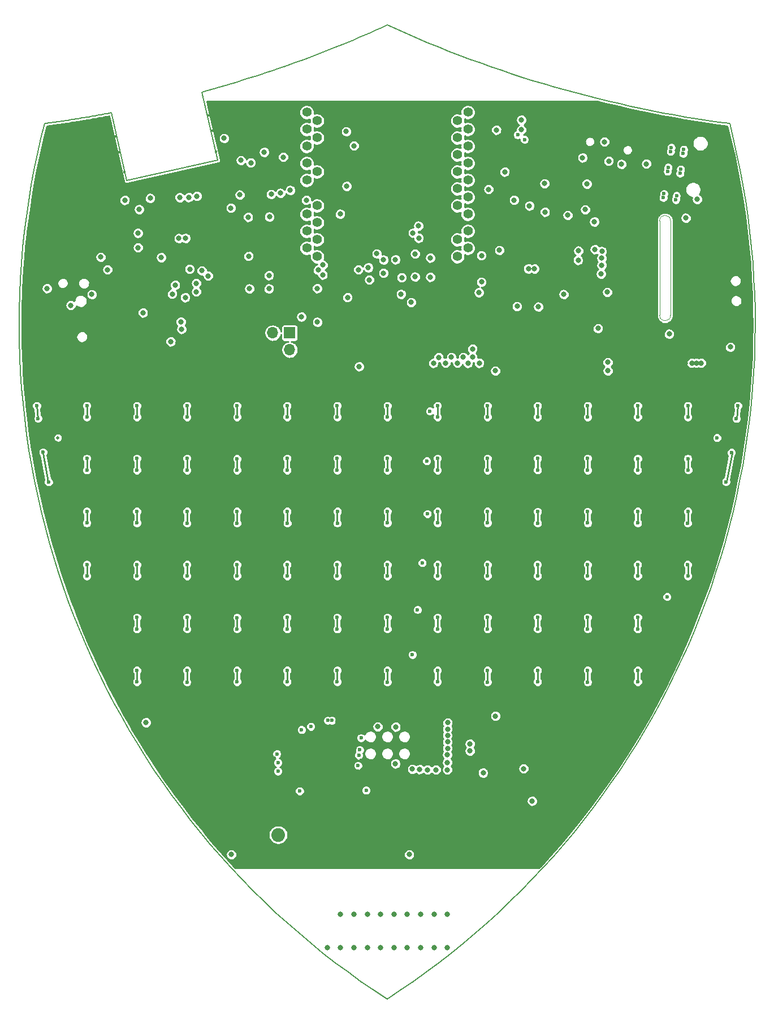
<source format=gbr>
%TF.GenerationSoftware,KiCad,Pcbnew,5.99.0-unknown-r17145-8bd2765f*%
%TF.CreationDate,2019-12-26T00:38:17+08:00*%
%TF.ProjectId,r2,72322e6b-6963-4616-945f-706362585858,rev?*%
%TF.SameCoordinates,Original*%
%TF.FileFunction,Copper,L3,Inr*%
%TF.FilePolarity,Positive*%
%FSLAX46Y46*%
G04 Gerber Fmt 4.6, Leading zero omitted, Abs format (unit mm)*
G04 Created by KiCad (PCBNEW 5.99.0-unknown-r17145-8bd2765f) date 2019-12-26 00:38:17*
%MOMM*%
%LPD*%
G04 APERTURE LIST*
%ADD10C,0.200000*%
%TA.AperFunction,Profile*%
%ADD11C,0.200000*%
%TD*%
%TA.AperFunction,Profile*%
%ADD12C,0.100000*%
%TD*%
%TA.AperFunction,ViaPad*%
%ADD13C,0.600000*%
%TD*%
%TA.AperFunction,ViaPad*%
%ADD14C,0.400000*%
%TD*%
%TA.AperFunction,ViaPad*%
%ADD15O,1.700000X1.700000*%
%TD*%
%TA.AperFunction,ViaPad*%
%ADD16R,1.700000X1.700000*%
%TD*%
%TA.AperFunction,ViaPad*%
%ADD17C,2.250000*%
%TD*%
%TA.AperFunction,ViaPad*%
%ADD18C,2.050000*%
%TD*%
%TA.AperFunction,ViaPad*%
%ADD19C,0.800000*%
%TD*%
%TA.AperFunction,ViaPad*%
%ADD20C,1.400000*%
%TD*%
%TA.AperFunction,ViaPad*%
%ADD21C,1.000000*%
%TD*%
%TA.AperFunction,ViaPad*%
%ADD22C,0.500000*%
%TD*%
%TA.AperFunction,Conductor*%
%ADD23C,0.250000*%
%TD*%
G04 APERTURE END LIST*
D10*
X-46883119Y57219047D02*
X-45998794Y55024030D01*
X-45072774Y52850080D01*
X-44105487Y50697719D01*
X-43097358Y48567469D01*
X-42048818Y46459852D01*
X-40960292Y44375391D01*
X-39832210Y42314607D01*
X-38664999Y40278023D01*
X-37459086Y38266162D01*
X-36214900Y36279544D01*
X-34932868Y34318693D01*
X-33613417Y32384130D01*
X-32256977Y30476379D01*
X-30863974Y28595960D01*
X-29434836Y26743397D01*
X-27969992Y24919211D01*
X-26469868Y23123925D01*
X-24934893Y21358060D01*
X-23365494Y19622140D01*
X-21762100Y17916686D01*
X-20125137Y16242221D01*
X-18455034Y14599266D01*
X-16752218Y12988344D01*
X-15017118Y11409978D01*
X-13250161Y9864688D01*
X-11451775Y8352998D01*
X-9622387Y6875430D01*
X-7762426Y5432506D01*
X-5872319Y4024748D01*
X-3952493Y2652678D01*
X-2003378Y1316819D01*
X-25400Y17693D01*
D11*
X-25387675Y125540899D02*
X-39068699Y122480184D01*
D10*
X-25400Y17693D02*
X1952607Y1316796D01*
X3901753Y2652634D01*
X5821608Y4024683D01*
X7711746Y5432421D01*
X9571738Y6875326D01*
X11401156Y8352876D01*
X13199573Y9864548D01*
X14966562Y11409821D01*
X16701693Y12988171D01*
X18404540Y14599078D01*
X20074674Y16242018D01*
X21711668Y17916470D01*
X23315094Y19621911D01*
X24884525Y21357819D01*
X26419532Y23123672D01*
X27919687Y24918948D01*
X29384563Y26743124D01*
X30813733Y28595678D01*
X32206768Y30476088D01*
X33563240Y32383832D01*
X34882722Y34318388D01*
X36164785Y36279233D01*
X37409003Y38265846D01*
X38614948Y40277703D01*
X39782190Y42314283D01*
X40910304Y44375064D01*
X41998860Y46459523D01*
X43047432Y48567138D01*
X44055591Y50697387D01*
X45022910Y52849748D01*
X45948960Y55023699D01*
X46833315Y57218717D01*
X46833315Y57218717D02*
X47674233Y59430739D01*
X48470235Y61655601D01*
X49221280Y63892629D01*
X49927327Y66141149D01*
X50588335Y68400488D01*
X51204266Y70669972D01*
X51775077Y72948926D01*
X52300728Y75236677D01*
X52781180Y77532551D01*
X53216391Y79835874D01*
X53606321Y82145973D01*
X53950931Y84462173D01*
X54250178Y86783801D01*
X54504023Y89110182D01*
X54712426Y91440644D01*
X54875345Y93774512D01*
X54992741Y96111112D01*
X55064573Y98449770D01*
X55090801Y100789813D01*
X55071384Y103130566D01*
X55006282Y105471357D01*
X54895454Y107811510D01*
X54738859Y110150353D01*
X54536459Y112487211D01*
X54288211Y114821411D01*
X53994075Y117152278D01*
X53654012Y119479139D01*
X53267981Y121801320D01*
X52835940Y124118147D01*
X52357850Y126428946D01*
X51833671Y128733044D01*
X51263362Y131029767D01*
D11*
X-27807059Y135739115D02*
X-25387675Y125540899D01*
D10*
X-41327353Y132632849D02*
X-41637711Y132574316D01*
X-41948184Y132516325D01*
X-42258772Y132458877D01*
X-42569473Y132401972D01*
X-42880287Y132345610D01*
X-43191214Y132289790D01*
X-43502252Y132234514D01*
X-43813401Y132179782D01*
X-44124660Y132125593D01*
X-44436029Y132071948D01*
X-44747506Y132018847D01*
X-45059091Y131966290D01*
X-45370784Y131914278D01*
X-45682583Y131862810D01*
X-45994488Y131811888D01*
X-46306499Y131761510D01*
X-46618614Y131711678D01*
X-46930833Y131662391D01*
X-47243155Y131613650D01*
X-47555579Y131565455D01*
X-47868106Y131517806D01*
X-48180733Y131470703D01*
X-48493461Y131424147D01*
X-48806288Y131378137D01*
X-49119214Y131332675D01*
X-49432238Y131287759D01*
X-49745360Y131243391D01*
X-50058579Y131199570D01*
X-50371894Y131156297D01*
X-50685304Y131113572D01*
X-50998809Y131071395D01*
X-51312409Y131029767D01*
X-25400Y145770600D02*
X-868405Y145387969D01*
X-1713210Y145009749D01*
X-2559797Y144635945D01*
X-3408149Y144266562D01*
X-4258247Y143901604D01*
X-5110075Y143541077D01*
X-5963614Y143184986D01*
X-6818848Y142833336D01*
X-7675758Y142486132D01*
X-8534327Y142143378D01*
X-9394538Y141805081D01*
X-10256373Y141471245D01*
X-11119814Y141141875D01*
X-11984844Y140816976D01*
X-12851445Y140496553D01*
X-13719600Y140180611D01*
X-14589292Y139869156D01*
X-15460501Y139562192D01*
X-16333212Y139259724D01*
X-17207406Y138961758D01*
X-18083067Y138668299D01*
X-18960175Y138379351D01*
X-19838715Y138094919D01*
X-20718667Y137815009D01*
X-21600016Y137539626D01*
X-22482742Y137268775D01*
X-23366829Y137002460D01*
X-24252259Y136740687D01*
X-25139015Y136483461D01*
X-26027078Y136230787D01*
X-26916432Y135982670D01*
X-27807059Y135739115D01*
D11*
X-39068699Y122480184D02*
X-41327353Y132632849D01*
D10*
X-51312409Y131029767D02*
X-51882734Y128733061D01*
X-52406930Y126428980D01*
X-52885037Y124118197D01*
X-53317096Y121801386D01*
X-53703146Y119479221D01*
X-54043228Y117152375D01*
X-54337383Y114821523D01*
X-54585651Y112487337D01*
X-54788072Y110150493D01*
X-54944687Y107811664D01*
X-55055536Y105471524D01*
X-55120661Y103130746D01*
X-55140100Y100790005D01*
X-55113895Y98449974D01*
X-55042086Y96111327D01*
X-54924714Y93774739D01*
X-54761819Y91440881D01*
X-54553441Y89110430D01*
X-54299621Y86784058D01*
X-54000399Y84462439D01*
X-53655816Y82146247D01*
X-53265911Y79836157D01*
X-52830727Y77532841D01*
X-52350302Y75236974D01*
X-51824678Y72949229D01*
X-51253895Y70670280D01*
X-50637993Y68400802D01*
X-49977013Y66141468D01*
X-49270995Y63892951D01*
X-48519980Y61655926D01*
X-47724007Y59431067D01*
X-46883119Y57219047D01*
X51263362Y131029767D02*
X49602155Y131256651D01*
X47943674Y131498917D01*
X46288025Y131756534D01*
X44635311Y132029473D01*
X42985636Y132317704D01*
X41339105Y132621196D01*
X39695823Y132939920D01*
X38055893Y133273846D01*
X36419420Y133622943D01*
X34786508Y133987182D01*
X33157261Y134366533D01*
X31531785Y134760965D01*
X29910183Y135170449D01*
X28292559Y135594955D01*
X26679018Y136034453D01*
X25069664Y136488913D01*
X23464602Y136958304D01*
X21863936Y137442597D01*
X20267770Y137941762D01*
X18676208Y138455769D01*
X17089356Y138984587D01*
X15507316Y139528188D01*
X13930194Y140086540D01*
X12358094Y140659615D01*
X10791120Y141247381D01*
X9229377Y141849809D01*
X7672968Y142466869D01*
X6121999Y143098531D01*
X4576573Y143744765D01*
X3036795Y144405541D01*
X1502769Y145080829D01*
X-25400Y145770600D01*
D12*
X42402116Y116476400D02*
X42402116Y102320000D01*
X40773836Y116476400D02*
G75*
G02X42402116Y116476400I814140J0D01*
G01*
X40773835Y102320000D02*
X40773835Y116476400D01*
X42402117Y102320000D02*
G75*
G02X40773835Y102320000I-814141J0D01*
G01*
D13*
%TO.N,GND*%
%TO.C,J10*%
X49551182Y118117317D03*
X49457321Y117524704D03*
X47580713Y117821929D03*
X47674574Y118414542D03*
%TO.N,/audio/OUTL*%
X43209425Y119627985D03*
X43303285Y120220598D03*
X41332817Y119925210D03*
X41426677Y120517823D03*
X41426677Y120517823D03*
%TO.N,/audio/OUTR*%
X43835163Y123578738D03*
X43929023Y124171351D03*
X41958555Y123875964D03*
X42052415Y124468577D03*
%TO.N,Net-(J10-PadR2)*%
X44304466Y126541803D03*
X44398327Y127134416D03*
X42427858Y126839029D03*
X42521719Y127431642D03*
%TD*%
D14*
%TO.N,GND*%
%TO.C,J3*%
X-24833373Y131865740D03*
X-26188805Y129920153D03*
X-25009250Y132646167D03*
X-26765212Y132250444D03*
X-25789678Y132470290D03*
X-24481619Y130304884D03*
X-25359600Y130107023D03*
X-24646504Y131036535D03*
X-23370019Y124917460D03*
X-25077204Y124532729D03*
X-24678077Y127082866D03*
X-25653612Y126863019D03*
X-23534903Y125649111D03*
X-23897649Y127258743D03*
X-23721772Y126478315D03*
X-24248000Y124719598D03*
X-42070788Y127161057D03*
X-42257657Y127990262D03*
X-40138949Y126776353D03*
X-41544561Y128919774D03*
X-42422542Y128721912D03*
X-41894911Y126380630D03*
X-40715356Y129106643D03*
X-41114483Y126556507D03*
X-40189076Y123587311D03*
X-39359872Y123774180D03*
X-40902173Y122657799D03*
X-41067057Y123389449D03*
X-40715303Y121828594D03*
X-38783464Y121443890D03*
X-39758999Y121224043D03*
X-40539426Y121048167D03*
%TD*%
D15*
%TO.N,GND*%
%TO.C,J6*%
X-17170400Y97155000D03*
%TO.N,/SCL*%
X-14630400Y97155000D03*
%TO.N,/IQ_RDY*%
X-17170400Y99695000D03*
D16*
%TO.N,/SDA*%
X-14630400Y99695000D03*
%TD*%
D17*
%TO.N,GND*%
%TO.C,J8*%
X-13804900Y27116900D03*
X-13804900Y22036900D03*
X-18884900Y22036900D03*
X-18884900Y27116900D03*
D18*
%TO.N,Net-(J8-Pad1)*%
X-16344900Y24576900D03*
%TD*%
D19*
%TO.N,*%
%TO.C,AE1*%
X7000000Y7677000D03*
X1000000Y7677000D03*
X3000000Y7677000D03*
X3000000Y12677000D03*
X5000000Y12677000D03*
X1000000Y12677000D03*
X5000000Y7677000D03*
X7000000Y12677000D03*
X-1000000Y7677000D03*
X-3000000Y7677000D03*
X-1000000Y12677000D03*
X-3000000Y12677000D03*
X-5000000Y7677000D03*
X-5000000Y12677000D03*
X9000000Y7677000D03*
X9000000Y12677000D03*
X-9000000Y7677000D03*
X-7000000Y12677000D03*
X-7000000Y7677000D03*
%TD*%
D20*
%TO.N,/RXD0*%
%TO.C,TP17*%
X-10495000Y128905000D03*
%TD*%
%TO.N,/EN*%
%TO.C,TP1*%
X10495000Y131445000D03*
%TD*%
%TO.N,/TXD0*%
%TO.C,TP16*%
X-12065000Y130175000D03*
%TD*%
%TO.N,/IO0*%
%TO.C,TP2*%
X-12065000Y117475000D03*
%TD*%
%TO.N,/SD_DAT0*%
%TO.C,TP3*%
X-10495000Y116205000D03*
%TD*%
%TO.N,/SDA*%
%TO.C,TP4*%
X-10495000Y118745000D03*
%TD*%
%TO.N,/SCL*%
%TO.C,TP5*%
X-12065000Y122555000D03*
%TD*%
%TO.N,/I2S_WS*%
%TO.C,TP6*%
X12065000Y117475000D03*
%TD*%
%TO.N,/DISP_BUSY*%
%TO.C,TP7*%
X12065000Y114935000D03*
%TD*%
%TO.N,/SD_CLK*%
%TO.C,TP8*%
X10495000Y118745000D03*
%TD*%
%TO.N,/SD_CMD*%
%TO.C,TP9*%
X-12065000Y114935000D03*
%TD*%
%TO.N,/SCK*%
%TO.C,TP10*%
X-10495000Y123825000D03*
%TD*%
%TO.N,/~DISP_CS~*%
%TO.C,TP11*%
X-12065000Y125095000D03*
%TD*%
%TO.N,/~CC_CS~*%
%TO.C,TP12*%
X-12065000Y127635000D03*
%TD*%
%TO.N,/LED_DIN*%
%TO.C,TP13*%
X-10495000Y131445000D03*
%TD*%
%TO.N,/MOSI*%
%TO.C,TP14*%
X-12065000Y132715000D03*
%TD*%
%TO.N,/I2S_SD*%
%TO.C,TP15*%
X12065000Y122555000D03*
%TD*%
%TO.N,/_reserved7*%
%TO.C,TP18*%
X-12065000Y112395000D03*
%TD*%
%TO.N,/_reserved8*%
%TO.C,TP19*%
X-10495000Y113665000D03*
%TD*%
%TO.N,/_reserved9*%
%TO.C,TP20*%
X10495000Y113665000D03*
%TD*%
%TO.N,/_reserved10*%
%TO.C,TP21*%
X12065000Y112395000D03*
%TD*%
%TO.N,/_reserved11*%
%TO.C,TP22*%
X10495000Y111125000D03*
%TD*%
%TO.N,/_reserved6*%
%TO.C,TP23*%
X-10495000Y111125000D03*
%TD*%
%TO.N,/BTN_INT*%
%TO.C,TP24*%
X10495000Y128905000D03*
%TD*%
%TO.N,/IQ_RDY*%
%TO.C,TP25*%
X12065000Y130175000D03*
%TD*%
%TO.N,/MISO*%
%TO.C,TP26*%
X10495000Y126365000D03*
%TD*%
%TO.N,/CC_INT*%
%TO.C,TP27*%
X12065000Y127635000D03*
%TD*%
%TO.N,/32K_XN*%
%TO.C,TP28*%
X10495000Y123825000D03*
%TD*%
%TO.N,/32K_XP*%
%TO.C,TP29*%
X12065000Y125095000D03*
%TD*%
%TO.N,/~DC~*%
%TO.C,TP30*%
X12065000Y120015000D03*
%TD*%
%TO.N,/I2S_SCK*%
%TO.C,TP31*%
X10495000Y121285000D03*
%TD*%
%TO.N,+3V3*%
%TO.C,TP32*%
X12065000Y132715000D03*
%TD*%
D21*
%TO.N,GND*%
%TO.C,J2*%
X38244179Y130718979D02*
X38071027Y129937943D01*
X29808982Y132589018D02*
X29635830Y131807982D01*
X37378421Y126813796D02*
X37140337Y125739870D01*
X28943223Y128683834D02*
X28705139Y127609908D01*
%TD*%
D19*
%TO.N,GND*%
X14605000Y129921000D03*
D13*
%TO.N,/TXD0*%
X19520000Y129330000D03*
%TO.N,/RXD0*%
X20540000Y128630000D03*
D19*
%TO.N,GND*%
X53136800Y114528600D03*
D13*
X50114200Y106654600D03*
D19*
X635000Y105079800D03*
X-19659600Y121121810D03*
%TO.N,/usb/USB_DN*%
X32512000Y128295400D03*
%TO.N,+3V3*%
X7264400Y34315400D03*
%TO.N,/LED_DOUT*%
X6019800Y34315400D03*
%TO.N,/SDA*%
X4826000Y34391600D03*
%TO.N,+3V3*%
X3759200Y34417000D03*
%TO.N,GND*%
X-1320800Y35229800D03*
%TO.N,/SCL*%
X1219200Y35229800D03*
%TO.N,/SAO_GPIO2*%
X8966200Y34315400D03*
X12750800Y97307400D03*
X6426200Y110921800D03*
X6426200Y108051600D03*
%TO.N,/SDA*%
X1244600Y40741600D03*
%TO.N,+3V3*%
X-1447800Y40767000D03*
%TO.N,GND*%
X17297400Y32689800D03*
X19024600Y32181800D03*
X-26619200Y100609400D03*
%TO.N,/IQ_RDY*%
X-10515600Y106349800D03*
%TO.N,/SCL*%
X-12852402Y102108000D03*
%TO.N,+3V3*%
X-5964726Y105013245D03*
%TO.N,/SDA*%
X-10464800Y101320600D03*
%TO.N,+3V3*%
X-23418800Y118389400D03*
%TO.N,GND*%
X-23566345Y117297200D03*
X-20663068Y107554390D03*
%TO.N,/CC_RESET*%
X-26847800Y108229400D03*
%TO.N,/IQ_RESET*%
X-27787600Y109016800D03*
%TO.N,+3V3*%
X-17729200Y108305600D03*
%TO.N,/I2S_WS*%
X4699000Y113893600D03*
X-9677400Y108381800D03*
%TO.N,/I2S_SD*%
X-10363200Y109118400D03*
%TO.N,/I2S_SCK*%
X-9652000Y109855000D03*
X4673600Y115722400D03*
%TO.N,/I2S_SD*%
X3835400Y114655600D03*
%TO.N,GND*%
X-13462000Y117043200D03*
%TO.N,/AMP_EN*%
X-30200600Y113868200D03*
X-17399000Y120446800D03*
%TO.N,+3V3*%
X-17729200Y106324400D03*
X-20650200Y106324400D03*
X-20777200Y111201200D03*
%TO.N,GND*%
X-14782800Y112141000D03*
%TO.N,+3V3*%
X-16002000Y120624600D03*
%TO.N,/audio/OUTL*%
X-14528800Y121056400D03*
X-15595600Y126009400D03*
%TO.N,/audio/OUTR*%
X20066000Y131572000D03*
%TO.N,/audio/OUTL*%
X20066000Y130098800D03*
%TO.N,+3V3*%
X16316844Y130055464D03*
D13*
%TO.N,GND*%
X16230600Y132816600D03*
X7493000Y132969000D03*
X355600Y132969000D03*
X-7010400Y132943600D03*
D19*
%TO.N,/audio/OUTL*%
X-17653000Y117068600D03*
%TO.N,/audio/OUTR*%
X-20853400Y117017800D03*
D13*
%TO.N,GND*%
X-3733800Y38125400D03*
D19*
%TO.N,/DISP_BUSY*%
X32001249Y108532800D03*
%TO.N,/IO0*%
X32102849Y109828200D03*
%TO.N,GND*%
X31896762Y113917969D03*
%TO.N,+3V3*%
X31074412Y112196390D03*
%TO.N,Net-(R17-Pad2)*%
X26999900Y117311700D03*
%TO.N,/RTS*%
X21285200Y118719600D03*
%TO.N,Net-(R17-Pad2)*%
X29635417Y118153464D03*
%TO.N,GND*%
X24781649Y114646400D03*
X-25831800Y107341800D03*
%TO.N,+VSW*%
X16205200Y42367200D03*
D13*
%TO.N,GND*%
X7035800Y43637200D03*
D19*
%TO.N,/SCL*%
X12369800Y37134800D03*
%TO.N,/SDA*%
X12075790Y95173800D03*
X12369800Y38201600D03*
D13*
%TO.N,GND*%
X-9804400Y41844590D03*
X-12141200Y41844590D03*
D19*
%TO.N,+VSW*%
X16179800Y94030800D03*
%TO.N,/LED_DOUT*%
X13766800Y95173800D03*
X8991600Y35407600D03*
D13*
%TO.N,+3V3*%
X-3937000Y39090600D03*
D19*
%TO.N,/MISO*%
X8712200Y95199200D03*
X9012608Y39455945D03*
X3581400Y104267000D03*
D13*
%TO.N,GND*%
X-7518400Y41503600D03*
%TO.N,+3V3*%
X-3175000Y31242000D03*
%TO.N,/touchpad/Tx2*%
X37500000Y80882790D03*
%TO.N,/touchpad/Tx1*%
X45000000Y80882790D03*
X45069532Y79192122D03*
%TO.N,/touchpad/Tx2*%
X37500000Y47472600D03*
X37500000Y49200000D03*
%TO.N,/touchpad/Tx3*%
X30000000Y47447200D03*
X30000000Y49200000D03*
%TO.N,/touchpad/Tx7*%
X22504400Y47472600D03*
X22500000Y49200000D03*
%TO.N,/touchpad/Tx6*%
X15000000Y47447200D03*
X15000000Y49200000D03*
%TO.N,/touchpad/Tx5*%
X7500000Y47472600D03*
X7500000Y49200000D03*
%TO.N,/touchpad/Tx4*%
X0Y47447200D03*
X0Y49200000D03*
%TO.N,/touchpad/Tx8*%
X-7500000Y47472600D03*
X-7500000Y49200000D03*
%TO.N,/touchpad/Tx9*%
X-15000000Y47472600D03*
X-15000000Y49200000D03*
%TO.N,/touchpad/Tx10*%
X-22504400Y47472600D03*
X-22500000Y49200000D03*
%TO.N,/touchpad/Tx11*%
X-30000000Y47447200D03*
X-30000000Y49200000D03*
%TO.N,/touchpad/Tx12*%
X-37500000Y47472600D03*
X-37500000Y49200000D03*
X-37500000Y55372000D03*
X-37500000Y57124600D03*
%TO.N,/touchpad/Tx11*%
X-30000000Y55397400D03*
X-30000000Y57124600D03*
%TO.N,/touchpad/Tx10*%
X-22500000Y55401800D03*
X-22500000Y57100000D03*
%TO.N,/touchpad/Tx9*%
X-15000000Y55372000D03*
X-15000000Y57124600D03*
%TO.N,/touchpad/Tx8*%
X-7500000Y55372000D03*
X-7518400Y57124600D03*
%TO.N,/touchpad/Tx4*%
X0Y55400000D03*
X0Y57124600D03*
%TO.N,/touchpad/Tx5*%
X7500000Y55400000D03*
X7500000Y57124600D03*
%TO.N,/touchpad/Tx6*%
X15011400Y55372000D03*
X14986000Y57124600D03*
%TO.N,/touchpad/Tx7*%
X22500000Y55400000D03*
X22500000Y57124600D03*
%TO.N,/touchpad/Tx3*%
X30000000Y55400000D03*
X29972000Y57124600D03*
%TO.N,/touchpad/Tx2*%
X37490400Y55372000D03*
X37500000Y57124600D03*
%TO.N,/touchpad/Tx1*%
X45000000Y63300000D03*
X44983400Y65049400D03*
%TO.N,/touchpad/Tx2*%
X37500000Y63300000D03*
X37490400Y65049400D03*
%TO.N,/touchpad/Tx3*%
X30000000Y63300000D03*
X29997400Y65049400D03*
%TO.N,/touchpad/Tx7*%
X22500000Y63300000D03*
X22479000Y65049400D03*
%TO.N,/touchpad/Tx6*%
X15000000Y63300000D03*
X15000000Y65049400D03*
%TO.N,/touchpad/Tx5*%
X7500000Y63300000D03*
X7500000Y65049400D03*
%TO.N,/touchpad/Tx4*%
X0Y63300000D03*
X0Y65049400D03*
%TO.N,/touchpad/Tx8*%
X-7500000Y63300000D03*
X-7500000Y65049400D03*
%TO.N,/touchpad/Tx9*%
X-15000000Y63300000D03*
X-15000000Y65035400D03*
%TO.N,/touchpad/Tx10*%
X-22500000Y63300000D03*
X-22504400Y65049400D03*
%TO.N,/touchpad/Tx11*%
X-30000000Y63319600D03*
X-30000000Y65049400D03*
%TO.N,/touchpad/Tx12*%
X-37500000Y63300000D03*
X-37490400Y65049400D03*
%TO.N,/touchpad/Tx13*%
X-45000000Y63305600D03*
X-45000000Y65049400D03*
X-45000000Y71247000D03*
X-45000000Y72974200D03*
%TO.N,/touchpad/Tx12*%
X-37500000Y71247000D03*
X-37515800Y72974200D03*
%TO.N,/touchpad/Tx11*%
X-30000000Y71221600D03*
X-29997400Y72974200D03*
%TO.N,/touchpad/Tx10*%
X-22500000Y71221600D03*
X-22500000Y72974200D03*
%TO.N,/touchpad/Tx9*%
X-14986000Y71221600D03*
X-15000000Y72974200D03*
%TO.N,/touchpad/Tx8*%
X-7493000Y71221600D03*
X-7467600Y72974200D03*
%TO.N,/touchpad/Tx4*%
X0Y71247000D03*
X0Y72974200D03*
%TO.N,/touchpad/Tx5*%
X7500000Y71247000D03*
X7500000Y72974200D03*
%TO.N,/touchpad/Tx6*%
X15000000Y71247000D03*
X15000000Y72974200D03*
%TO.N,/touchpad/Tx7*%
X22504400Y71221600D03*
X22500000Y72948800D03*
%TO.N,/touchpad/Tx3*%
X30000000Y71247000D03*
X29997400Y72948800D03*
%TO.N,/touchpad/Tx2*%
X37490400Y71247000D03*
X37490400Y72974200D03*
%TO.N,/touchpad/Tx1*%
X44983400Y71221600D03*
X45008800Y72974200D03*
%TO.N,/touchpad/Tx0*%
X50723800Y77419200D03*
X51536600Y81813400D03*
%TO.N,/touchpad/Tx2*%
X37490400Y79146400D03*
%TO.N,/touchpad/Tx3*%
X30000000Y79146400D03*
X30000000Y80900000D03*
%TO.N,/touchpad/Tx7*%
X22500000Y79171800D03*
X22500000Y80900000D03*
%TO.N,/touchpad/Tx6*%
X15000000Y79146400D03*
X15000000Y80900000D03*
%TO.N,/touchpad/Tx5*%
X7500000Y79146400D03*
X7500000Y80900000D03*
%TO.N,/touchpad/Tx4*%
X0Y79146400D03*
X0Y80900000D03*
%TO.N,/touchpad/Tx8*%
X-7500000Y79146400D03*
X-7500000Y80900000D03*
%TO.N,/touchpad/Tx9*%
X-15000000Y79146400D03*
X-15000000Y80900000D03*
%TO.N,/touchpad/Tx10*%
X-22500000Y79146400D03*
X-22500000Y80878000D03*
%TO.N,/touchpad/Tx11*%
X-29997400Y79146400D03*
X-30000000Y80900000D03*
%TO.N,/touchpad/Tx12*%
X-37500000Y79146400D03*
X-37500000Y80900000D03*
%TO.N,/touchpad/Tx14*%
X-50723800Y77393800D03*
X-51562000Y81838800D03*
%TO.N,/touchpad/Tx13*%
X-45000000Y79171800D03*
X-45000000Y80900000D03*
%TO.N,/touchpad/Tx14*%
X-52300000Y86900000D03*
X-52500000Y88800000D03*
%TO.N,/touchpad/Tx13*%
X-45000000Y87100000D03*
X-45000000Y88800000D03*
%TO.N,/touchpad/Tx12*%
X-37500000Y87100000D03*
X-37500000Y88800000D03*
%TO.N,/touchpad/Tx11*%
X-30000000Y87100000D03*
X-30000000Y88800000D03*
%TO.N,/touchpad/Tx10*%
X-22500000Y87100000D03*
X-22500000Y88800000D03*
%TO.N,/touchpad/Tx9*%
X-15000000Y87100000D03*
X-15000000Y88800000D03*
%TO.N,/touchpad/Tx8*%
X-7500000Y87100000D03*
X-7500000Y88800000D03*
%TO.N,/touchpad/Tx4*%
X0Y87100000D03*
X0Y88800000D03*
%TO.N,/touchpad/Tx5*%
X7500000Y87100000D03*
X7500000Y88800000D03*
%TO.N,/touchpad/Tx6*%
X15000000Y87100000D03*
X15000000Y88800000D03*
%TO.N,/touchpad/Tx7*%
X22500000Y87100000D03*
X22500000Y88800000D03*
%TO.N,/touchpad/Tx3*%
X30000000Y87100000D03*
X30000000Y88800000D03*
%TO.N,/touchpad/Tx2*%
X37500000Y87100000D03*
X37500000Y88800000D03*
%TO.N,/touchpad/Tx1*%
X45000000Y87100000D03*
X45000000Y88800000D03*
%TO.N,/touchpad/Tx0*%
X52273200Y86868000D03*
X52500000Y88800000D03*
D19*
%TO.N,/SD_DAT0*%
X17576800Y123799598D03*
D13*
%TO.N,GND*%
X-12000000Y21550010D03*
D19*
X36576000Y92506800D03*
X-16560800Y92481400D03*
%TO.N,/IQ_RDY*%
X-2692400Y107645200D03*
D13*
%TO.N,GND*%
X-3886200Y35687000D03*
%TO.N,+3V3*%
X-4267200Y36474400D03*
D19*
%TO.N,+VSW*%
X20411800Y34483400D03*
%TO.N,+BATT*%
X51358800Y97586800D03*
%TO.N,+3V3*%
X47000000Y95200000D03*
X46300000Y95200000D03*
%TO.N,+BATT*%
X42214800Y99542600D03*
%TO.N,/io_expander/BTN_START*%
X-37347802Y114630200D03*
%TO.N,+3V3*%
X-32450848Y98393533D03*
X-37338000Y112471200D03*
%TO.N,/SD_CLK*%
X-30925564Y101364565D03*
%TO.N,GND*%
X-1727200Y126390400D03*
X2743200Y123393200D03*
D13*
X22098000Y132384800D03*
X31953200Y132029200D03*
X47625000Y126466600D03*
X-15748000Y133858000D03*
X-47498000Y126847600D03*
X-48056800Y118262400D03*
X-50012600Y105867200D03*
X-50647600Y97637600D03*
X-49098200Y67157600D03*
X15250000Y26000000D03*
X19500000Y26000000D03*
X19500000Y36931600D03*
X19500000Y40750000D03*
X35433000Y41579800D03*
X28194000Y32791400D03*
X15000000Y20000000D03*
X-15000000Y20000000D03*
X-4500000Y20000000D03*
X-1000000Y20000000D03*
X3000000Y20000000D03*
X7000000Y20000000D03*
X11000000Y20000000D03*
X11000000Y30000000D03*
X11000000Y26000000D03*
X7000000Y26000000D03*
X7000000Y30000000D03*
X-1000000Y26000000D03*
X3000000Y26000000D03*
X3000000Y30000000D03*
X-32000000Y38000000D03*
X-32000000Y41000000D03*
X-29000000Y35000000D03*
X-29000000Y38000000D03*
X-29000000Y41000000D03*
X-26000000Y32000000D03*
X-26000000Y35000000D03*
X-26000000Y38000000D03*
X-26000000Y41000000D03*
X-23000000Y29000000D03*
X-23000000Y32000000D03*
X-23000000Y35000000D03*
X-23000000Y38000000D03*
X-23000000Y41000000D03*
X-7000000Y43500000D03*
X-9000000Y43500000D03*
X-14000000Y43500000D03*
X-18000000Y43500000D03*
X-19000000Y25000000D03*
X-19000000Y24000000D03*
X-12000000Y23000000D03*
X-12000000Y20000000D03*
X-7500000Y20000000D03*
X-7500000Y21750000D03*
X-7500000Y23750000D03*
X-6000000Y23750000D03*
X-4500000Y23750000D03*
X-4000000Y25000000D03*
X-4000000Y27750000D03*
X-4000000Y29000000D03*
X-10000000Y27750000D03*
X-9000000Y27750000D03*
X-8000000Y27750000D03*
X-7000000Y27750000D03*
X-11000000Y27750000D03*
X-13000000Y29000000D03*
X-15000000Y29000000D03*
X-17000000Y29000000D03*
X-15000000Y31000000D03*
X-17000000Y31000000D03*
X-17000000Y33000000D03*
D19*
X-43967400Y92506800D03*
X-29362400Y92481400D03*
%TO.N,/MOSI*%
X2057400Y105486200D03*
%TO.N,GND*%
X-609600Y106299000D03*
X-863600Y92506800D03*
X15087600Y92506800D03*
X7493000Y92506800D03*
X25044400Y92506800D03*
X49199800Y94538800D03*
X49352200Y92506800D03*
%TO.N,+3V3*%
X-18436609Y126745011D03*
%TO.N,/IO0*%
X14094249Y111276000D03*
X14094249Y107313600D03*
X-7061200Y117500400D03*
%TO.N,GND*%
X24931649Y111246400D03*
X35610800Y95402400D03*
X47447200Y106019600D03*
%TO.N,/display/GDR*%
X19428249Y103674800D03*
%TO.N,/SD_DAT0*%
X-6096000Y121666000D03*
%TO.N,/SCK*%
X-2844800Y109474000D03*
%TO.N,/~DISP_CS~*%
X28572249Y110583600D03*
X-558800Y108661200D03*
%TO.N,GND*%
X48818800Y119227600D03*
%TO.N,+VSW*%
X33020000Y94030800D03*
X31546800Y100380800D03*
%TO.N,GND*%
X49174400Y67056000D03*
%TO.N,+3V3*%
X-36601400Y102717600D03*
X-12141200Y119583200D03*
%TO.N,/io_expander/JOY_PUSH*%
X-44246800Y105460800D03*
%TO.N,/SD_DAT0*%
X-30802831Y100249767D03*
%TO.N,+3V3*%
X-37160200Y118186200D03*
%TO.N,/DISP_BUSY*%
X13710301Y105750010D03*
%TO.N,/display/GDR*%
X26431649Y105471400D03*
%TO.N,/display/PREVGH*%
X32934006Y105789847D03*
X22623849Y103600000D03*
%TO.N,/display/PREVGL*%
X31010000Y116330000D03*
%TO.N,/DTR*%
X23560417Y122048464D03*
%TO.N,+BATT*%
X33000000Y95300000D03*
%TO.N,/MOSI*%
X28623849Y111987692D03*
%TO.N,+3V3*%
X29870400Y121996200D03*
X21123849Y109300000D03*
X22023849Y109299979D03*
X45600000Y95200000D03*
%TO.N,GND*%
X-2844800Y98409000D03*
X-2844800Y101457000D03*
X-2844800Y104555800D03*
X31006649Y107621400D03*
X38700000Y94700000D03*
X19923849Y109299979D03*
X44600000Y95200000D03*
X43900000Y95200000D03*
X43200000Y95200000D03*
%TO.N,+3V3*%
X23596600Y117779800D03*
%TO.N,GND*%
X11226800Y102616000D03*
X10083800Y102616000D03*
X-10176000Y37592000D03*
X-9176000Y37592000D03*
X-11176000Y35592000D03*
X-10176000Y35592000D03*
X-9176000Y35592000D03*
X-11176000Y36592000D03*
X-10176000Y36592000D03*
X-9176000Y36592000D03*
X-11176000Y37592000D03*
D13*
%TO.N,+3V3*%
X-16383000Y34089200D03*
X-16383000Y35397300D03*
X-16535400Y36692700D03*
%TO.N,GND*%
X-6743700Y30126800D03*
X-13335000Y39423200D03*
X-10439400Y23624400D03*
%TO.N,+3V3*%
X-4381500Y34940100D03*
%TO.N,GND*%
X-16979900Y34711500D03*
X-16979900Y36070400D03*
X-16979900Y37315000D03*
X-18783300Y38280200D03*
%TO.N,+3V3*%
X-12839700Y40299500D03*
%TO.N,GND*%
X-4368800Y34086800D03*
X-457200Y33200200D03*
X-457200Y32108000D03*
X-1219200Y31257100D03*
X-10337800Y29275900D03*
X-11341100Y29999800D03*
X-12357100Y29999800D03*
%TO.N,+3V3*%
X-13131800Y31142800D03*
D19*
%TO.N,GND*%
X-5892800Y101482400D03*
D13*
%TO.N,/touchpad/Rx9A*%
X3759200Y51536600D03*
%TO.N,/touchpad/Rx4A*%
X6375400Y87985600D03*
%TO.N,/touchpad/Rx5A*%
X5892800Y80518000D03*
%TO.N,/touchpad/Rx6A*%
X5994400Y72618600D03*
%TO.N,/touchpad/Rx7A*%
X5232400Y65278000D03*
%TO.N,/touchpad/Rx8A*%
X4521200Y58267600D03*
%TO.N,/touchpad/Tx1*%
X41884600Y60223400D03*
D22*
%TO.N,/touchpad/Tx14*%
X-49326800Y84010500D03*
D19*
%TO.N,GND*%
X254000Y101457000D03*
%TO.N,/IQ_RESET*%
X-4343400Y109169200D03*
%TO.N,GND*%
X-25527000Y110871000D03*
%TO.N,+3V3*%
X-4216400Y94665800D03*
%TO.N,GND*%
X-52832000Y116433600D03*
X-25120600Y24714200D03*
X25069800Y24511000D03*
%TO.N,VBUS*%
X35077400Y124942600D03*
D13*
%TO.N,+3V3*%
X-4127100Y37292087D03*
D19*
%TO.N,/MOSI*%
X9027083Y41359108D03*
%TO.N,/CC_INT*%
X9017000Y38481000D03*
%TO.N,/SCK*%
X9017042Y40405946D03*
%TO.N,/CC_RESET*%
X8991600Y36576000D03*
%TO.N,/~CC_CS~*%
X9017505Y37525659D03*
%TO.N,+3V3*%
X14351000Y33858200D03*
%TO.N,+VSW*%
X21691600Y29641800D03*
D13*
%TO.N,+3V3*%
X-8902700Y41692190D03*
X-8331200Y41692190D03*
D19*
%TO.N,+VSW*%
X-36144200Y41402000D03*
D13*
%TO.N,/CC_RESET*%
X-11455400Y40792400D03*
D19*
%TO.N,Net-(LED3-Pad4)*%
X-23368000Y21640800D03*
X3276600Y21640800D03*
%TO.N,/MOSI*%
X6908800Y95173800D03*
%TO.N,/CC_INT*%
X9601200Y96062800D03*
%TO.N,/CC_RESET*%
X11379200Y96062800D03*
%TO.N,/SCK*%
X7670800Y96037400D03*
%TO.N,/~CC_CS~*%
X10490200Y95199200D03*
%TO.N,/SCL*%
X12750800Y96062800D03*
%TO.N,/MOSI*%
X-558800Y110642400D03*
%TO.N,/~CC_CS~*%
X-1574800Y111556800D03*
X4165600Y111531400D03*
%TO.N,/MOSI*%
X1219200Y110667800D03*
%TO.N,/~DC~*%
X32106649Y110871400D03*
%TO.N,/SCK*%
X32128249Y111912587D03*
%TO.N,/~CC_CS~*%
X4165600Y108102400D03*
%TO.N,/CC_INT*%
X2159000Y107975400D03*
D13*
%TO.N,/touchpad/Tx0*%
X49377600Y83997800D03*
D19*
%TO.N,VBUS*%
X29240000Y125910000D03*
%TO.N,/DTR*%
X19001200Y119581200D03*
%TO.N,GND*%
X-20802600Y112191800D03*
X-17576800Y103657400D03*
X-20828000Y103657400D03*
%TO.N,/RXD0*%
X-5003800Y127711200D03*
%TO.N,/TXD0*%
X-6146800Y129844800D03*
%TO.N,/RTS*%
X15167627Y121182373D03*
%TO.N,/display/PREVGL*%
X16789400Y112064800D03*
D13*
%TO.N,GND*%
X26797000Y125196600D03*
D19*
X31648400Y98831400D03*
X35814000Y103403400D03*
X20929600Y99923600D03*
X13995400Y103606600D03*
%TO.N,/SCL*%
X-33858200Y110998000D03*
%TO.N,/SD_CMD*%
X-30268579Y105003600D03*
%TO.N,/SCL*%
X-28600400Y107137200D03*
%TO.N,/SDA*%
X-28625800Y105867200D03*
%TO.N,/SAO_GPIO2*%
X-29593569Y109245400D03*
%TO.N,/io_expander/BTN_A*%
X-29753547Y119984634D03*
%TO.N,/SDA*%
X-31775400Y106857800D03*
%TO.N,+3V3*%
X-32205984Y105516255D03*
%TO.N,/io_expander/JOY_A*%
X-50977800Y106349800D03*
%TO.N,/io_expander/JOY_B*%
X-42926000Y111048800D03*
%TO.N,/io_expander/JOY_D*%
X-41910000Y109169200D03*
%TO.N,/io_expander/JOY_C*%
X-47396400Y103835200D03*
%TO.N,/LED_DOUT*%
X46400000Y119700000D03*
D13*
%TO.N,GND*%
X29794200Y124975010D03*
D19*
X33732347Y123224990D03*
%TO.N,/usb/USB_DN*%
X33156079Y125425021D03*
%TO.N,/io_expander/BTN_A*%
X38800000Y125000000D03*
X44700000Y116900000D03*
%TO.N,GND*%
X-32563555Y113904790D03*
%TO.N,/SDA*%
X-31213544Y113848095D03*
%TO.N,/audio/OUTR*%
X-20447000Y125171200D03*
%TO.N,/LED_DIN*%
X-24434800Y128828800D03*
X-21920200Y125526800D03*
X-39319200Y119557800D03*
%TO.N,/io_expander/BTN_B*%
X-28498800Y120167400D03*
%TO.N,GND*%
X-26644600Y122707400D03*
%TO.N,/LED_DIN*%
X-31089600Y119964200D03*
%TO.N,GND*%
X-33498661Y119187590D03*
%TO.N,/BTN_INT*%
X-35509200Y119862600D03*
%TO.N,/audio/OUTR*%
X-22098037Y120368924D03*
%TD*%
D23*
%TO.N,/touchpad/Tx2*%
X37500000Y79200000D02*
X37500000Y80882790D01*
%TO.N,/touchpad/Tx1*%
X45000000Y79200000D02*
X45000000Y80882790D01*
%TO.N,/touchpad/Tx4*%
X0Y47548800D02*
X0Y47500000D01*
%TO.N,/touchpad/Tx12*%
X-37500000Y55413200D02*
X-37500000Y55400000D01*
%TO.N,/touchpad/Tx10*%
X-22500000Y55401800D02*
X-22500000Y57100000D01*
%TO.N,/touchpad/Tx11*%
X-30000000Y63319600D02*
X-30000000Y65000000D01*
%TO.N,/touchpad/Tx13*%
X-45000000Y63305600D02*
X-45000000Y63300000D01*
%TO.N,/touchpad/Tx5*%
X7500000Y72803400D02*
X7500000Y72900000D01*
%TO.N,/touchpad/Tx10*%
X-22500000Y80878000D02*
X-22500000Y80900000D01*
%TO.N,/touchpad/Tx13*%
X-45000000Y87100000D02*
X-45000000Y88800000D01*
%TO.N,/touchpad/Tx12*%
X-37500000Y88800000D02*
X-37500000Y87100000D01*
X-37500000Y49200000D02*
X-37500000Y47500000D01*
X-37500000Y57100000D02*
X-37500000Y55413200D01*
X-37500000Y71300000D02*
X-37500000Y72900000D01*
X-37500000Y63300000D02*
X-37500000Y65000000D01*
%TO.N,/touchpad/Tx13*%
X-45000000Y65000000D02*
X-45000000Y63305600D01*
X-45000000Y72900000D02*
X-45000000Y71300000D01*
X-45000000Y80871800D02*
X-45000000Y79171800D01*
%TO.N,/touchpad/Tx12*%
X-37500000Y80900000D02*
X-37500000Y79200000D01*
%TO.N,/touchpad/Tx4*%
X0Y49200000D02*
X0Y47548800D01*
X0Y57100000D02*
X0Y55400000D01*
%TO.N,/touchpad/Tx8*%
X-7500000Y55400000D02*
X-7500000Y57100000D01*
X-7500000Y47500000D02*
X-7500000Y49200000D01*
%TO.N,/touchpad/Tx9*%
X-15000000Y49200000D02*
X-15000000Y47500000D01*
X-15000000Y57100000D02*
X-15000000Y55400000D01*
%TO.N,/touchpad/Tx10*%
X-22500000Y55400000D02*
X-22500000Y55401800D01*
X-22500000Y47500000D02*
X-22500000Y49200000D01*
%TO.N,/touchpad/Tx11*%
X-30000000Y49200000D02*
X-30000000Y47500000D01*
X-30000000Y57100000D02*
X-30000000Y55400000D01*
X-30000000Y63300000D02*
X-30000000Y63319600D01*
%TO.N,/touchpad/Tx10*%
X-22500000Y65000000D02*
X-22500000Y63300000D01*
%TO.N,/touchpad/Tx9*%
X-15000000Y65000000D02*
X-15000000Y63300000D01*
%TO.N,/touchpad/Tx8*%
X-7500000Y63300000D02*
X-7500000Y64853200D01*
%TO.N,/touchpad/Tx4*%
X0Y65000000D02*
X0Y63300000D01*
X0Y72900000D02*
X0Y71300000D01*
%TO.N,/touchpad/Tx8*%
X-7500000Y71300000D02*
X-7500000Y72900000D01*
%TO.N,/touchpad/Tx9*%
X-15000000Y72900000D02*
X-15000000Y71300000D01*
%TO.N,/touchpad/Tx10*%
X-22500000Y71300000D02*
X-22500000Y72900000D01*
%TO.N,/touchpad/Tx11*%
X-30000000Y72900000D02*
X-30000000Y71300000D01*
X-30000000Y80900000D02*
X-30000000Y79200000D01*
X-30000000Y87100000D02*
X-30000000Y88800000D01*
%TO.N,/touchpad/Tx10*%
X-22500000Y88800000D02*
X-22500000Y87100000D01*
X-22500000Y79200000D02*
X-22500000Y80878000D01*
%TO.N,/touchpad/Tx9*%
X-15000000Y80900000D02*
X-15000000Y79200000D01*
X-15000000Y88800000D02*
X-15000000Y87100000D01*
%TO.N,/touchpad/Tx8*%
X-7500000Y87100000D02*
X-7500000Y88800000D01*
X-7500000Y79200000D02*
X-7500000Y80900000D01*
%TO.N,/touchpad/Tx4*%
X0Y80900000D02*
X0Y79200000D01*
X0Y88800000D02*
X0Y87100000D01*
%TO.N,/touchpad/Tx5*%
X7500000Y49200000D02*
X7500000Y47500000D01*
%TO.N,/touchpad/Tx6*%
X15000000Y47500000D02*
X15000000Y49200000D01*
%TO.N,/touchpad/Tx7*%
X22500000Y49200000D02*
X22500000Y47500000D01*
%TO.N,/touchpad/Tx3*%
X30000000Y47500000D02*
X30000000Y49200000D01*
%TO.N,/touchpad/Tx2*%
X37500000Y49200000D02*
X37500000Y47500000D01*
X37500000Y57100000D02*
X37500000Y55400000D01*
%TO.N,/touchpad/Tx3*%
X30000000Y55400000D02*
X30000000Y57100000D01*
%TO.N,/touchpad/Tx7*%
X22500000Y57100000D02*
X22500000Y55400000D01*
%TO.N,/touchpad/Tx6*%
X15000000Y55400000D02*
X15000000Y57100000D01*
%TO.N,/touchpad/Tx5*%
X7500000Y57100000D02*
X7500000Y55400000D01*
X7500000Y71300000D02*
X7500000Y72803400D01*
X7500000Y63300000D02*
X7500000Y65000000D01*
%TO.N,/touchpad/Tx6*%
X15000000Y65000000D02*
X15000000Y63300000D01*
X15000000Y72900000D02*
X15000000Y71300000D01*
%TO.N,/touchpad/Tx7*%
X22500000Y71300000D02*
X22500000Y72900000D01*
X22500000Y63300000D02*
X22500000Y65000000D01*
%TO.N,/touchpad/Tx3*%
X30000000Y65000000D02*
X30000000Y63300000D01*
X30000000Y72900000D02*
X30000000Y71300000D01*
%TO.N,/touchpad/Tx2*%
X37500000Y71300000D02*
X37500000Y72900000D01*
X37500000Y63300000D02*
X37500000Y65000000D01*
%TO.N,/touchpad/Tx1*%
X45000000Y65000000D02*
X45000000Y63300000D01*
X45000000Y72900000D02*
X45000000Y71300000D01*
%TO.N,/touchpad/Tx3*%
X30000000Y79200000D02*
X30000000Y80900000D01*
%TO.N,/touchpad/Tx7*%
X22500000Y80900000D02*
X22500000Y79200000D01*
%TO.N,/touchpad/Tx6*%
X15000000Y79200000D02*
X15000000Y80900000D01*
%TO.N,/touchpad/Tx5*%
X7500000Y80900000D02*
X7500000Y79200000D01*
X7500000Y88800000D02*
X7500000Y87100000D01*
%TO.N,/touchpad/Tx6*%
X15000000Y88800000D02*
X15000000Y87100000D01*
%TO.N,/touchpad/Tx7*%
X22500000Y88800000D02*
X22500000Y87100000D01*
%TO.N,/touchpad/Tx3*%
X30000000Y88800000D02*
X30000000Y87100000D01*
%TO.N,/touchpad/Tx2*%
X37500000Y88800000D02*
X37500000Y87100000D01*
%TO.N,/touchpad/Tx1*%
X45000000Y88800000D02*
X45000000Y87100000D01*
%TO.N,/touchpad/Tx0*%
X51600000Y81700000D02*
X50800000Y77500000D01*
X52500000Y88800000D02*
X52300000Y86900000D01*
%TO.N,/touchpad/Tx14*%
X-51600000Y81700000D02*
X-50800000Y77500000D01*
X-52500000Y88800000D02*
X-52300000Y86900000D01*
%TD*%
%TO.N,GND*%
G36*
X31424285Y134345441D02*
G01*
X31424687Y134345301D01*
X31428620Y134344347D01*
X31437790Y134342031D01*
X31438295Y134341999D01*
X33053618Y133950031D01*
X33054027Y133949892D01*
X33058026Y133948961D01*
X33067166Y133946743D01*
X33067668Y133946716D01*
X34686754Y133569731D01*
X34687158Y133569598D01*
X34691098Y133568719D01*
X34700311Y133566574D01*
X34700817Y133566551D01*
X36323549Y133204583D01*
X36323962Y133204452D01*
X36327982Y133203594D01*
X36337125Y133201555D01*
X36337627Y133201537D01*
X37963930Y132854610D01*
X37964328Y132854487D01*
X37968195Y132853700D01*
X37977517Y132851711D01*
X37978027Y132851697D01*
X39607724Y132519855D01*
X39608137Y132519732D01*
X39612167Y132518950D01*
X39621431Y132517064D01*
X39621935Y132517056D01*
X41254924Y132200327D01*
X41255329Y132200211D01*
X41259268Y132199485D01*
X41268641Y132197667D01*
X41269151Y132197663D01*
X42905366Y131896073D01*
X42905783Y131895957D01*
X42909835Y131895249D01*
X42919107Y131893540D01*
X42919611Y131893541D01*
X44558991Y131607109D01*
X44559398Y131607000D01*
X44563345Y131606348D01*
X44572721Y131604710D01*
X44573230Y131604716D01*
X46215624Y131333481D01*
X46216046Y131333372D01*
X46220136Y131332736D01*
X46229386Y131331208D01*
X46229888Y131331218D01*
X47875225Y131075207D01*
X47875644Y131075103D01*
X47879683Y131074513D01*
X47888989Y131073065D01*
X47889493Y131073080D01*
X49537664Y130832320D01*
X49538079Y130832221D01*
X49542078Y130831675D01*
X49551428Y130830309D01*
X49551935Y130830329D01*
X50916947Y130643898D01*
X51416100Y128633733D01*
X51938411Y126337848D01*
X52414776Y124035388D01*
X52845297Y121726719D01*
X53229924Y119412977D01*
X53568784Y117094356D01*
X53861867Y114771834D01*
X54109226Y112445988D01*
X54310901Y110117496D01*
X54466937Y107787008D01*
X54577367Y105455256D01*
X54642235Y103122864D01*
X54661584Y100790448D01*
X54635450Y98458783D01*
X54563875Y96128487D01*
X54446896Y93800189D01*
X54284563Y91474707D01*
X54076903Y89152555D01*
X53823973Y86834566D01*
X53525786Y84521165D01*
X53182410Y82213254D01*
X52793885Y79911477D01*
X52360223Y77616353D01*
X51881485Y75328669D01*
X51357722Y73049137D01*
X50788949Y70778318D01*
X50175225Y68516970D01*
X49516583Y66265716D01*
X48813062Y64025240D01*
X48064708Y61796228D01*
X47271541Y59579287D01*
X46433634Y57375189D01*
X45552452Y55188046D01*
X44629694Y53021820D01*
X43665831Y50877150D01*
X42661305Y48754578D01*
X41616479Y46654491D01*
X40531811Y44577477D01*
X39407723Y42524051D01*
X38244646Y40494739D01*
X37043032Y38490105D01*
X35803271Y36510609D01*
X34525809Y34556802D01*
X33211008Y32629107D01*
X31859415Y30728226D01*
X30471357Y28854534D01*
X29047258Y27008553D01*
X27587677Y25190971D01*
X26092877Y23402105D01*
X24563336Y21642538D01*
X22999552Y19912878D01*
X22722783Y19618500D01*
X-22772977Y19618500D01*
X-23049945Y19913097D01*
X-24613698Y21642774D01*
X-24618303Y21648072D01*
X-24201268Y21648072D01*
X-24166569Y21402735D01*
X-24061267Y21178448D01*
X-23894669Y20995039D01*
X-23681507Y20868724D01*
X-23440627Y20810672D01*
X-23193325Y20826013D01*
X-22961467Y20913394D01*
X-22765551Y21065088D01*
X-22622902Y21267683D01*
X-22545975Y21503740D01*
X-22544716Y21648072D01*
X2443332Y21648072D01*
X2478031Y21402735D01*
X2583333Y21178448D01*
X2749931Y20995039D01*
X2963093Y20868724D01*
X3203973Y20810672D01*
X3451275Y20826013D01*
X3683133Y20913394D01*
X3879049Y21065088D01*
X4021698Y21267683D01*
X4098625Y21503740D01*
X4100892Y21763493D01*
X4028097Y22000857D01*
X3889003Y22205910D01*
X3695767Y22360999D01*
X3465469Y22452413D01*
X3218472Y22472070D01*
X2976615Y22418229D01*
X2761281Y22295654D01*
X2591507Y22115180D01*
X2482307Y21892764D01*
X2443332Y21648072D01*
X-22544716Y21648072D01*
X-22543708Y21763493D01*
X-22616503Y22000857D01*
X-22755597Y22205910D01*
X-22948833Y22360999D01*
X-23179131Y22452413D01*
X-23426128Y22472070D01*
X-23667985Y22418229D01*
X-23883319Y22295654D01*
X-24053093Y22115180D01*
X-24162293Y21892764D01*
X-24201268Y21648072D01*
X-24618303Y21648072D01*
X-26143159Y23402294D01*
X-27230577Y24703671D01*
X-17793900Y24703671D01*
X-17793900Y24450129D01*
X-17749872Y24200439D01*
X-17663157Y23962187D01*
X-17536385Y23742613D01*
X-17373411Y23548389D01*
X-17179187Y23385415D01*
X-16959613Y23258643D01*
X-16721361Y23171928D01*
X-16471671Y23127900D01*
X-16218129Y23127900D01*
X-15968439Y23171928D01*
X-15730187Y23258643D01*
X-15510613Y23385415D01*
X-15316389Y23548389D01*
X-15153415Y23742613D01*
X-15026643Y23962187D01*
X-14939928Y24200439D01*
X-14895900Y24450129D01*
X-14895900Y24703671D01*
X-14939928Y24953361D01*
X-15026643Y25191613D01*
X-15153415Y25411187D01*
X-15316389Y25605411D01*
X-15510613Y25768385D01*
X-15730187Y25895157D01*
X-15968439Y25981872D01*
X-16218129Y26025900D01*
X-16471671Y26025900D01*
X-16721361Y25981872D01*
X-16959613Y25895157D01*
X-17179187Y25768385D01*
X-17373411Y25605411D01*
X-17536385Y25411187D01*
X-17663157Y25191613D01*
X-17749872Y24953361D01*
X-17793900Y24703671D01*
X-27230577Y24703671D01*
X-27637948Y25191195D01*
X-29097592Y27008905D01*
X-30521572Y28854782D01*
X-31109977Y29649072D01*
X20858332Y29649072D01*
X20893031Y29403735D01*
X20998333Y29179448D01*
X21164931Y28996039D01*
X21378093Y28869724D01*
X21618973Y28811672D01*
X21866275Y28827013D01*
X22098133Y28914394D01*
X22294049Y29066088D01*
X22436698Y29268683D01*
X22513625Y29504740D01*
X22515892Y29764493D01*
X22443097Y30001857D01*
X22304003Y30206910D01*
X22110767Y30361999D01*
X21880469Y30453413D01*
X21633472Y30473070D01*
X21391615Y30419229D01*
X21176281Y30296654D01*
X21006507Y30116180D01*
X20897307Y29893764D01*
X20858332Y29649072D01*
X-31109977Y29649072D01*
X-31909624Y30728517D01*
X-32285718Y31257471D01*
X-13855800Y31257471D01*
X-13855800Y31028129D01*
X-13784930Y30810014D01*
X-13650127Y30624473D01*
X-13464586Y30489670D01*
X-13246471Y30418800D01*
X-13017129Y30418800D01*
X-12799014Y30489670D01*
X-12613473Y30624473D01*
X-12478670Y30810014D01*
X-12407800Y31028129D01*
X-12407800Y31257471D01*
X-12440032Y31356671D01*
X-3899000Y31356671D01*
X-3899000Y31127329D01*
X-3828130Y30909214D01*
X-3693327Y30723673D01*
X-3507786Y30588870D01*
X-3289671Y30518000D01*
X-3060329Y30518000D01*
X-2842214Y30588870D01*
X-2656673Y30723673D01*
X-2521870Y30909214D01*
X-2451000Y31127329D01*
X-2451000Y31356671D01*
X-2521870Y31574786D01*
X-2656673Y31760327D01*
X-2842214Y31895130D01*
X-3060329Y31966000D01*
X-3289671Y31966000D01*
X-3507786Y31895130D01*
X-3693327Y31760327D01*
X-3828130Y31574786D01*
X-3899000Y31356671D01*
X-12440032Y31356671D01*
X-12478670Y31475586D01*
X-12613473Y31661127D01*
X-12799014Y31795930D01*
X-13017129Y31866800D01*
X-13246471Y31866800D01*
X-13464586Y31795930D01*
X-13650127Y31661127D01*
X-13784930Y31475586D01*
X-13855800Y31257471D01*
X-32285718Y31257471D01*
X-33261195Y32629421D01*
X-34575934Y34557073D01*
X-35853380Y36510911D01*
X-36039047Y36807371D01*
X-17259400Y36807371D01*
X-17259400Y36578029D01*
X-17188530Y36359914D01*
X-17053727Y36174373D01*
X-16868186Y36039570D01*
X-16773209Y36008710D01*
X-16901327Y35915627D01*
X-17036130Y35730086D01*
X-17107000Y35511971D01*
X-17107000Y35282629D01*
X-17036130Y35064514D01*
X-16901327Y34878973D01*
X-16715786Y34744170D01*
X-16712955Y34743250D01*
X-16715786Y34742330D01*
X-16901327Y34607527D01*
X-17036130Y34421986D01*
X-17107000Y34203871D01*
X-17107000Y33974529D01*
X-17036130Y33756414D01*
X-16901327Y33570873D01*
X-16715786Y33436070D01*
X-16497671Y33365200D01*
X-16268329Y33365200D01*
X-16050214Y33436070D01*
X-15864673Y33570873D01*
X-15729870Y33756414D01*
X-15659000Y33974529D01*
X-15659000Y34203871D01*
X-15729870Y34421986D01*
X-15864673Y34607527D01*
X-16050214Y34742330D01*
X-16053045Y34743250D01*
X-16050214Y34744170D01*
X-15864673Y34878973D01*
X-15736949Y35054771D01*
X-5105500Y35054771D01*
X-5105500Y34825429D01*
X-5034630Y34607314D01*
X-4899827Y34421773D01*
X-4714286Y34286970D01*
X-4496171Y34216100D01*
X-4266829Y34216100D01*
X-4048714Y34286970D01*
X-3863173Y34421773D01*
X-3728370Y34607314D01*
X-3657500Y34825429D01*
X-3657500Y35054771D01*
X-3716733Y35237072D01*
X385932Y35237072D01*
X420631Y34991735D01*
X525933Y34767448D01*
X692531Y34584039D01*
X905693Y34457724D01*
X1146573Y34399672D01*
X1393875Y34415013D01*
X1418442Y34424272D01*
X2925932Y34424272D01*
X2960631Y34178935D01*
X3065933Y33954648D01*
X3232531Y33771239D01*
X3445693Y33644924D01*
X3686573Y33586872D01*
X3933875Y33602213D01*
X4165733Y33689594D01*
X4274161Y33773549D01*
X4299331Y33745839D01*
X4512493Y33619524D01*
X4753373Y33561472D01*
X5000675Y33576813D01*
X5232533Y33664194D01*
X5388432Y33784903D01*
X5493131Y33669639D01*
X5706293Y33543324D01*
X5947173Y33485272D01*
X6194475Y33500613D01*
X6426333Y33587994D01*
X6622249Y33739688D01*
X6644892Y33771846D01*
X6737731Y33669639D01*
X6950893Y33543324D01*
X7191773Y33485272D01*
X7439075Y33500613D01*
X7670933Y33587994D01*
X7866849Y33739688D01*
X8009498Y33942283D01*
X8086425Y34178340D01*
X8087684Y34322672D01*
X8132932Y34322672D01*
X8167631Y34077335D01*
X8272933Y33853048D01*
X8439531Y33669639D01*
X8652693Y33543324D01*
X8893573Y33485272D01*
X9140875Y33500613D01*
X9372733Y33587994D01*
X9568649Y33739688D01*
X9657214Y33865472D01*
X13517732Y33865472D01*
X13552431Y33620135D01*
X13657733Y33395848D01*
X13824331Y33212439D01*
X14037493Y33086124D01*
X14278373Y33028072D01*
X14525675Y33043413D01*
X14757533Y33130794D01*
X14953449Y33282488D01*
X15096098Y33485083D01*
X15173025Y33721140D01*
X15175292Y33980893D01*
X15102497Y34218257D01*
X14963403Y34423310D01*
X14879473Y34490672D01*
X19578532Y34490672D01*
X19613231Y34245335D01*
X19718533Y34021048D01*
X19885131Y33837639D01*
X20098293Y33711324D01*
X20339173Y33653272D01*
X20586475Y33668613D01*
X20818333Y33755994D01*
X21014249Y33907688D01*
X21156898Y34110283D01*
X21233825Y34346340D01*
X21236092Y34606093D01*
X21163297Y34843457D01*
X21024203Y35048510D01*
X20830967Y35203599D01*
X20600669Y35295013D01*
X20353672Y35314670D01*
X20111815Y35260829D01*
X19896481Y35138254D01*
X19726707Y34957780D01*
X19617507Y34735364D01*
X19578532Y34490672D01*
X14879473Y34490672D01*
X14770167Y34578399D01*
X14539869Y34669813D01*
X14292872Y34689470D01*
X14051015Y34635629D01*
X13835681Y34513054D01*
X13665907Y34332580D01*
X13556707Y34110164D01*
X13517732Y33865472D01*
X9657214Y33865472D01*
X9711298Y33942283D01*
X9788225Y34178340D01*
X9790492Y34438093D01*
X9717697Y34675457D01*
X9602981Y34844573D01*
X9736698Y35034483D01*
X9813625Y35270540D01*
X9815892Y35530293D01*
X9743097Y35767657D01*
X9604003Y35972710D01*
X9581626Y35990670D01*
X9594048Y36000288D01*
X9736698Y36202883D01*
X9813625Y36438940D01*
X9815892Y36698693D01*
X9743097Y36936057D01*
X9677874Y37032208D01*
X9762603Y37152542D01*
X9839530Y37388599D01*
X9841797Y37648352D01*
X9769002Y37885716D01*
X9688857Y38003865D01*
X9762098Y38107883D01*
X9795008Y38208872D01*
X11536532Y38208872D01*
X11571231Y37963535D01*
X11676533Y37739248D01*
X11740655Y37668655D01*
X11684707Y37609180D01*
X11575507Y37386764D01*
X11536532Y37142072D01*
X11571231Y36896735D01*
X11676533Y36672448D01*
X11843131Y36489039D01*
X12056293Y36362724D01*
X12297173Y36304672D01*
X12544475Y36320013D01*
X12776333Y36407394D01*
X12972249Y36559088D01*
X13114898Y36761683D01*
X13191825Y36997740D01*
X13194092Y37257493D01*
X13121297Y37494857D01*
X13002893Y37669410D01*
X13114898Y37828483D01*
X13191825Y38064540D01*
X13194092Y38324293D01*
X13121297Y38561657D01*
X12982203Y38766710D01*
X12788967Y38921799D01*
X12558669Y39013213D01*
X12311672Y39032870D01*
X12069815Y38979029D01*
X11854481Y38856454D01*
X11684707Y38675980D01*
X11575507Y38453564D01*
X11536532Y38208872D01*
X9795008Y38208872D01*
X9839025Y38343940D01*
X9841292Y38603693D01*
X9768497Y38841057D01*
X9679673Y38972002D01*
X9757706Y39082828D01*
X9834633Y39318885D01*
X9836900Y39578638D01*
X9764105Y39816002D01*
X9688229Y39927858D01*
X9762140Y40032829D01*
X9839067Y40268886D01*
X9841334Y40528639D01*
X9768539Y40766003D01*
X9694322Y40875414D01*
X9772181Y40985991D01*
X9849108Y41222048D01*
X9851375Y41481801D01*
X9778580Y41719165D01*
X9639486Y41924218D01*
X9446250Y42079307D01*
X9215952Y42170721D01*
X8968955Y42190378D01*
X8727098Y42136537D01*
X8511764Y42013962D01*
X8341990Y41833488D01*
X8232790Y41611072D01*
X8193815Y41366380D01*
X8228514Y41121043D01*
X8333816Y40896756D01*
X8340492Y40889407D01*
X8331949Y40880326D01*
X8222749Y40657910D01*
X8183774Y40413218D01*
X8218473Y40167881D01*
X8323775Y39943594D01*
X8331744Y39934821D01*
X8327515Y39930325D01*
X8218315Y39707909D01*
X8179340Y39463217D01*
X8214039Y39217880D01*
X8319341Y38993593D01*
X8343173Y38967356D01*
X8331907Y38955380D01*
X8222707Y38732964D01*
X8183732Y38488272D01*
X8218431Y38242935D01*
X8323733Y38018648D01*
X8336596Y38004487D01*
X8332412Y38000039D01*
X8223212Y37777623D01*
X8184237Y37532931D01*
X8218936Y37287594D01*
X8322383Y37067257D01*
X8306507Y37050380D01*
X8197307Y36827964D01*
X8158332Y36583272D01*
X8193031Y36337935D01*
X8298333Y36113648D01*
X8409407Y35991366D01*
X8306507Y35881980D01*
X8197307Y35659564D01*
X8158332Y35414872D01*
X8193031Y35169535D01*
X8298333Y34945248D01*
X8361716Y34875469D01*
X8281107Y34789780D01*
X8171907Y34567364D01*
X8132932Y34322672D01*
X8087684Y34322672D01*
X8088692Y34438093D01*
X8015897Y34675457D01*
X7876803Y34880510D01*
X7683567Y35035599D01*
X7453269Y35127013D01*
X7206272Y35146670D01*
X6964415Y35092829D01*
X6749081Y34970254D01*
X6645801Y34860464D01*
X6632203Y34880510D01*
X6438967Y35035599D01*
X6208669Y35127013D01*
X5961672Y35146670D01*
X5719815Y35092829D01*
X5504481Y34970254D01*
X5460750Y34923767D01*
X5438404Y34956710D01*
X5245167Y35111799D01*
X5014869Y35203213D01*
X4767872Y35222870D01*
X4526015Y35169029D01*
X4310681Y35046454D01*
X4302401Y35037652D01*
X4178367Y35137199D01*
X3948069Y35228613D01*
X3701072Y35248270D01*
X3459215Y35194429D01*
X3243881Y35071854D01*
X3074107Y34891380D01*
X2964907Y34668964D01*
X2925932Y34424272D01*
X1418442Y34424272D01*
X1625733Y34502394D01*
X1821649Y34654088D01*
X1964298Y34856683D01*
X2041225Y35092740D01*
X2043492Y35352493D01*
X1970697Y35589857D01*
X1831603Y35794910D01*
X1638367Y35949999D01*
X1408069Y36041413D01*
X1161072Y36061070D01*
X919215Y36007229D01*
X703881Y35884654D01*
X534107Y35704180D01*
X424907Y35481764D01*
X385932Y35237072D01*
X-3716733Y35237072D01*
X-3728370Y35272886D01*
X-3863173Y35458427D01*
X-4048714Y35593230D01*
X-4266829Y35664100D01*
X-4496171Y35664100D01*
X-4714286Y35593230D01*
X-4899827Y35458427D01*
X-5034630Y35272886D01*
X-5105500Y35054771D01*
X-15736949Y35054771D01*
X-15729870Y35064514D01*
X-15659000Y35282629D01*
X-15659000Y35511971D01*
X-15729870Y35730086D01*
X-15864673Y35915627D01*
X-16050214Y36050430D01*
X-16145191Y36081290D01*
X-16017073Y36174373D01*
X-15882270Y36359914D01*
X-15811400Y36578029D01*
X-15811400Y36589071D01*
X-4991200Y36589071D01*
X-4991200Y36359729D01*
X-4920330Y36141614D01*
X-4785527Y35956073D01*
X-4599986Y35821270D01*
X-4381871Y35750400D01*
X-4152529Y35750400D01*
X-3934414Y35821270D01*
X-3748873Y35956073D01*
X-3614070Y36141614D01*
X-3543200Y36359729D01*
X-3543200Y36589071D01*
X-3559508Y36639264D01*
X-3465402Y36639264D01*
X-3422302Y36436497D01*
X-3335351Y36248318D01*
X-3208870Y36084079D01*
X-3049146Y35951944D01*
X-2864116Y35858478D01*
X-2662978Y35808329D01*
X-2455726Y35803987D01*
X-2252663Y35845671D01*
X-2063882Y35931305D01*
X-1898765Y36056637D01*
X-1765517Y36215434D01*
X-1670762Y36399808D01*
X-1618992Y36601441D01*
X-1618464Y36639264D01*
X-925402Y36639264D01*
X-882302Y36436497D01*
X-795351Y36248318D01*
X-668870Y36084079D01*
X-509146Y35951944D01*
X-324116Y35858478D01*
X-122978Y35808329D01*
X84274Y35803987D01*
X287337Y35845671D01*
X476118Y35931305D01*
X641235Y36056637D01*
X774483Y36215434D01*
X869238Y36399808D01*
X921008Y36601441D01*
X921536Y36639264D01*
X1614598Y36639264D01*
X1657698Y36436497D01*
X1744649Y36248318D01*
X1871130Y36084079D01*
X2030854Y35951944D01*
X2215884Y35858478D01*
X2417022Y35808329D01*
X2624274Y35803987D01*
X2827337Y35845671D01*
X3016118Y35931305D01*
X3181235Y36056637D01*
X3314483Y36215434D01*
X3409238Y36399808D01*
X3461008Y36601441D01*
X3464239Y36832792D01*
X3418119Y37035793D01*
X3328548Y37222740D01*
X3199787Y37385197D01*
X3038233Y37515089D01*
X2851916Y37605963D01*
X2650097Y37653299D01*
X2442805Y37654746D01*
X2240344Y37610232D01*
X2052777Y37521970D01*
X1889426Y37394345D01*
X1758408Y37233702D01*
X1666236Y37048023D01*
X1617492Y36846540D01*
X1614598Y36639264D01*
X921536Y36639264D01*
X924239Y36832792D01*
X878119Y37035793D01*
X788548Y37222740D01*
X659787Y37385197D01*
X498233Y37515089D01*
X311916Y37605963D01*
X110097Y37653299D01*
X-97195Y37654746D01*
X-299656Y37610232D01*
X-487223Y37521970D01*
X-650574Y37394345D01*
X-781592Y37233702D01*
X-873764Y37048023D01*
X-922508Y36846540D01*
X-925402Y36639264D01*
X-1618464Y36639264D01*
X-1615761Y36832792D01*
X-1661881Y37035793D01*
X-1751452Y37222740D01*
X-1880213Y37385197D01*
X-2041767Y37515089D01*
X-2228084Y37605963D01*
X-2429903Y37653299D01*
X-2637195Y37654746D01*
X-2839656Y37610232D01*
X-3027223Y37521970D01*
X-3190574Y37394345D01*
X-3321592Y37233702D01*
X-3413764Y37048023D01*
X-3462508Y36846540D01*
X-3465402Y36639264D01*
X-3559508Y36639264D01*
X-3604928Y36779052D01*
X-3473970Y36959301D01*
X-3403100Y37177416D01*
X-3403100Y37406758D01*
X-3473970Y37624873D01*
X-3608773Y37810414D01*
X-3794314Y37945217D01*
X-4012429Y38016087D01*
X-4241771Y38016087D01*
X-4459886Y37945217D01*
X-4645427Y37810414D01*
X-4780230Y37624873D01*
X-4851100Y37406758D01*
X-4851100Y37177416D01*
X-4789372Y36987435D01*
X-4920330Y36807186D01*
X-4991200Y36589071D01*
X-15811400Y36589071D01*
X-15811400Y36807371D01*
X-15882270Y37025486D01*
X-16017073Y37211027D01*
X-16202614Y37345830D01*
X-16420729Y37416700D01*
X-16650071Y37416700D01*
X-16868186Y37345830D01*
X-17053727Y37211027D01*
X-17188530Y37025486D01*
X-17259400Y36807371D01*
X-36039047Y36807371D01*
X-37093123Y38490435D01*
X-37521596Y39205271D01*
X-4661000Y39205271D01*
X-4661000Y38975929D01*
X-4590130Y38757814D01*
X-4455327Y38572273D01*
X-4269786Y38437470D01*
X-4051671Y38366600D01*
X-3822329Y38366600D01*
X-3604214Y38437470D01*
X-3418673Y38572273D01*
X-3297458Y38739112D01*
X-3208870Y38624079D01*
X-3049146Y38491944D01*
X-2864116Y38398478D01*
X-2662978Y38348329D01*
X-2455726Y38343987D01*
X-2252663Y38385671D01*
X-2063882Y38471305D01*
X-1898765Y38596637D01*
X-1765517Y38755434D01*
X-1670762Y38939808D01*
X-1618992Y39141441D01*
X-1618464Y39179264D01*
X-925402Y39179264D01*
X-882302Y38976497D01*
X-795351Y38788318D01*
X-668870Y38624079D01*
X-509146Y38491944D01*
X-324116Y38398478D01*
X-122978Y38348329D01*
X84274Y38343987D01*
X287337Y38385671D01*
X476118Y38471305D01*
X641235Y38596637D01*
X774483Y38755434D01*
X869238Y38939808D01*
X921008Y39141441D01*
X921536Y39179264D01*
X1614598Y39179264D01*
X1657698Y38976497D01*
X1744649Y38788318D01*
X1871130Y38624079D01*
X2030854Y38491944D01*
X2215884Y38398478D01*
X2417022Y38348329D01*
X2624274Y38343987D01*
X2827337Y38385671D01*
X3016118Y38471305D01*
X3181235Y38596637D01*
X3314483Y38755434D01*
X3409238Y38939808D01*
X3461008Y39141441D01*
X3464239Y39372792D01*
X3418119Y39575793D01*
X3328548Y39762740D01*
X3199787Y39925197D01*
X3038233Y40055089D01*
X2851916Y40145963D01*
X2650097Y40193299D01*
X2442805Y40194746D01*
X2240344Y40150232D01*
X2052777Y40061970D01*
X1889426Y39934345D01*
X1758408Y39773702D01*
X1666236Y39588023D01*
X1617492Y39386540D01*
X1614598Y39179264D01*
X921536Y39179264D01*
X924239Y39372792D01*
X878119Y39575793D01*
X788548Y39762740D01*
X659787Y39925197D01*
X498233Y40055089D01*
X311916Y40145963D01*
X110097Y40193299D01*
X-97195Y40194746D01*
X-299656Y40150232D01*
X-487223Y40061970D01*
X-650574Y39934345D01*
X-781592Y39773702D01*
X-873764Y39588023D01*
X-922508Y39386540D01*
X-925402Y39179264D01*
X-1618464Y39179264D01*
X-1615761Y39372792D01*
X-1661881Y39575793D01*
X-1751452Y39762740D01*
X-1880213Y39925197D01*
X-2041767Y40055089D01*
X-2228084Y40145963D01*
X-2429903Y40193299D01*
X-2637195Y40194746D01*
X-2839656Y40150232D01*
X-3027223Y40061970D01*
X-3190574Y39934345D01*
X-3321592Y39773702D01*
X-3409592Y39596428D01*
X-3418673Y39608927D01*
X-3604214Y39743730D01*
X-3822329Y39814600D01*
X-4051671Y39814600D01*
X-4269786Y39743730D01*
X-4455327Y39608927D01*
X-4590130Y39423386D01*
X-4661000Y39205271D01*
X-37521596Y39205271D01*
X-38246213Y40414171D01*
X-13563700Y40414171D01*
X-13563700Y40184829D01*
X-13492830Y39966714D01*
X-13358027Y39781173D01*
X-13172486Y39646370D01*
X-12954371Y39575500D01*
X-12725029Y39575500D01*
X-12506914Y39646370D01*
X-12321373Y39781173D01*
X-12186570Y39966714D01*
X-12115700Y40184829D01*
X-12115700Y40414171D01*
X-12186570Y40632286D01*
X-12321373Y40817827D01*
X-12444207Y40907071D01*
X-12179400Y40907071D01*
X-12179400Y40677729D01*
X-12108530Y40459614D01*
X-11973727Y40274073D01*
X-11788186Y40139270D01*
X-11570071Y40068400D01*
X-11340729Y40068400D01*
X-11122614Y40139270D01*
X-10937073Y40274073D01*
X-10802270Y40459614D01*
X-10731400Y40677729D01*
X-10731400Y40774272D01*
X-2281068Y40774272D01*
X-2246369Y40528935D01*
X-2141067Y40304648D01*
X-1974469Y40121239D01*
X-1761307Y39994924D01*
X-1520427Y39936872D01*
X-1273125Y39952213D01*
X-1041267Y40039594D01*
X-845351Y40191288D01*
X-702702Y40393883D01*
X-625775Y40629940D01*
X-624738Y40748872D01*
X411332Y40748872D01*
X446031Y40503535D01*
X551333Y40279248D01*
X717931Y40095839D01*
X931093Y39969524D01*
X1171973Y39911472D01*
X1419275Y39926813D01*
X1651133Y40014194D01*
X1847049Y40165888D01*
X1989698Y40368483D01*
X2066625Y40604540D01*
X2068892Y40864293D01*
X1996097Y41101657D01*
X1857003Y41306710D01*
X1663767Y41461799D01*
X1433469Y41553213D01*
X1186472Y41572870D01*
X944615Y41519029D01*
X729281Y41396454D01*
X559507Y41215980D01*
X450307Y40993564D01*
X411332Y40748872D01*
X-624738Y40748872D01*
X-623508Y40889693D01*
X-696303Y41127057D01*
X-835397Y41332110D01*
X-1028633Y41487199D01*
X-1258931Y41578613D01*
X-1505928Y41598270D01*
X-1747785Y41544429D01*
X-1963119Y41421854D01*
X-2132893Y41241380D01*
X-2242093Y41018964D01*
X-2281068Y40774272D01*
X-10731400Y40774272D01*
X-10731400Y40907071D01*
X-10802270Y41125186D01*
X-10937073Y41310727D01*
X-11122614Y41445530D01*
X-11340729Y41516400D01*
X-11570071Y41516400D01*
X-11788186Y41445530D01*
X-11973727Y41310727D01*
X-12108530Y41125186D01*
X-12179400Y40907071D01*
X-12444207Y40907071D01*
X-12506914Y40952630D01*
X-12725029Y41023500D01*
X-12954371Y41023500D01*
X-13172486Y40952630D01*
X-13358027Y40817827D01*
X-13492830Y40632286D01*
X-13563700Y40414171D01*
X-38246213Y40414171D01*
X-38294679Y40495027D01*
X-38818652Y41409272D01*
X-36977468Y41409272D01*
X-36942769Y41163935D01*
X-36837467Y40939648D01*
X-36670869Y40756239D01*
X-36457707Y40629924D01*
X-36216827Y40571872D01*
X-35969525Y40587213D01*
X-35737667Y40674594D01*
X-35541751Y40826288D01*
X-35399102Y41028883D01*
X-35322175Y41264940D01*
X-35319908Y41524693D01*
X-35392703Y41762057D01*
X-35423094Y41806861D01*
X-9626700Y41806861D01*
X-9626700Y41577519D01*
X-9555830Y41359404D01*
X-9421027Y41173863D01*
X-9235486Y41039060D01*
X-9017371Y40968190D01*
X-8788029Y40968190D01*
X-8616950Y41023777D01*
X-8445871Y40968190D01*
X-8216529Y40968190D01*
X-7998414Y41039060D01*
X-7812873Y41173863D01*
X-7678070Y41359404D01*
X-7607200Y41577519D01*
X-7607200Y41806861D01*
X-7678070Y42024976D01*
X-7812873Y42210517D01*
X-7998414Y42345320D01*
X-8088134Y42374472D01*
X15371932Y42374472D01*
X15406631Y42129135D01*
X15511933Y41904848D01*
X15678531Y41721439D01*
X15891693Y41595124D01*
X16132573Y41537072D01*
X16379875Y41552413D01*
X16611733Y41639794D01*
X16807649Y41791488D01*
X16950298Y41994083D01*
X17027225Y42230140D01*
X17029492Y42489893D01*
X16956697Y42727257D01*
X16817603Y42932310D01*
X16624367Y43087399D01*
X16394069Y43178813D01*
X16147072Y43198470D01*
X15905215Y43144629D01*
X15689881Y43022054D01*
X15520107Y42841580D01*
X15410907Y42619164D01*
X15371932Y42374472D01*
X-8088134Y42374472D01*
X-8216529Y42416190D01*
X-8445871Y42416190D01*
X-8616950Y42360603D01*
X-8788029Y42416190D01*
X-9017371Y42416190D01*
X-9235486Y42345320D01*
X-9421027Y42210517D01*
X-9555830Y42024976D01*
X-9626700Y41806861D01*
X-35423094Y41806861D01*
X-35531797Y41967110D01*
X-35725033Y42122199D01*
X-35955331Y42213613D01*
X-36202328Y42233270D01*
X-36444185Y42179429D01*
X-36659519Y42056854D01*
X-36829293Y41876380D01*
X-36938493Y41653964D01*
X-36977468Y41409272D01*
X-38818652Y41409272D01*
X-39457760Y42524405D01*
X-40581783Y44577773D01*
X-41666422Y46654792D01*
X-42711206Y48754858D01*
X-42976134Y49314671D01*
X-38224000Y49314671D01*
X-38224000Y49085329D01*
X-38153130Y48867214D01*
X-38049000Y48723890D01*
X-38048999Y47948711D01*
X-38153130Y47805386D01*
X-38224000Y47587271D01*
X-38224000Y47357929D01*
X-38153130Y47139814D01*
X-38018327Y46954273D01*
X-37832786Y46819470D01*
X-37614671Y46748600D01*
X-37385329Y46748600D01*
X-37167214Y46819470D01*
X-36981673Y46954273D01*
X-36846870Y47139814D01*
X-36776000Y47357929D01*
X-36776000Y47587271D01*
X-36846870Y47805386D01*
X-36951000Y47948710D01*
X-36951000Y48723890D01*
X-36846870Y48867214D01*
X-36776000Y49085329D01*
X-36776000Y49314671D01*
X-30724000Y49314671D01*
X-30724000Y49085329D01*
X-30653130Y48867214D01*
X-30549000Y48723890D01*
X-30548999Y47923311D01*
X-30653130Y47779986D01*
X-30724000Y47561871D01*
X-30724000Y47332529D01*
X-30653130Y47114414D01*
X-30518327Y46928873D01*
X-30332786Y46794070D01*
X-30114671Y46723200D01*
X-29885329Y46723200D01*
X-29667214Y46794070D01*
X-29481673Y46928873D01*
X-29346870Y47114414D01*
X-29276000Y47332529D01*
X-29276000Y47561871D01*
X-29284252Y47587271D01*
X-23228400Y47587271D01*
X-23228400Y47357929D01*
X-23157530Y47139814D01*
X-23022727Y46954273D01*
X-22837186Y46819470D01*
X-22619071Y46748600D01*
X-22389729Y46748600D01*
X-22171614Y46819470D01*
X-21986073Y46954273D01*
X-21851270Y47139814D01*
X-21780400Y47357929D01*
X-21780400Y47587271D01*
X-21851270Y47805386D01*
X-21951000Y47942654D01*
X-21951000Y48723890D01*
X-21846870Y48867214D01*
X-21776000Y49085329D01*
X-21776000Y49314671D01*
X-15724000Y49314671D01*
X-15724000Y49085329D01*
X-15653130Y48867214D01*
X-15549000Y48723890D01*
X-15548999Y47948711D01*
X-15653130Y47805386D01*
X-15724000Y47587271D01*
X-15724000Y47357929D01*
X-15653130Y47139814D01*
X-15518327Y46954273D01*
X-15332786Y46819470D01*
X-15114671Y46748600D01*
X-14885329Y46748600D01*
X-14667214Y46819470D01*
X-14481673Y46954273D01*
X-14346870Y47139814D01*
X-14276000Y47357929D01*
X-14276000Y47587271D01*
X-14346870Y47805386D01*
X-14451000Y47948710D01*
X-14451000Y48723890D01*
X-14346870Y48867214D01*
X-14276000Y49085329D01*
X-14276000Y49314671D01*
X-8224000Y49314671D01*
X-8224000Y49085329D01*
X-8153130Y48867214D01*
X-8048999Y48723889D01*
X-8049000Y47948710D01*
X-8153130Y47805386D01*
X-8224000Y47587271D01*
X-8224000Y47357929D01*
X-8153130Y47139814D01*
X-8018327Y46954273D01*
X-7832786Y46819470D01*
X-7614671Y46748600D01*
X-7385329Y46748600D01*
X-7167214Y46819470D01*
X-6981673Y46954273D01*
X-6846870Y47139814D01*
X-6776000Y47357929D01*
X-6776000Y47587271D01*
X-6846870Y47805386D01*
X-6951000Y47948710D01*
X-6951000Y48723890D01*
X-6846870Y48867214D01*
X-6776000Y49085329D01*
X-6776000Y49314671D01*
X-724000Y49314671D01*
X-724000Y49085329D01*
X-653130Y48867214D01*
X-549000Y48723890D01*
X-548999Y47923311D01*
X-653130Y47779986D01*
X-724000Y47561871D01*
X-724000Y47332529D01*
X-653130Y47114414D01*
X-518327Y46928873D01*
X-332786Y46794070D01*
X-114671Y46723200D01*
X114671Y46723200D01*
X332786Y46794070D01*
X518327Y46928873D01*
X653130Y47114414D01*
X724000Y47332529D01*
X724000Y47561871D01*
X653130Y47779986D01*
X549000Y47923310D01*
X549000Y48723890D01*
X653130Y48867214D01*
X724000Y49085329D01*
X724000Y49314671D01*
X6776000Y49314671D01*
X6776000Y49085329D01*
X6846870Y48867214D01*
X6951000Y48723890D01*
X6951001Y47948711D01*
X6846870Y47805386D01*
X6776000Y47587271D01*
X6776000Y47357929D01*
X6846870Y47139814D01*
X6981673Y46954273D01*
X7167214Y46819470D01*
X7385329Y46748600D01*
X7614671Y46748600D01*
X7832786Y46819470D01*
X8018327Y46954273D01*
X8153130Y47139814D01*
X8224000Y47357929D01*
X8224000Y47587271D01*
X8153130Y47805386D01*
X8049000Y47948710D01*
X8049000Y48723890D01*
X8153130Y48867214D01*
X8224000Y49085329D01*
X8224000Y49314671D01*
X14276000Y49314671D01*
X14276000Y49085329D01*
X14346870Y48867214D01*
X14451001Y48723889D01*
X14451000Y47923310D01*
X14346870Y47779986D01*
X14276000Y47561871D01*
X14276000Y47332529D01*
X14346870Y47114414D01*
X14481673Y46928873D01*
X14667214Y46794070D01*
X14885329Y46723200D01*
X15114671Y46723200D01*
X15332786Y46794070D01*
X15518327Y46928873D01*
X15653130Y47114414D01*
X15724000Y47332529D01*
X15724000Y47561871D01*
X15653130Y47779986D01*
X15549000Y47923310D01*
X15549000Y48723890D01*
X15653130Y48867214D01*
X15724000Y49085329D01*
X15724000Y49314671D01*
X21776000Y49314671D01*
X21776000Y49085329D01*
X21846870Y48867214D01*
X21951000Y48723890D01*
X21951001Y47942655D01*
X21851270Y47805386D01*
X21780400Y47587271D01*
X21780400Y47357929D01*
X21851270Y47139814D01*
X21986073Y46954273D01*
X22171614Y46819470D01*
X22389729Y46748600D01*
X22619071Y46748600D01*
X22837186Y46819470D01*
X23022727Y46954273D01*
X23157530Y47139814D01*
X23228400Y47357929D01*
X23228400Y47587271D01*
X23157530Y47805386D01*
X23049000Y47954766D01*
X23049000Y48723890D01*
X23153130Y48867214D01*
X23224000Y49085329D01*
X23224000Y49314671D01*
X29276000Y49314671D01*
X29276000Y49085329D01*
X29346870Y48867214D01*
X29451001Y48723889D01*
X29451000Y47923310D01*
X29346870Y47779986D01*
X29276000Y47561871D01*
X29276000Y47332529D01*
X29346870Y47114414D01*
X29481673Y46928873D01*
X29667214Y46794070D01*
X29885329Y46723200D01*
X30114671Y46723200D01*
X30332786Y46794070D01*
X30518327Y46928873D01*
X30653130Y47114414D01*
X30724000Y47332529D01*
X30724000Y47561871D01*
X30653130Y47779986D01*
X30549000Y47923310D01*
X30549000Y48723890D01*
X30653130Y48867214D01*
X30724000Y49085329D01*
X30724000Y49314671D01*
X36776000Y49314671D01*
X36776000Y49085329D01*
X36846870Y48867214D01*
X36951000Y48723890D01*
X36951001Y47948711D01*
X36846870Y47805386D01*
X36776000Y47587271D01*
X36776000Y47357929D01*
X36846870Y47139814D01*
X36981673Y46954273D01*
X37167214Y46819470D01*
X37385329Y46748600D01*
X37614671Y46748600D01*
X37832786Y46819470D01*
X38018327Y46954273D01*
X38153130Y47139814D01*
X38224000Y47357929D01*
X38224000Y47587271D01*
X38153130Y47805386D01*
X38049000Y47948710D01*
X38049000Y48723890D01*
X38153130Y48867214D01*
X38224000Y49085329D01*
X38224000Y49314671D01*
X38153130Y49532786D01*
X38018327Y49718327D01*
X37832786Y49853130D01*
X37614671Y49924000D01*
X37385329Y49924000D01*
X37167214Y49853130D01*
X36981673Y49718327D01*
X36846870Y49532786D01*
X36776000Y49314671D01*
X30724000Y49314671D01*
X30653130Y49532786D01*
X30518327Y49718327D01*
X30332786Y49853130D01*
X30114671Y49924000D01*
X29885329Y49924000D01*
X29667214Y49853130D01*
X29481673Y49718327D01*
X29346870Y49532786D01*
X29276000Y49314671D01*
X23224000Y49314671D01*
X23153130Y49532786D01*
X23018327Y49718327D01*
X22832786Y49853130D01*
X22614671Y49924000D01*
X22385329Y49924000D01*
X22167214Y49853130D01*
X21981673Y49718327D01*
X21846870Y49532786D01*
X21776000Y49314671D01*
X15724000Y49314671D01*
X15653130Y49532786D01*
X15518327Y49718327D01*
X15332786Y49853130D01*
X15114671Y49924000D01*
X14885329Y49924000D01*
X14667214Y49853130D01*
X14481673Y49718327D01*
X14346870Y49532786D01*
X14276000Y49314671D01*
X8224000Y49314671D01*
X8153130Y49532786D01*
X8018327Y49718327D01*
X7832786Y49853130D01*
X7614671Y49924000D01*
X7385329Y49924000D01*
X7167214Y49853130D01*
X6981673Y49718327D01*
X6846870Y49532786D01*
X6776000Y49314671D01*
X724000Y49314671D01*
X653130Y49532786D01*
X518327Y49718327D01*
X332786Y49853130D01*
X114671Y49924000D01*
X-114671Y49924000D01*
X-332786Y49853130D01*
X-518327Y49718327D01*
X-653130Y49532786D01*
X-724000Y49314671D01*
X-6776000Y49314671D01*
X-6846870Y49532786D01*
X-6981673Y49718327D01*
X-7167214Y49853130D01*
X-7385329Y49924000D01*
X-7614671Y49924000D01*
X-7832786Y49853130D01*
X-8018327Y49718327D01*
X-8153130Y49532786D01*
X-8224000Y49314671D01*
X-14276000Y49314671D01*
X-14346870Y49532786D01*
X-14481673Y49718327D01*
X-14667214Y49853130D01*
X-14885329Y49924000D01*
X-15114671Y49924000D01*
X-15332786Y49853130D01*
X-15518327Y49718327D01*
X-15653130Y49532786D01*
X-15724000Y49314671D01*
X-21776000Y49314671D01*
X-21846870Y49532786D01*
X-21981673Y49718327D01*
X-22167214Y49853130D01*
X-22385329Y49924000D01*
X-22614671Y49924000D01*
X-22832786Y49853130D01*
X-23018327Y49718327D01*
X-23153130Y49532786D01*
X-23224000Y49314671D01*
X-23224000Y49085329D01*
X-23153130Y48867214D01*
X-23048999Y48723889D01*
X-23049000Y47954766D01*
X-23157530Y47805386D01*
X-23228400Y47587271D01*
X-29284252Y47587271D01*
X-29346870Y47779986D01*
X-29451000Y47923310D01*
X-29451000Y48723890D01*
X-29346870Y48867214D01*
X-29276000Y49085329D01*
X-29276000Y49314671D01*
X-29346870Y49532786D01*
X-29481673Y49718327D01*
X-29667214Y49853130D01*
X-29885329Y49924000D01*
X-30114671Y49924000D01*
X-30332786Y49853130D01*
X-30518327Y49718327D01*
X-30653130Y49532786D01*
X-30724000Y49314671D01*
X-36776000Y49314671D01*
X-36846870Y49532786D01*
X-36981673Y49718327D01*
X-37167214Y49853130D01*
X-37385329Y49924000D01*
X-37614671Y49924000D01*
X-37832786Y49853130D01*
X-38018327Y49718327D01*
X-38153130Y49532786D01*
X-38224000Y49314671D01*
X-42976134Y49314671D01*
X-43715762Y50877557D01*
X-44063474Y51651271D01*
X3035200Y51651271D01*
X3035200Y51421929D01*
X3106070Y51203814D01*
X3240873Y51018273D01*
X3426414Y50883470D01*
X3644529Y50812600D01*
X3873871Y50812600D01*
X4091986Y50883470D01*
X4277527Y51018273D01*
X4412330Y51203814D01*
X4483200Y51421929D01*
X4483200Y51651271D01*
X4412330Y51869386D01*
X4277527Y52054927D01*
X4091986Y52189730D01*
X3873871Y52260600D01*
X3644529Y52260600D01*
X3426414Y52189730D01*
X3240873Y52054927D01*
X3106070Y51869386D01*
X3035200Y51651271D01*
X-44063474Y51651271D01*
X-44679554Y53022143D01*
X-45602258Y55188307D01*
X-46428547Y57239271D01*
X-38224000Y57239271D01*
X-38224000Y57009929D01*
X-38153130Y56791814D01*
X-38049000Y56648490D01*
X-38048999Y55848111D01*
X-38153130Y55704786D01*
X-38224000Y55486671D01*
X-38224000Y55257329D01*
X-38153130Y55039214D01*
X-38018327Y54853673D01*
X-37832786Y54718870D01*
X-37614671Y54648000D01*
X-37385329Y54648000D01*
X-37167214Y54718870D01*
X-36981673Y54853673D01*
X-36846870Y55039214D01*
X-36776000Y55257329D01*
X-36776000Y55486671D01*
X-36846870Y55704786D01*
X-36951000Y55848110D01*
X-36951000Y56648490D01*
X-36846870Y56791814D01*
X-36776000Y57009929D01*
X-36776000Y57239271D01*
X-30724000Y57239271D01*
X-30724000Y57009929D01*
X-30653130Y56791814D01*
X-30549000Y56648490D01*
X-30548999Y55873511D01*
X-30653130Y55730186D01*
X-30724000Y55512071D01*
X-30724000Y55282729D01*
X-30653130Y55064614D01*
X-30518327Y54879073D01*
X-30332786Y54744270D01*
X-30114671Y54673400D01*
X-29885329Y54673400D01*
X-29667214Y54744270D01*
X-29481673Y54879073D01*
X-29346870Y55064614D01*
X-29276000Y55282729D01*
X-29276000Y55512071D01*
X-29346870Y55730186D01*
X-29451000Y55873510D01*
X-29451000Y56648490D01*
X-29346870Y56791814D01*
X-29276000Y57009929D01*
X-29276000Y57214671D01*
X-23224000Y57214671D01*
X-23224000Y56985329D01*
X-23153130Y56767214D01*
X-23048999Y56623889D01*
X-23049000Y55877910D01*
X-23153130Y55734586D01*
X-23224000Y55516471D01*
X-23224000Y55287129D01*
X-23153130Y55069014D01*
X-23018327Y54883473D01*
X-22832786Y54748670D01*
X-22614671Y54677800D01*
X-22385329Y54677800D01*
X-22167214Y54748670D01*
X-21981673Y54883473D01*
X-21846870Y55069014D01*
X-21776000Y55287129D01*
X-21776000Y55516471D01*
X-21846870Y55734586D01*
X-21951000Y55877910D01*
X-21951000Y56623890D01*
X-21846870Y56767214D01*
X-21776000Y56985329D01*
X-21776000Y57214671D01*
X-21783993Y57239271D01*
X-15724000Y57239271D01*
X-15724000Y57009929D01*
X-15653130Y56791814D01*
X-15549000Y56648490D01*
X-15548999Y55848111D01*
X-15653130Y55704786D01*
X-15724000Y55486671D01*
X-15724000Y55257329D01*
X-15653130Y55039214D01*
X-15518327Y54853673D01*
X-15332786Y54718870D01*
X-15114671Y54648000D01*
X-14885329Y54648000D01*
X-14667214Y54718870D01*
X-14481673Y54853673D01*
X-14346870Y55039214D01*
X-14276000Y55257329D01*
X-14276000Y55486671D01*
X-14346870Y55704786D01*
X-14451000Y55848110D01*
X-14451000Y56648490D01*
X-14346870Y56791814D01*
X-14276000Y57009929D01*
X-14276000Y57239271D01*
X-8242400Y57239271D01*
X-8242400Y57009929D01*
X-8171530Y56791814D01*
X-8048999Y56623164D01*
X-8049000Y55848110D01*
X-8153130Y55704786D01*
X-8224000Y55486671D01*
X-8224000Y55257329D01*
X-8153130Y55039214D01*
X-8018327Y54853673D01*
X-7832786Y54718870D01*
X-7614671Y54648000D01*
X-7385329Y54648000D01*
X-7167214Y54718870D01*
X-6981673Y54853673D01*
X-6846870Y55039214D01*
X-6776000Y55257329D01*
X-6776000Y55486671D01*
X-6846870Y55704786D01*
X-6951000Y55848110D01*
X-6951000Y56673817D01*
X-6865270Y56791814D01*
X-6794400Y57009929D01*
X-6794400Y57239271D01*
X-724000Y57239271D01*
X-724000Y57009929D01*
X-653130Y56791814D01*
X-549000Y56648490D01*
X-548999Y55876111D01*
X-653130Y55732786D01*
X-724000Y55514671D01*
X-724000Y55285329D01*
X-653130Y55067214D01*
X-518327Y54881673D01*
X-332786Y54746870D01*
X-114671Y54676000D01*
X114671Y54676000D01*
X332786Y54746870D01*
X518327Y54881673D01*
X653130Y55067214D01*
X724000Y55285329D01*
X724000Y55514671D01*
X653130Y55732786D01*
X549000Y55876110D01*
X549000Y56648490D01*
X653130Y56791814D01*
X724000Y57009929D01*
X724000Y57239271D01*
X6776000Y57239271D01*
X6776000Y57009929D01*
X6846870Y56791814D01*
X6951000Y56648490D01*
X6951001Y55876111D01*
X6846870Y55732786D01*
X6776000Y55514671D01*
X6776000Y55285329D01*
X6846870Y55067214D01*
X6981673Y54881673D01*
X7167214Y54746870D01*
X7385329Y54676000D01*
X7614671Y54676000D01*
X7832786Y54746870D01*
X8018327Y54881673D01*
X8153130Y55067214D01*
X8224000Y55285329D01*
X8224000Y55514671D01*
X8153130Y55732786D01*
X8049000Y55876110D01*
X8049000Y56648490D01*
X8153130Y56791814D01*
X8224000Y57009929D01*
X8224000Y57239271D01*
X14262000Y57239271D01*
X14262000Y57009929D01*
X14332870Y56791814D01*
X14451001Y56629219D01*
X14451000Y55832418D01*
X14358270Y55704786D01*
X14287400Y55486671D01*
X14287400Y55257329D01*
X14358270Y55039214D01*
X14493073Y54853673D01*
X14678614Y54718870D01*
X14896729Y54648000D01*
X15126071Y54648000D01*
X15344186Y54718870D01*
X15529727Y54853673D01*
X15664530Y55039214D01*
X15735400Y55257329D01*
X15735400Y55486671D01*
X15664530Y55704786D01*
X15549000Y55863800D01*
X15549000Y56667761D01*
X15639130Y56791814D01*
X15710000Y57009929D01*
X15710000Y57239271D01*
X21776000Y57239271D01*
X21776000Y57009929D01*
X21846870Y56791814D01*
X21951000Y56648490D01*
X21951001Y55876111D01*
X21846870Y55732786D01*
X21776000Y55514671D01*
X21776000Y55285329D01*
X21846870Y55067214D01*
X21981673Y54881673D01*
X22167214Y54746870D01*
X22385329Y54676000D01*
X22614671Y54676000D01*
X22832786Y54746870D01*
X23018327Y54881673D01*
X23153130Y55067214D01*
X23224000Y55285329D01*
X23224000Y55514671D01*
X23153130Y55732786D01*
X23049000Y55876110D01*
X23049000Y56648490D01*
X23153130Y56791814D01*
X23224000Y57009929D01*
X23224000Y57239271D01*
X29248000Y57239271D01*
X29248000Y57009929D01*
X29318870Y56791814D01*
X29451001Y56609951D01*
X29451000Y55876110D01*
X29346870Y55732786D01*
X29276000Y55514671D01*
X29276000Y55285329D01*
X29346870Y55067214D01*
X29481673Y54881673D01*
X29667214Y54746870D01*
X29885329Y54676000D01*
X30114671Y54676000D01*
X30332786Y54746870D01*
X30518327Y54881673D01*
X30653130Y55067214D01*
X30724000Y55285329D01*
X30724000Y55486671D01*
X36766400Y55486671D01*
X36766400Y55257329D01*
X36837270Y55039214D01*
X36972073Y54853673D01*
X37157614Y54718870D01*
X37375729Y54648000D01*
X37605071Y54648000D01*
X37823186Y54718870D01*
X38008727Y54853673D01*
X38143530Y55039214D01*
X38214400Y55257329D01*
X38214400Y55486671D01*
X38143530Y55704786D01*
X38049000Y55834895D01*
X38049000Y56648490D01*
X38153130Y56791814D01*
X38224000Y57009929D01*
X38224000Y57239271D01*
X38153130Y57457386D01*
X38018327Y57642927D01*
X37832786Y57777730D01*
X37614671Y57848600D01*
X37385329Y57848600D01*
X37167214Y57777730D01*
X36981673Y57642927D01*
X36846870Y57457386D01*
X36776000Y57239271D01*
X36776000Y57009929D01*
X36846870Y56791814D01*
X36951000Y56648490D01*
X36951001Y55861323D01*
X36837270Y55704786D01*
X36766400Y55486671D01*
X30724000Y55486671D01*
X30724000Y55514671D01*
X30653130Y55732786D01*
X30549000Y55876110D01*
X30549000Y56687030D01*
X30625130Y56791814D01*
X30696000Y57009929D01*
X30696000Y57239271D01*
X30625130Y57457386D01*
X30490327Y57642927D01*
X30304786Y57777730D01*
X30086671Y57848600D01*
X29857329Y57848600D01*
X29639214Y57777730D01*
X29453673Y57642927D01*
X29318870Y57457386D01*
X29248000Y57239271D01*
X23224000Y57239271D01*
X23153130Y57457386D01*
X23018327Y57642927D01*
X22832786Y57777730D01*
X22614671Y57848600D01*
X22385329Y57848600D01*
X22167214Y57777730D01*
X21981673Y57642927D01*
X21846870Y57457386D01*
X21776000Y57239271D01*
X15710000Y57239271D01*
X15639130Y57457386D01*
X15504327Y57642927D01*
X15318786Y57777730D01*
X15100671Y57848600D01*
X14871329Y57848600D01*
X14653214Y57777730D01*
X14467673Y57642927D01*
X14332870Y57457386D01*
X14262000Y57239271D01*
X8224000Y57239271D01*
X8153130Y57457386D01*
X8018327Y57642927D01*
X7832786Y57777730D01*
X7614671Y57848600D01*
X7385329Y57848600D01*
X7167214Y57777730D01*
X6981673Y57642927D01*
X6846870Y57457386D01*
X6776000Y57239271D01*
X724000Y57239271D01*
X653130Y57457386D01*
X518327Y57642927D01*
X332786Y57777730D01*
X114671Y57848600D01*
X-114671Y57848600D01*
X-332786Y57777730D01*
X-518327Y57642927D01*
X-653130Y57457386D01*
X-724000Y57239271D01*
X-6794400Y57239271D01*
X-6865270Y57457386D01*
X-7000073Y57642927D01*
X-7185614Y57777730D01*
X-7403729Y57848600D01*
X-7633071Y57848600D01*
X-7851186Y57777730D01*
X-8036727Y57642927D01*
X-8171530Y57457386D01*
X-8242400Y57239271D01*
X-14276000Y57239271D01*
X-14346870Y57457386D01*
X-14481673Y57642927D01*
X-14667214Y57777730D01*
X-14885329Y57848600D01*
X-15114671Y57848600D01*
X-15332786Y57777730D01*
X-15518327Y57642927D01*
X-15653130Y57457386D01*
X-15724000Y57239271D01*
X-21783993Y57239271D01*
X-21846870Y57432786D01*
X-21981673Y57618327D01*
X-22167214Y57753130D01*
X-22385329Y57824000D01*
X-22614671Y57824000D01*
X-22832786Y57753130D01*
X-23018327Y57618327D01*
X-23153130Y57432786D01*
X-23224000Y57214671D01*
X-29276000Y57214671D01*
X-29276000Y57239271D01*
X-29346870Y57457386D01*
X-29481673Y57642927D01*
X-29667214Y57777730D01*
X-29885329Y57848600D01*
X-30114671Y57848600D01*
X-30332786Y57777730D01*
X-30518327Y57642927D01*
X-30653130Y57457386D01*
X-30724000Y57239271D01*
X-36776000Y57239271D01*
X-36846870Y57457386D01*
X-36981673Y57642927D01*
X-37167214Y57777730D01*
X-37385329Y57848600D01*
X-37614671Y57848600D01*
X-37832786Y57777730D01*
X-38018327Y57642927D01*
X-38153130Y57457386D01*
X-38224000Y57239271D01*
X-46428547Y57239271D01*
X-46483428Y57375493D01*
X-46866149Y58382271D01*
X3797200Y58382271D01*
X3797200Y58152929D01*
X3868070Y57934814D01*
X4002873Y57749273D01*
X4188414Y57614470D01*
X4406529Y57543600D01*
X4635871Y57543600D01*
X4853986Y57614470D01*
X5039527Y57749273D01*
X5174330Y57934814D01*
X5245200Y58152929D01*
X5245200Y58382271D01*
X5174330Y58600386D01*
X5039527Y58785927D01*
X4853986Y58920730D01*
X4635871Y58991600D01*
X4406529Y58991600D01*
X4188414Y58920730D01*
X4002873Y58785927D01*
X3868070Y58600386D01*
X3797200Y58382271D01*
X-46866149Y58382271D01*
X-47321327Y59579652D01*
X-47592661Y60338071D01*
X41160600Y60338071D01*
X41160600Y60108729D01*
X41231470Y59890614D01*
X41366273Y59705073D01*
X41551814Y59570270D01*
X41769929Y59499400D01*
X41999271Y59499400D01*
X42217386Y59570270D01*
X42402927Y59705073D01*
X42537730Y59890614D01*
X42608600Y60108729D01*
X42608600Y60338071D01*
X42537730Y60556186D01*
X42402927Y60741727D01*
X42217386Y60876530D01*
X41999271Y60947400D01*
X41769929Y60947400D01*
X41551814Y60876530D01*
X41366273Y60741727D01*
X41231470Y60556186D01*
X41160600Y60338071D01*
X-47592661Y60338071D01*
X-48114445Y61796528D01*
X-48862769Y64025538D01*
X-49220260Y65164071D01*
X-45724000Y65164071D01*
X-45724000Y64934729D01*
X-45653130Y64716614D01*
X-45549000Y64573290D01*
X-45548999Y63781711D01*
X-45653130Y63638386D01*
X-45724000Y63420271D01*
X-45724000Y63190929D01*
X-45653130Y62972814D01*
X-45518327Y62787273D01*
X-45332786Y62652470D01*
X-45114671Y62581600D01*
X-44885329Y62581600D01*
X-44667214Y62652470D01*
X-44481673Y62787273D01*
X-44346870Y62972814D01*
X-44276000Y63190929D01*
X-44276000Y63414671D01*
X-38224000Y63414671D01*
X-38224000Y63185329D01*
X-38153130Y62967214D01*
X-38018327Y62781673D01*
X-37832786Y62646870D01*
X-37614671Y62576000D01*
X-37385329Y62576000D01*
X-37167214Y62646870D01*
X-36981673Y62781673D01*
X-36846870Y62967214D01*
X-36776000Y63185329D01*
X-36776000Y63414671D01*
X-36846870Y63632786D01*
X-36951000Y63776110D01*
X-36951000Y64560076D01*
X-36837270Y64716614D01*
X-36766400Y64934729D01*
X-36766400Y65164071D01*
X-30724000Y65164071D01*
X-30724000Y64934729D01*
X-30653130Y64716614D01*
X-30548999Y64573289D01*
X-30549000Y63795710D01*
X-30653130Y63652386D01*
X-30724000Y63434271D01*
X-30724000Y63204929D01*
X-30653130Y62986814D01*
X-30518327Y62801273D01*
X-30332786Y62666470D01*
X-30114671Y62595600D01*
X-29885329Y62595600D01*
X-29667214Y62666470D01*
X-29481673Y62801273D01*
X-29346870Y62986814D01*
X-29276000Y63204929D01*
X-29276000Y63434271D01*
X-29346870Y63652386D01*
X-29451000Y63795710D01*
X-29451000Y64573290D01*
X-29346870Y64716614D01*
X-29276000Y64934729D01*
X-29276000Y65164071D01*
X-23228400Y65164071D01*
X-23228400Y64934729D01*
X-23157530Y64716614D01*
X-23049000Y64567234D01*
X-23048999Y63776111D01*
X-23153130Y63632786D01*
X-23224000Y63414671D01*
X-23224000Y63185329D01*
X-23153130Y62967214D01*
X-23018327Y62781673D01*
X-22832786Y62646870D01*
X-22614671Y62576000D01*
X-22385329Y62576000D01*
X-22167214Y62646870D01*
X-21981673Y62781673D01*
X-21846870Y62967214D01*
X-21776000Y63185329D01*
X-21776000Y63414671D01*
X-21846870Y63632786D01*
X-21951000Y63776110D01*
X-21951000Y64579346D01*
X-21851270Y64716614D01*
X-21780400Y64934729D01*
X-21780400Y65150071D01*
X-15724000Y65150071D01*
X-15724000Y64920729D01*
X-15653130Y64702614D01*
X-15549000Y64559290D01*
X-15548999Y63776111D01*
X-15653130Y63632786D01*
X-15724000Y63414671D01*
X-15724000Y63185329D01*
X-15653130Y62967214D01*
X-15518327Y62781673D01*
X-15332786Y62646870D01*
X-15114671Y62576000D01*
X-14885329Y62576000D01*
X-14667214Y62646870D01*
X-14481673Y62781673D01*
X-14346870Y62967214D01*
X-14276000Y63185329D01*
X-14276000Y63414671D01*
X-14346870Y63632786D01*
X-14451000Y63776110D01*
X-14451000Y64559290D01*
X-14346870Y64702614D01*
X-14276000Y64920729D01*
X-14276000Y65150071D01*
X-14280548Y65164071D01*
X-8224000Y65164071D01*
X-8224000Y64934729D01*
X-8153130Y64716614D01*
X-8048999Y64573289D01*
X-8049000Y63776110D01*
X-8153130Y63632786D01*
X-8224000Y63414671D01*
X-8224000Y63185329D01*
X-8153130Y62967214D01*
X-8018327Y62781673D01*
X-7832786Y62646870D01*
X-7614671Y62576000D01*
X-7385329Y62576000D01*
X-7167214Y62646870D01*
X-6981673Y62781673D01*
X-6846870Y62967214D01*
X-6776000Y63185329D01*
X-6776000Y63414671D01*
X-6846870Y63632786D01*
X-6951000Y63776110D01*
X-6951000Y64573290D01*
X-6846870Y64716614D01*
X-6776000Y64934729D01*
X-6776000Y65164071D01*
X-724000Y65164071D01*
X-724000Y64934729D01*
X-653130Y64716614D01*
X-549000Y64573290D01*
X-548999Y63776111D01*
X-653130Y63632786D01*
X-724000Y63414671D01*
X-724000Y63185329D01*
X-653130Y62967214D01*
X-518327Y62781673D01*
X-332786Y62646870D01*
X-114671Y62576000D01*
X114671Y62576000D01*
X332786Y62646870D01*
X518327Y62781673D01*
X653130Y62967214D01*
X724000Y63185329D01*
X724000Y63414671D01*
X653130Y63632786D01*
X549000Y63776110D01*
X549000Y64573290D01*
X653130Y64716614D01*
X724000Y64934729D01*
X724000Y65164071D01*
X653130Y65382186D01*
X645513Y65392671D01*
X4508400Y65392671D01*
X4508400Y65163329D01*
X4579270Y64945214D01*
X4714073Y64759673D01*
X4899614Y64624870D01*
X5117729Y64554000D01*
X5347071Y64554000D01*
X5565186Y64624870D01*
X5750727Y64759673D01*
X5885530Y64945214D01*
X5956400Y65163329D01*
X5956400Y65164071D01*
X6776000Y65164071D01*
X6776000Y64934729D01*
X6846870Y64716614D01*
X6951001Y64573289D01*
X6951000Y63776110D01*
X6846870Y63632786D01*
X6776000Y63414671D01*
X6776000Y63185329D01*
X6846870Y62967214D01*
X6981673Y62781673D01*
X7167214Y62646870D01*
X7385329Y62576000D01*
X7614671Y62576000D01*
X7832786Y62646870D01*
X8018327Y62781673D01*
X8153130Y62967214D01*
X8224000Y63185329D01*
X8224000Y63414671D01*
X8153130Y63632786D01*
X8049000Y63776110D01*
X8049000Y64573290D01*
X8153130Y64716614D01*
X8224000Y64934729D01*
X8224000Y65164071D01*
X14276000Y65164071D01*
X14276000Y64934729D01*
X14346870Y64716614D01*
X14451000Y64573290D01*
X14451001Y63776111D01*
X14346870Y63632786D01*
X14276000Y63414671D01*
X14276000Y63185329D01*
X14346870Y62967214D01*
X14481673Y62781673D01*
X14667214Y62646870D01*
X14885329Y62576000D01*
X15114671Y62576000D01*
X15332786Y62646870D01*
X15518327Y62781673D01*
X15653130Y62967214D01*
X15724000Y63185329D01*
X15724000Y63414671D01*
X15653130Y63632786D01*
X15549000Y63776110D01*
X15549000Y64573290D01*
X15653130Y64716614D01*
X15724000Y64934729D01*
X15724000Y65164071D01*
X21755000Y65164071D01*
X21755000Y64934729D01*
X21825870Y64716614D01*
X21951001Y64544385D01*
X21951000Y63776110D01*
X21846870Y63632786D01*
X21776000Y63414671D01*
X21776000Y63185329D01*
X21846870Y62967214D01*
X21981673Y62781673D01*
X22167214Y62646870D01*
X22385329Y62576000D01*
X22614671Y62576000D01*
X22832786Y62646870D01*
X23018327Y62781673D01*
X23153130Y62967214D01*
X23224000Y63185329D01*
X23224000Y63414671D01*
X23153130Y63632786D01*
X23049000Y63776110D01*
X23049000Y64602195D01*
X23132130Y64716614D01*
X23203000Y64934729D01*
X23203000Y65164071D01*
X29273400Y65164071D01*
X29273400Y64934729D01*
X29344270Y64716614D01*
X29451000Y64569712D01*
X29451001Y63776111D01*
X29346870Y63632786D01*
X29276000Y63414671D01*
X29276000Y63185329D01*
X29346870Y62967214D01*
X29481673Y62781673D01*
X29667214Y62646870D01*
X29885329Y62576000D01*
X30114671Y62576000D01*
X30332786Y62646870D01*
X30518327Y62781673D01*
X30653130Y62967214D01*
X30724000Y63185329D01*
X30724000Y63414671D01*
X30653130Y63632786D01*
X30549000Y63776110D01*
X30549000Y64576869D01*
X30650530Y64716614D01*
X30721400Y64934729D01*
X30721400Y65164071D01*
X36766400Y65164071D01*
X36766400Y64934729D01*
X36837270Y64716614D01*
X36951001Y64560077D01*
X36951000Y63776110D01*
X36846870Y63632786D01*
X36776000Y63414671D01*
X36776000Y63185329D01*
X36846870Y62967214D01*
X36981673Y62781673D01*
X37167214Y62646870D01*
X37385329Y62576000D01*
X37614671Y62576000D01*
X37832786Y62646870D01*
X38018327Y62781673D01*
X38153130Y62967214D01*
X38224000Y63185329D01*
X38224000Y63414671D01*
X38153130Y63632786D01*
X38049000Y63776110D01*
X38049000Y64586505D01*
X38143530Y64716614D01*
X38214400Y64934729D01*
X38214400Y65164071D01*
X44259400Y65164071D01*
X44259400Y64934729D01*
X44330270Y64716614D01*
X44451000Y64550442D01*
X44451001Y63776111D01*
X44346870Y63632786D01*
X44276000Y63414671D01*
X44276000Y63185329D01*
X44346870Y62967214D01*
X44481673Y62781673D01*
X44667214Y62646870D01*
X44885329Y62576000D01*
X45114671Y62576000D01*
X45332786Y62646870D01*
X45518327Y62781673D01*
X45653130Y62967214D01*
X45724000Y63185329D01*
X45724000Y63414671D01*
X45653130Y63632786D01*
X45549000Y63776110D01*
X45549000Y64596139D01*
X45636530Y64716614D01*
X45707400Y64934729D01*
X45707400Y65164071D01*
X45636530Y65382186D01*
X45501727Y65567727D01*
X45316186Y65702530D01*
X45098071Y65773400D01*
X44868729Y65773400D01*
X44650614Y65702530D01*
X44465073Y65567727D01*
X44330270Y65382186D01*
X44259400Y65164071D01*
X38214400Y65164071D01*
X38143530Y65382186D01*
X38008727Y65567727D01*
X37823186Y65702530D01*
X37605071Y65773400D01*
X37375729Y65773400D01*
X37157614Y65702530D01*
X36972073Y65567727D01*
X36837270Y65382186D01*
X36766400Y65164071D01*
X30721400Y65164071D01*
X30650530Y65382186D01*
X30515727Y65567727D01*
X30330186Y65702530D01*
X30112071Y65773400D01*
X29882729Y65773400D01*
X29664614Y65702530D01*
X29479073Y65567727D01*
X29344270Y65382186D01*
X29273400Y65164071D01*
X23203000Y65164071D01*
X23132130Y65382186D01*
X22997327Y65567727D01*
X22811786Y65702530D01*
X22593671Y65773400D01*
X22364329Y65773400D01*
X22146214Y65702530D01*
X21960673Y65567727D01*
X21825870Y65382186D01*
X21755000Y65164071D01*
X15724000Y65164071D01*
X15653130Y65382186D01*
X15518327Y65567727D01*
X15332786Y65702530D01*
X15114671Y65773400D01*
X14885329Y65773400D01*
X14667214Y65702530D01*
X14481673Y65567727D01*
X14346870Y65382186D01*
X14276000Y65164071D01*
X8224000Y65164071D01*
X8153130Y65382186D01*
X8018327Y65567727D01*
X7832786Y65702530D01*
X7614671Y65773400D01*
X7385329Y65773400D01*
X7167214Y65702530D01*
X6981673Y65567727D01*
X6846870Y65382186D01*
X6776000Y65164071D01*
X5956400Y65164071D01*
X5956400Y65392671D01*
X5885530Y65610786D01*
X5750727Y65796327D01*
X5565186Y65931130D01*
X5347071Y66002000D01*
X5117729Y66002000D01*
X4899614Y65931130D01*
X4714073Y65796327D01*
X4579270Y65610786D01*
X4508400Y65392671D01*
X645513Y65392671D01*
X518327Y65567727D01*
X332786Y65702530D01*
X114671Y65773400D01*
X-114671Y65773400D01*
X-332786Y65702530D01*
X-518327Y65567727D01*
X-653130Y65382186D01*
X-724000Y65164071D01*
X-6776000Y65164071D01*
X-6846870Y65382186D01*
X-6981673Y65567727D01*
X-7167214Y65702530D01*
X-7385329Y65773400D01*
X-7614671Y65773400D01*
X-7832786Y65702530D01*
X-8018327Y65567727D01*
X-8153130Y65382186D01*
X-8224000Y65164071D01*
X-14280548Y65164071D01*
X-14346870Y65368186D01*
X-14481673Y65553727D01*
X-14667214Y65688530D01*
X-14885329Y65759400D01*
X-15114671Y65759400D01*
X-15332786Y65688530D01*
X-15518327Y65553727D01*
X-15653130Y65368186D01*
X-15724000Y65150071D01*
X-21780400Y65150071D01*
X-21780400Y65164071D01*
X-21851270Y65382186D01*
X-21986073Y65567727D01*
X-22171614Y65702530D01*
X-22389729Y65773400D01*
X-22619071Y65773400D01*
X-22837186Y65702530D01*
X-23022727Y65567727D01*
X-23157530Y65382186D01*
X-23228400Y65164071D01*
X-29276000Y65164071D01*
X-29346870Y65382186D01*
X-29481673Y65567727D01*
X-29667214Y65702530D01*
X-29885329Y65773400D01*
X-30114671Y65773400D01*
X-30332786Y65702530D01*
X-30518327Y65567727D01*
X-30653130Y65382186D01*
X-30724000Y65164071D01*
X-36766400Y65164071D01*
X-36837270Y65382186D01*
X-36972073Y65567727D01*
X-37157614Y65702530D01*
X-37375729Y65773400D01*
X-37605071Y65773400D01*
X-37823186Y65702530D01*
X-38008727Y65567727D01*
X-38143530Y65382186D01*
X-38214400Y65164071D01*
X-38214400Y64934729D01*
X-38143530Y64716613D01*
X-38048999Y64586503D01*
X-38049000Y63776110D01*
X-38153130Y63632786D01*
X-38224000Y63414671D01*
X-44276000Y63414671D01*
X-44276000Y63420271D01*
X-44346870Y63638386D01*
X-44451000Y63781710D01*
X-44451000Y64573290D01*
X-44346870Y64716614D01*
X-44276000Y64934729D01*
X-44276000Y65164071D01*
X-44346870Y65382186D01*
X-44481673Y65567727D01*
X-44667214Y65702530D01*
X-44885329Y65773400D01*
X-45114671Y65773400D01*
X-45332786Y65702530D01*
X-45518327Y65567727D01*
X-45653130Y65382186D01*
X-45724000Y65164071D01*
X-49220260Y65164071D01*
X-49566256Y66265994D01*
X-50224894Y68517322D01*
X-50838566Y70778581D01*
X-51407331Y73049478D01*
X-51416381Y73088871D01*
X-45724000Y73088871D01*
X-45724000Y72859529D01*
X-45653130Y72641414D01*
X-45549000Y72498090D01*
X-45548999Y71723111D01*
X-45653130Y71579786D01*
X-45724000Y71361671D01*
X-45724000Y71132329D01*
X-45653130Y70914214D01*
X-45518327Y70728673D01*
X-45332786Y70593870D01*
X-45114671Y70523000D01*
X-44885329Y70523000D01*
X-44667214Y70593870D01*
X-44481673Y70728673D01*
X-44346870Y70914214D01*
X-44276000Y71132329D01*
X-44276000Y71361671D01*
X-44346870Y71579786D01*
X-44451000Y71723110D01*
X-44451000Y72498090D01*
X-44346870Y72641414D01*
X-44276000Y72859529D01*
X-44276000Y73088871D01*
X-38239800Y73088871D01*
X-38239800Y72859529D01*
X-38168930Y72641414D01*
X-38048999Y72476343D01*
X-38049000Y71723110D01*
X-38153130Y71579786D01*
X-38224000Y71361671D01*
X-38224000Y71132329D01*
X-38153130Y70914214D01*
X-38018327Y70728673D01*
X-37832786Y70593870D01*
X-37614671Y70523000D01*
X-37385329Y70523000D01*
X-37167214Y70593870D01*
X-36981673Y70728673D01*
X-36846870Y70914214D01*
X-36776000Y71132329D01*
X-36776000Y71336271D01*
X-30724000Y71336271D01*
X-30724000Y71106929D01*
X-30653130Y70888814D01*
X-30518327Y70703273D01*
X-30332786Y70568470D01*
X-30114671Y70497600D01*
X-29885329Y70497600D01*
X-29667214Y70568470D01*
X-29481673Y70703273D01*
X-29346870Y70888814D01*
X-29276000Y71106929D01*
X-29276000Y71336271D01*
X-29346870Y71554386D01*
X-29451000Y71697710D01*
X-29451000Y72494512D01*
X-29344270Y72641414D01*
X-29273400Y72859529D01*
X-29273400Y73088871D01*
X-23224000Y73088871D01*
X-23224000Y72859529D01*
X-23153130Y72641414D01*
X-23048999Y72498089D01*
X-23049000Y71697710D01*
X-23153130Y71554386D01*
X-23224000Y71336271D01*
X-23224000Y71106929D01*
X-23153130Y70888814D01*
X-23018327Y70703273D01*
X-22832786Y70568470D01*
X-22614671Y70497600D01*
X-22385329Y70497600D01*
X-22167214Y70568470D01*
X-21981673Y70703273D01*
X-21846870Y70888814D01*
X-21776000Y71106929D01*
X-21776000Y71336271D01*
X-21846870Y71554386D01*
X-21951000Y71697710D01*
X-21951000Y72498090D01*
X-21846870Y72641414D01*
X-21776000Y72859529D01*
X-21776000Y73088871D01*
X-15724000Y73088871D01*
X-15724000Y72859529D01*
X-15653130Y72641414D01*
X-15549000Y72498090D01*
X-15548999Y71678441D01*
X-15639130Y71554387D01*
X-15710000Y71336271D01*
X-15710000Y71106929D01*
X-15639130Y70888814D01*
X-15504327Y70703273D01*
X-15318786Y70568470D01*
X-15100671Y70497600D01*
X-14871329Y70497600D01*
X-14653214Y70568470D01*
X-14467673Y70703273D01*
X-14332870Y70888814D01*
X-14262000Y71106929D01*
X-14262000Y71336271D01*
X-8217000Y71336271D01*
X-8217000Y71106929D01*
X-8146130Y70888814D01*
X-8011327Y70703273D01*
X-7825786Y70568470D01*
X-7607671Y70497600D01*
X-7378329Y70497600D01*
X-7160214Y70568470D01*
X-6974673Y70703273D01*
X-6839870Y70888814D01*
X-6769000Y71106929D01*
X-6769000Y71336271D01*
X-6839870Y71554386D01*
X-6951000Y71707344D01*
X-6951000Y72454618D01*
X-6949273Y72455873D01*
X-6814470Y72641414D01*
X-6743600Y72859529D01*
X-6743600Y73088871D01*
X-724000Y73088871D01*
X-724000Y72859529D01*
X-653130Y72641414D01*
X-549000Y72498090D01*
X-548999Y71723111D01*
X-653130Y71579786D01*
X-724000Y71361671D01*
X-724000Y71132329D01*
X-653130Y70914214D01*
X-518327Y70728673D01*
X-332786Y70593870D01*
X-114671Y70523000D01*
X114671Y70523000D01*
X332786Y70593870D01*
X518327Y70728673D01*
X653130Y70914214D01*
X724000Y71132329D01*
X724000Y71361671D01*
X653130Y71579786D01*
X549000Y71723110D01*
X549000Y72498090D01*
X653130Y72641414D01*
X682976Y72733271D01*
X5270400Y72733271D01*
X5270400Y72503929D01*
X5341270Y72285814D01*
X5476073Y72100273D01*
X5661614Y71965470D01*
X5879729Y71894600D01*
X6109071Y71894600D01*
X6327186Y71965470D01*
X6512727Y72100273D01*
X6647530Y72285814D01*
X6718400Y72503929D01*
X6718400Y72733271D01*
X6647530Y72951386D01*
X6547642Y73088871D01*
X6776000Y73088871D01*
X6776000Y72859529D01*
X6846870Y72641414D01*
X6951001Y72498089D01*
X6951000Y71723110D01*
X6846870Y71579786D01*
X6776000Y71361671D01*
X6776000Y71132329D01*
X6846870Y70914214D01*
X6981673Y70728673D01*
X7167214Y70593870D01*
X7385329Y70523000D01*
X7614671Y70523000D01*
X7832786Y70593870D01*
X8018327Y70728673D01*
X8153130Y70914214D01*
X8224000Y71132329D01*
X8224000Y71361671D01*
X8153130Y71579786D01*
X8049000Y71723110D01*
X8049000Y72498090D01*
X8153130Y72641414D01*
X8224000Y72859529D01*
X8224000Y73088871D01*
X14276000Y73088871D01*
X14276000Y72859529D01*
X14346870Y72641414D01*
X14451000Y72498090D01*
X14451001Y71723111D01*
X14346870Y71579786D01*
X14276000Y71361671D01*
X14276000Y71132329D01*
X14346870Y70914214D01*
X14481673Y70728673D01*
X14667214Y70593870D01*
X14885329Y70523000D01*
X15114671Y70523000D01*
X15332786Y70593870D01*
X15518327Y70728673D01*
X15653130Y70914214D01*
X15724000Y71132329D01*
X15724000Y71361671D01*
X15653130Y71579786D01*
X15549000Y71723110D01*
X15549000Y72498090D01*
X15653130Y72641414D01*
X15724000Y72859529D01*
X15724000Y73063471D01*
X21776000Y73063471D01*
X21776000Y72834129D01*
X21846870Y72616014D01*
X21951001Y72472689D01*
X21951000Y71691654D01*
X21851270Y71554386D01*
X21780400Y71336271D01*
X21780400Y71106929D01*
X21851270Y70888814D01*
X21986073Y70703273D01*
X22171614Y70568470D01*
X22389729Y70497600D01*
X22619071Y70497600D01*
X22837186Y70568470D01*
X23022727Y70703273D01*
X23157530Y70888814D01*
X23228400Y71106929D01*
X23228400Y71336271D01*
X23157530Y71554386D01*
X23049000Y71703766D01*
X23049000Y72472690D01*
X23153130Y72616014D01*
X23224000Y72834129D01*
X23224000Y73063471D01*
X29273400Y73063471D01*
X29273400Y72834129D01*
X29344270Y72616014D01*
X29451000Y72469112D01*
X29451001Y71723111D01*
X29346870Y71579786D01*
X29276000Y71361671D01*
X29276000Y71132329D01*
X29346870Y70914214D01*
X29481673Y70728673D01*
X29667214Y70593870D01*
X29885329Y70523000D01*
X30114671Y70523000D01*
X30332786Y70593870D01*
X30518327Y70728673D01*
X30653130Y70914214D01*
X30724000Y71132329D01*
X30724000Y71361671D01*
X30653130Y71579786D01*
X30549000Y71723110D01*
X30549000Y72476269D01*
X30650530Y72616014D01*
X30721400Y72834129D01*
X30721400Y73063471D01*
X30713148Y73088871D01*
X36766400Y73088871D01*
X36766400Y72859529D01*
X36837270Y72641414D01*
X36951001Y72484877D01*
X36951000Y71736324D01*
X36837270Y71579786D01*
X36766400Y71361671D01*
X36766400Y71132329D01*
X36837270Y70914214D01*
X36972073Y70728673D01*
X37157614Y70593870D01*
X37375729Y70523000D01*
X37605071Y70523000D01*
X37823186Y70593870D01*
X38008727Y70728673D01*
X38143530Y70914214D01*
X38214400Y71132329D01*
X38214400Y71336271D01*
X44259400Y71336271D01*
X44259400Y71106929D01*
X44330270Y70888814D01*
X44465073Y70703273D01*
X44650614Y70568470D01*
X44868729Y70497600D01*
X45098071Y70497600D01*
X45316186Y70568470D01*
X45501727Y70703273D01*
X45636530Y70888814D01*
X45707400Y71106929D01*
X45707400Y71336271D01*
X45636530Y71554386D01*
X45549000Y71674861D01*
X45549000Y72485979D01*
X45661930Y72641414D01*
X45732800Y72859529D01*
X45732800Y73088871D01*
X45661930Y73306986D01*
X45527127Y73492527D01*
X45341586Y73627330D01*
X45123471Y73698200D01*
X44894129Y73698200D01*
X44676014Y73627330D01*
X44490473Y73492527D01*
X44355670Y73306986D01*
X44284800Y73088871D01*
X44284800Y72859529D01*
X44355670Y72641414D01*
X44451000Y72510203D01*
X44451001Y71720559D01*
X44330270Y71554386D01*
X44259400Y71336271D01*
X38214400Y71336271D01*
X38214400Y71361671D01*
X38143530Y71579786D01*
X38049000Y71709895D01*
X38049000Y72511305D01*
X38143530Y72641414D01*
X38214400Y72859529D01*
X38214400Y73088871D01*
X38143530Y73306986D01*
X38008727Y73492527D01*
X37823186Y73627330D01*
X37605071Y73698200D01*
X37375729Y73698200D01*
X37157614Y73627330D01*
X36972073Y73492527D01*
X36837270Y73306986D01*
X36766400Y73088871D01*
X30713148Y73088871D01*
X30650530Y73281586D01*
X30515727Y73467127D01*
X30330186Y73601930D01*
X30112071Y73672800D01*
X29882729Y73672800D01*
X29664614Y73601930D01*
X29479073Y73467127D01*
X29344270Y73281586D01*
X29273400Y73063471D01*
X23224000Y73063471D01*
X23153130Y73281586D01*
X23018327Y73467127D01*
X22832786Y73601930D01*
X22614671Y73672800D01*
X22385329Y73672800D01*
X22167214Y73601930D01*
X21981673Y73467127D01*
X21846870Y73281586D01*
X21776000Y73063471D01*
X15724000Y73063471D01*
X15724000Y73088871D01*
X15653130Y73306986D01*
X15518327Y73492527D01*
X15332786Y73627330D01*
X15114671Y73698200D01*
X14885329Y73698200D01*
X14667214Y73627330D01*
X14481673Y73492527D01*
X14346870Y73306986D01*
X14276000Y73088871D01*
X8224000Y73088871D01*
X8153130Y73306986D01*
X8018327Y73492527D01*
X7832786Y73627330D01*
X7614671Y73698200D01*
X7385329Y73698200D01*
X7167214Y73627330D01*
X6981673Y73492527D01*
X6846870Y73306986D01*
X6776000Y73088871D01*
X6547642Y73088871D01*
X6512727Y73136927D01*
X6327186Y73271730D01*
X6109071Y73342600D01*
X5879729Y73342600D01*
X5661614Y73271730D01*
X5476073Y73136927D01*
X5341270Y72951386D01*
X5270400Y72733271D01*
X682976Y72733271D01*
X724000Y72859529D01*
X724000Y73088871D01*
X653130Y73306986D01*
X518327Y73492527D01*
X332786Y73627330D01*
X114671Y73698200D01*
X-114671Y73698200D01*
X-332786Y73627330D01*
X-518327Y73492527D01*
X-653130Y73306986D01*
X-724000Y73088871D01*
X-6743600Y73088871D01*
X-6814470Y73306986D01*
X-6949273Y73492527D01*
X-7134814Y73627330D01*
X-7352929Y73698200D01*
X-7582271Y73698200D01*
X-7800386Y73627330D01*
X-7985927Y73492527D01*
X-8120730Y73306986D01*
X-8191600Y73088871D01*
X-8191600Y72859529D01*
X-8120730Y72641414D01*
X-8048999Y72542685D01*
X-8049000Y71688074D01*
X-8146130Y71554386D01*
X-8217000Y71336271D01*
X-14262000Y71336271D01*
X-14332870Y71554386D01*
X-14451000Y71716979D01*
X-14451000Y72498090D01*
X-14346870Y72641414D01*
X-14276000Y72859529D01*
X-14276000Y73088871D01*
X-14346870Y73306986D01*
X-14481673Y73492527D01*
X-14667214Y73627330D01*
X-14885329Y73698200D01*
X-15114671Y73698200D01*
X-15332786Y73627330D01*
X-15518327Y73492527D01*
X-15653130Y73306986D01*
X-15724000Y73088871D01*
X-21776000Y73088871D01*
X-21846870Y73306986D01*
X-21981673Y73492527D01*
X-22167214Y73627330D01*
X-22385329Y73698200D01*
X-22614671Y73698200D01*
X-22832786Y73627330D01*
X-23018327Y73492527D01*
X-23153130Y73306986D01*
X-23224000Y73088871D01*
X-29273400Y73088871D01*
X-29344270Y73306986D01*
X-29479073Y73492527D01*
X-29664614Y73627330D01*
X-29882729Y73698200D01*
X-30112071Y73698200D01*
X-30330186Y73627330D01*
X-30515727Y73492527D01*
X-30650530Y73306986D01*
X-30721400Y73088871D01*
X-30721400Y72859529D01*
X-30650530Y72641414D01*
X-30549000Y72501669D01*
X-30548999Y71697711D01*
X-30653130Y71554386D01*
X-30724000Y71336271D01*
X-36776000Y71336271D01*
X-36776000Y71361671D01*
X-36846870Y71579786D01*
X-36951000Y71723110D01*
X-36951000Y72519838D01*
X-36862670Y72641414D01*
X-36791800Y72859529D01*
X-36791800Y73088871D01*
X-36862670Y73306986D01*
X-36997473Y73492527D01*
X-37183014Y73627330D01*
X-37401129Y73698200D01*
X-37630471Y73698200D01*
X-37848586Y73627330D01*
X-38034127Y73492527D01*
X-38168930Y73306986D01*
X-38239800Y73088871D01*
X-44276000Y73088871D01*
X-44346870Y73306986D01*
X-44481673Y73492527D01*
X-44667214Y73627330D01*
X-44885329Y73698200D01*
X-45114671Y73698200D01*
X-45332786Y73627330D01*
X-45518327Y73492527D01*
X-45653130Y73306986D01*
X-45724000Y73088871D01*
X-51416381Y73088871D01*
X-51931055Y75328947D01*
X-52409776Y77616674D01*
X-52843386Y79911661D01*
X-53188010Y81953471D01*
X-52286000Y81953471D01*
X-52286000Y81724129D01*
X-52215130Y81506014D01*
X-52088802Y81332137D01*
X-51392754Y77677886D01*
X-51447800Y77508471D01*
X-51447800Y77279129D01*
X-51376930Y77061014D01*
X-51242127Y76875473D01*
X-51056586Y76740670D01*
X-50838471Y76669800D01*
X-50609129Y76669800D01*
X-50391014Y76740670D01*
X-50205473Y76875473D01*
X-50070670Y77061014D01*
X-49999800Y77279129D01*
X-49999800Y77508471D01*
X-50008052Y77533871D01*
X49999800Y77533871D01*
X49999800Y77304529D01*
X50070670Y77086414D01*
X50205473Y76900873D01*
X50391014Y76766070D01*
X50609129Y76695200D01*
X50838471Y76695200D01*
X51056586Y76766070D01*
X51242127Y76900873D01*
X51376930Y77086414D01*
X51447800Y77304529D01*
X51447800Y77533871D01*
X51395803Y77693901D01*
X52091269Y81345093D01*
X52189730Y81480613D01*
X52260600Y81698729D01*
X52260600Y81928071D01*
X52189730Y82146186D01*
X52054927Y82331727D01*
X51869386Y82466530D01*
X51651271Y82537400D01*
X51421929Y82537400D01*
X51203814Y82466530D01*
X51018273Y82331727D01*
X50883470Y82146186D01*
X50812600Y81928071D01*
X50812600Y81698729D01*
X50883470Y81480614D01*
X50975273Y81354256D01*
X50343581Y78037868D01*
X50205473Y77937527D01*
X50070670Y77751986D01*
X49999800Y77533871D01*
X-50008052Y77533871D01*
X-50070670Y77726586D01*
X-50205473Y77912127D01*
X-50337965Y78008388D01*
X-50910591Y81014671D01*
X-45724000Y81014671D01*
X-45724000Y80785329D01*
X-45653130Y80567214D01*
X-45549000Y80423890D01*
X-45548999Y79647911D01*
X-45653130Y79504586D01*
X-45724000Y79286471D01*
X-45724000Y79057129D01*
X-45653130Y78839014D01*
X-45518327Y78653473D01*
X-45332786Y78518670D01*
X-45114671Y78447800D01*
X-44885329Y78447800D01*
X-44667214Y78518670D01*
X-44481673Y78653473D01*
X-44346870Y78839014D01*
X-44276000Y79057129D01*
X-44276000Y79286471D01*
X-44346870Y79504586D01*
X-44451000Y79647910D01*
X-44451000Y80423890D01*
X-44346870Y80567214D01*
X-44276000Y80785329D01*
X-44276000Y81014671D01*
X-38224000Y81014671D01*
X-38224000Y80785329D01*
X-38153130Y80567214D01*
X-38049000Y80423890D01*
X-38048999Y79622511D01*
X-38153130Y79479186D01*
X-38224000Y79261071D01*
X-38224000Y79031729D01*
X-38153130Y78813614D01*
X-38018327Y78628073D01*
X-37832786Y78493270D01*
X-37614671Y78422400D01*
X-37385329Y78422400D01*
X-37167214Y78493270D01*
X-36981673Y78628073D01*
X-36846870Y78813614D01*
X-36776000Y79031729D01*
X-36776000Y79261071D01*
X-36846870Y79479186D01*
X-36951000Y79622510D01*
X-36951000Y80423890D01*
X-36846870Y80567214D01*
X-36776000Y80785329D01*
X-36776000Y81014671D01*
X-30724000Y81014671D01*
X-30724000Y80785329D01*
X-30653130Y80567214D01*
X-30549000Y80423890D01*
X-30548999Y79618933D01*
X-30650530Y79479186D01*
X-30721400Y79261071D01*
X-30721400Y79031729D01*
X-30650530Y78813614D01*
X-30515727Y78628073D01*
X-30330186Y78493270D01*
X-30112071Y78422400D01*
X-29882729Y78422400D01*
X-29664614Y78493270D01*
X-29479073Y78628073D01*
X-29344270Y78813614D01*
X-29273400Y79031729D01*
X-29273400Y79261071D01*
X-29344270Y79479186D01*
X-29451000Y79626088D01*
X-29451000Y80423890D01*
X-29346870Y80567214D01*
X-29276000Y80785329D01*
X-29276000Y80992671D01*
X-23224000Y80992671D01*
X-23224000Y80763329D01*
X-23153130Y80545214D01*
X-23048999Y80401889D01*
X-23049000Y79622510D01*
X-23153130Y79479186D01*
X-23224000Y79261071D01*
X-23224000Y79031729D01*
X-23153130Y78813614D01*
X-23018327Y78628073D01*
X-22832786Y78493270D01*
X-22614671Y78422400D01*
X-22385329Y78422400D01*
X-22167214Y78493270D01*
X-21981673Y78628073D01*
X-21846870Y78813614D01*
X-21776000Y79031729D01*
X-21776000Y79261071D01*
X-21846870Y79479186D01*
X-21951000Y79622510D01*
X-21951000Y80401890D01*
X-21846870Y80545214D01*
X-21776000Y80763329D01*
X-21776000Y80992671D01*
X-21783148Y81014671D01*
X-15724000Y81014671D01*
X-15724000Y80785329D01*
X-15653130Y80567214D01*
X-15549000Y80423890D01*
X-15548999Y79622511D01*
X-15653130Y79479186D01*
X-15724000Y79261071D01*
X-15724000Y79031729D01*
X-15653130Y78813614D01*
X-15518327Y78628073D01*
X-15332786Y78493270D01*
X-15114671Y78422400D01*
X-14885329Y78422400D01*
X-14667214Y78493270D01*
X-14481673Y78628073D01*
X-14346870Y78813614D01*
X-14276000Y79031729D01*
X-14276000Y79261071D01*
X-14346870Y79479186D01*
X-14451000Y79622510D01*
X-14451000Y80423890D01*
X-14346870Y80567214D01*
X-14276000Y80785329D01*
X-14276000Y81014671D01*
X-8224000Y81014671D01*
X-8224000Y80785329D01*
X-8153130Y80567214D01*
X-8048999Y80423889D01*
X-8049000Y79622510D01*
X-8153130Y79479186D01*
X-8224000Y79261071D01*
X-8224000Y79031729D01*
X-8153130Y78813614D01*
X-8018327Y78628073D01*
X-7832786Y78493270D01*
X-7614671Y78422400D01*
X-7385329Y78422400D01*
X-7167214Y78493270D01*
X-6981673Y78628073D01*
X-6846870Y78813614D01*
X-6776000Y79031729D01*
X-6776000Y79261071D01*
X-6846870Y79479186D01*
X-6951000Y79622510D01*
X-6951000Y80423890D01*
X-6846870Y80567214D01*
X-6776000Y80785329D01*
X-6776000Y81014671D01*
X-724000Y81014671D01*
X-724000Y80785329D01*
X-653130Y80567214D01*
X-549000Y80423890D01*
X-548999Y79622511D01*
X-653130Y79479186D01*
X-724000Y79261071D01*
X-724000Y79031729D01*
X-653130Y78813614D01*
X-518327Y78628073D01*
X-332786Y78493270D01*
X-114671Y78422400D01*
X114671Y78422400D01*
X332786Y78493270D01*
X518327Y78628073D01*
X653130Y78813614D01*
X724000Y79031729D01*
X724000Y79261071D01*
X653130Y79479186D01*
X549000Y79622510D01*
X549000Y80423890D01*
X653130Y80567214D01*
X674398Y80632671D01*
X5168800Y80632671D01*
X5168800Y80403329D01*
X5239670Y80185214D01*
X5374473Y79999673D01*
X5560014Y79864870D01*
X5778129Y79794000D01*
X6007471Y79794000D01*
X6225586Y79864870D01*
X6411127Y79999673D01*
X6545930Y80185214D01*
X6616800Y80403329D01*
X6616800Y80632671D01*
X6545930Y80850786D01*
X6426861Y81014671D01*
X6776000Y81014671D01*
X6776000Y80785329D01*
X6846870Y80567214D01*
X6951000Y80423890D01*
X6951001Y79622511D01*
X6846870Y79479186D01*
X6776000Y79261071D01*
X6776000Y79031729D01*
X6846870Y78813614D01*
X6981673Y78628073D01*
X7167214Y78493270D01*
X7385329Y78422400D01*
X7614671Y78422400D01*
X7832786Y78493270D01*
X8018327Y78628073D01*
X8153130Y78813614D01*
X8224000Y79031729D01*
X8224000Y79261071D01*
X8153130Y79479186D01*
X8049000Y79622510D01*
X8049000Y80423890D01*
X8153130Y80567214D01*
X8224000Y80785329D01*
X8224000Y81014671D01*
X14276000Y81014671D01*
X14276000Y80785329D01*
X14346870Y80567214D01*
X14451001Y80423889D01*
X14451000Y79622510D01*
X14346870Y79479186D01*
X14276000Y79261071D01*
X14276000Y79031729D01*
X14346870Y78813614D01*
X14481673Y78628073D01*
X14667214Y78493270D01*
X14885329Y78422400D01*
X15114671Y78422400D01*
X15332786Y78493270D01*
X15518327Y78628073D01*
X15653130Y78813614D01*
X15724000Y79031729D01*
X15724000Y79261071D01*
X15653130Y79479186D01*
X15549000Y79622510D01*
X15549000Y80423890D01*
X15653130Y80567214D01*
X15724000Y80785329D01*
X15724000Y81014671D01*
X21776000Y81014671D01*
X21776000Y80785329D01*
X21846870Y80567214D01*
X21951000Y80423890D01*
X21951001Y79647911D01*
X21846870Y79504586D01*
X21776000Y79286471D01*
X21776000Y79057129D01*
X21846870Y78839014D01*
X21981673Y78653473D01*
X22167214Y78518670D01*
X22385329Y78447800D01*
X22614671Y78447800D01*
X22832786Y78518670D01*
X23018327Y78653473D01*
X23153130Y78839014D01*
X23224000Y79057129D01*
X23224000Y79286471D01*
X23153130Y79504586D01*
X23049000Y79647910D01*
X23049000Y80423890D01*
X23153130Y80567214D01*
X23224000Y80785329D01*
X23224000Y81014671D01*
X29276000Y81014671D01*
X29276000Y80785329D01*
X29346870Y80567214D01*
X29451001Y80423889D01*
X29451000Y79622510D01*
X29346870Y79479186D01*
X29276000Y79261071D01*
X29276000Y79031729D01*
X29346870Y78813614D01*
X29481673Y78628073D01*
X29667214Y78493270D01*
X29885329Y78422400D01*
X30114671Y78422400D01*
X30332786Y78493270D01*
X30518327Y78628073D01*
X30653130Y78813614D01*
X30724000Y79031729D01*
X30724000Y79261071D01*
X36766400Y79261071D01*
X36766400Y79031729D01*
X36837270Y78813614D01*
X36972073Y78628073D01*
X37157614Y78493270D01*
X37375729Y78422400D01*
X37605071Y78422400D01*
X37823186Y78493270D01*
X38008727Y78628073D01*
X38143530Y78813614D01*
X38214400Y79031729D01*
X38214400Y79261071D01*
X38143530Y79479186D01*
X38049000Y79609295D01*
X38049000Y80406680D01*
X38153130Y80550004D01*
X38224000Y80768119D01*
X38224000Y80997461D01*
X44276000Y80997461D01*
X44276000Y80768119D01*
X44346870Y80550004D01*
X44451001Y80406679D01*
X44451000Y79572528D01*
X44416402Y79524908D01*
X44345532Y79306793D01*
X44345532Y79077451D01*
X44416402Y78859336D01*
X44551205Y78673795D01*
X44736746Y78538992D01*
X44954861Y78468122D01*
X45184203Y78468122D01*
X45402318Y78538992D01*
X45587859Y78673795D01*
X45722662Y78859336D01*
X45793532Y79077451D01*
X45793532Y79306793D01*
X45722662Y79524908D01*
X45587859Y79710449D01*
X45549000Y79738682D01*
X45549000Y80406680D01*
X45653130Y80550004D01*
X45724000Y80768119D01*
X45724000Y80997461D01*
X45653130Y81215576D01*
X45518327Y81401117D01*
X45332786Y81535920D01*
X45114671Y81606790D01*
X44885329Y81606790D01*
X44667214Y81535920D01*
X44481673Y81401117D01*
X44346870Y81215576D01*
X44276000Y80997461D01*
X38224000Y80997461D01*
X38153130Y81215576D01*
X38018327Y81401117D01*
X37832786Y81535920D01*
X37614671Y81606790D01*
X37385329Y81606790D01*
X37167214Y81535920D01*
X36981673Y81401117D01*
X36846870Y81215576D01*
X36776000Y80997461D01*
X36776000Y80768119D01*
X36846870Y80550004D01*
X36951001Y80406679D01*
X36951000Y79635724D01*
X36837270Y79479186D01*
X36766400Y79261071D01*
X30724000Y79261071D01*
X30653130Y79479186D01*
X30549000Y79622510D01*
X30549000Y80423890D01*
X30653130Y80567214D01*
X30724000Y80785329D01*
X30724000Y81014671D01*
X30653130Y81232786D01*
X30518327Y81418327D01*
X30332786Y81553130D01*
X30114671Y81624000D01*
X29885329Y81624000D01*
X29667214Y81553130D01*
X29481673Y81418327D01*
X29346870Y81232786D01*
X29276000Y81014671D01*
X23224000Y81014671D01*
X23153130Y81232786D01*
X23018327Y81418327D01*
X22832786Y81553130D01*
X22614671Y81624000D01*
X22385329Y81624000D01*
X22167214Y81553130D01*
X21981673Y81418327D01*
X21846870Y81232786D01*
X21776000Y81014671D01*
X15724000Y81014671D01*
X15653130Y81232786D01*
X15518327Y81418327D01*
X15332786Y81553130D01*
X15114671Y81624000D01*
X14885329Y81624000D01*
X14667214Y81553130D01*
X14481673Y81418327D01*
X14346870Y81232786D01*
X14276000Y81014671D01*
X8224000Y81014671D01*
X8153130Y81232786D01*
X8018327Y81418327D01*
X7832786Y81553130D01*
X7614671Y81624000D01*
X7385329Y81624000D01*
X7167214Y81553130D01*
X6981673Y81418327D01*
X6846870Y81232786D01*
X6776000Y81014671D01*
X6426861Y81014671D01*
X6411127Y81036327D01*
X6225586Y81171130D01*
X6007471Y81242000D01*
X5778129Y81242000D01*
X5560014Y81171130D01*
X5374473Y81036327D01*
X5239670Y80850786D01*
X5168800Y80632671D01*
X674398Y80632671D01*
X724000Y80785329D01*
X724000Y81014671D01*
X653130Y81232786D01*
X518327Y81418327D01*
X332786Y81553130D01*
X114671Y81624000D01*
X-114671Y81624000D01*
X-332786Y81553130D01*
X-518327Y81418327D01*
X-653130Y81232786D01*
X-724000Y81014671D01*
X-6776000Y81014671D01*
X-6846870Y81232786D01*
X-6981673Y81418327D01*
X-7167214Y81553130D01*
X-7385329Y81624000D01*
X-7614671Y81624000D01*
X-7832786Y81553130D01*
X-8018327Y81418327D01*
X-8153130Y81232786D01*
X-8224000Y81014671D01*
X-14276000Y81014671D01*
X-14346870Y81232786D01*
X-14481673Y81418327D01*
X-14667214Y81553130D01*
X-14885329Y81624000D01*
X-15114671Y81624000D01*
X-15332786Y81553130D01*
X-15518327Y81418327D01*
X-15653130Y81232786D01*
X-15724000Y81014671D01*
X-21783148Y81014671D01*
X-21846870Y81210786D01*
X-21981673Y81396327D01*
X-22167214Y81531130D01*
X-22385329Y81602000D01*
X-22614671Y81602000D01*
X-22832786Y81531130D01*
X-23018327Y81396327D01*
X-23153130Y81210786D01*
X-23224000Y80992671D01*
X-29276000Y80992671D01*
X-29276000Y81014671D01*
X-29346870Y81232786D01*
X-29481673Y81418327D01*
X-29667214Y81553130D01*
X-29885329Y81624000D01*
X-30114671Y81624000D01*
X-30332786Y81553130D01*
X-30518327Y81418327D01*
X-30653130Y81232786D01*
X-30724000Y81014671D01*
X-36776000Y81014671D01*
X-36846870Y81232786D01*
X-36981673Y81418327D01*
X-37167214Y81553130D01*
X-37385329Y81624000D01*
X-37614671Y81624000D01*
X-37832786Y81553130D01*
X-38018327Y81418327D01*
X-38153130Y81232786D01*
X-38224000Y81014671D01*
X-44276000Y81014671D01*
X-44346870Y81232786D01*
X-44481673Y81418327D01*
X-44667214Y81553130D01*
X-44885329Y81624000D01*
X-45114671Y81624000D01*
X-45332786Y81553130D01*
X-45518327Y81418327D01*
X-45653130Y81232786D01*
X-45724000Y81014671D01*
X-50910591Y81014671D01*
X-50984383Y81402078D01*
X-50908870Y81506014D01*
X-50838000Y81724129D01*
X-50838000Y81953471D01*
X-50908870Y82171586D01*
X-51043673Y82357127D01*
X-51229214Y82491930D01*
X-51447329Y82562800D01*
X-51676671Y82562800D01*
X-51894786Y82491930D01*
X-52080327Y82357127D01*
X-52215130Y82171586D01*
X-52286000Y81953471D01*
X-53188010Y81953471D01*
X-53231912Y82213577D01*
X-53500129Y84016463D01*
X-50010085Y84016463D01*
X-49975177Y83794814D01*
X-49870356Y83596422D01*
X-49706923Y83442679D01*
X-49502502Y83350165D01*
X-49279134Y83328853D01*
X-49060908Y83381044D01*
X-48871351Y83501108D01*
X-48730906Y83676100D01*
X-48654545Y83887621D01*
X-48652582Y84112471D01*
X48653600Y84112471D01*
X48653600Y83883129D01*
X48724470Y83665014D01*
X48859273Y83479473D01*
X49044814Y83344670D01*
X49262929Y83273800D01*
X49492271Y83273800D01*
X49710386Y83344670D01*
X49895927Y83479473D01*
X50030730Y83665014D01*
X50101600Y83883129D01*
X50101600Y84112471D01*
X50030730Y84330586D01*
X49895927Y84516127D01*
X49710386Y84650930D01*
X49492271Y84721800D01*
X49262929Y84721800D01*
X49044814Y84650930D01*
X48859273Y84516127D01*
X48724470Y84330586D01*
X48653600Y84112471D01*
X-48652582Y84112471D01*
X-48652502Y84121628D01*
X-48725160Y84334450D01*
X-48862530Y84511865D01*
X-49049962Y84635220D01*
X-49267246Y84691211D01*
X-49490950Y84673801D01*
X-49696955Y84584868D01*
X-49863046Y84434002D01*
X-49971315Y84237470D01*
X-50010085Y84016463D01*
X-53500129Y84016463D01*
X-53575259Y84521464D01*
X-53873411Y86834776D01*
X-54100338Y88914671D01*
X-53224000Y88914671D01*
X-53224000Y88685329D01*
X-53153130Y88467214D01*
X-53018327Y88281673D01*
X-52995745Y88265266D01*
X-52895424Y87312212D01*
X-52953130Y87232786D01*
X-53024000Y87014671D01*
X-53024000Y86785329D01*
X-52953130Y86567214D01*
X-52818327Y86381673D01*
X-52632786Y86246870D01*
X-52414671Y86176000D01*
X-52185329Y86176000D01*
X-51967214Y86246870D01*
X-51781673Y86381673D01*
X-51646870Y86567214D01*
X-51576000Y86785329D01*
X-51576000Y87014671D01*
X-51646870Y87232786D01*
X-51781673Y87418327D01*
X-51804255Y87434734D01*
X-51904576Y88387788D01*
X-51846870Y88467214D01*
X-51776000Y88685329D01*
X-51776000Y88914671D01*
X-45724000Y88914671D01*
X-45724000Y88685329D01*
X-45653130Y88467214D01*
X-45548999Y88323889D01*
X-45549000Y87576110D01*
X-45653130Y87432786D01*
X-45724000Y87214671D01*
X-45724000Y86985329D01*
X-45653130Y86767214D01*
X-45518327Y86581673D01*
X-45332786Y86446870D01*
X-45114671Y86376000D01*
X-44885329Y86376000D01*
X-44667214Y86446870D01*
X-44481673Y86581673D01*
X-44346870Y86767214D01*
X-44276000Y86985329D01*
X-44276000Y87214671D01*
X-44346870Y87432786D01*
X-44451000Y87576110D01*
X-44451000Y88323890D01*
X-44346870Y88467214D01*
X-44276000Y88685329D01*
X-44276000Y88914671D01*
X-38224000Y88914671D01*
X-38224000Y88685329D01*
X-38153130Y88467214D01*
X-38049000Y88323890D01*
X-38048999Y87576111D01*
X-38153130Y87432786D01*
X-38224000Y87214671D01*
X-38224000Y86985329D01*
X-38153130Y86767214D01*
X-38018327Y86581673D01*
X-37832786Y86446870D01*
X-37614671Y86376000D01*
X-37385329Y86376000D01*
X-37167214Y86446870D01*
X-36981673Y86581673D01*
X-36846870Y86767214D01*
X-36776000Y86985329D01*
X-36776000Y87214671D01*
X-36846870Y87432786D01*
X-36951000Y87576110D01*
X-36951000Y88323890D01*
X-36846870Y88467214D01*
X-36776000Y88685329D01*
X-36776000Y88914671D01*
X-30724000Y88914671D01*
X-30724000Y88685329D01*
X-30653130Y88467214D01*
X-30548999Y88323889D01*
X-30549000Y87576110D01*
X-30653130Y87432786D01*
X-30724000Y87214671D01*
X-30724000Y86985329D01*
X-30653130Y86767214D01*
X-30518327Y86581673D01*
X-30332786Y86446870D01*
X-30114671Y86376000D01*
X-29885329Y86376000D01*
X-29667214Y86446870D01*
X-29481673Y86581673D01*
X-29346870Y86767214D01*
X-29276000Y86985329D01*
X-29276000Y87214671D01*
X-29346870Y87432786D01*
X-29451000Y87576110D01*
X-29451000Y88323890D01*
X-29346870Y88467214D01*
X-29276000Y88685329D01*
X-29276000Y88914671D01*
X-23224000Y88914671D01*
X-23224000Y88685329D01*
X-23153130Y88467214D01*
X-23049000Y88323890D01*
X-23048999Y87576111D01*
X-23153130Y87432786D01*
X-23224000Y87214671D01*
X-23224000Y86985329D01*
X-23153130Y86767214D01*
X-23018327Y86581673D01*
X-22832786Y86446870D01*
X-22614671Y86376000D01*
X-22385329Y86376000D01*
X-22167214Y86446870D01*
X-21981673Y86581673D01*
X-21846870Y86767214D01*
X-21776000Y86985329D01*
X-21776000Y87214671D01*
X-21846870Y87432786D01*
X-21951000Y87576110D01*
X-21951000Y88323890D01*
X-21846870Y88467214D01*
X-21776000Y88685329D01*
X-21776000Y88914671D01*
X-15724000Y88914671D01*
X-15724000Y88685329D01*
X-15653130Y88467214D01*
X-15549000Y88323890D01*
X-15548999Y87576111D01*
X-15653130Y87432786D01*
X-15724000Y87214671D01*
X-15724000Y86985329D01*
X-15653130Y86767214D01*
X-15518327Y86581673D01*
X-15332786Y86446870D01*
X-15114671Y86376000D01*
X-14885329Y86376000D01*
X-14667214Y86446870D01*
X-14481673Y86581673D01*
X-14346870Y86767214D01*
X-14276000Y86985329D01*
X-14276000Y87214671D01*
X-14346870Y87432786D01*
X-14451000Y87576110D01*
X-14451000Y88323890D01*
X-14346870Y88467214D01*
X-14276000Y88685329D01*
X-14276000Y88914671D01*
X-8224000Y88914671D01*
X-8224000Y88685329D01*
X-8153130Y88467214D01*
X-8048999Y88323889D01*
X-8049000Y87576110D01*
X-8153130Y87432786D01*
X-8224000Y87214671D01*
X-8224000Y86985329D01*
X-8153130Y86767214D01*
X-8018327Y86581673D01*
X-7832786Y86446870D01*
X-7614671Y86376000D01*
X-7385329Y86376000D01*
X-7167214Y86446870D01*
X-6981673Y86581673D01*
X-6846870Y86767214D01*
X-6776000Y86985329D01*
X-6776000Y87214671D01*
X-6846870Y87432786D01*
X-6951000Y87576110D01*
X-6951000Y88323890D01*
X-6846870Y88467214D01*
X-6776000Y88685329D01*
X-6776000Y88914671D01*
X-724000Y88914671D01*
X-724000Y88685329D01*
X-653130Y88467214D01*
X-549000Y88323890D01*
X-548999Y87576111D01*
X-653130Y87432786D01*
X-724000Y87214671D01*
X-724000Y86985329D01*
X-653130Y86767214D01*
X-518327Y86581673D01*
X-332786Y86446870D01*
X-114671Y86376000D01*
X114671Y86376000D01*
X332786Y86446870D01*
X518327Y86581673D01*
X653130Y86767214D01*
X724000Y86985329D01*
X724000Y87214671D01*
X653130Y87432786D01*
X549000Y87576110D01*
X549000Y88100271D01*
X5651400Y88100271D01*
X5651400Y87870929D01*
X5722270Y87652814D01*
X5857073Y87467273D01*
X6042614Y87332470D01*
X6260729Y87261600D01*
X6490071Y87261600D01*
X6708186Y87332470D01*
X6847552Y87433725D01*
X6846870Y87432786D01*
X6776000Y87214671D01*
X6776000Y86985329D01*
X6846870Y86767214D01*
X6981673Y86581673D01*
X7167214Y86446870D01*
X7385329Y86376000D01*
X7614671Y86376000D01*
X7832786Y86446870D01*
X8018327Y86581673D01*
X8153130Y86767214D01*
X8224000Y86985329D01*
X8224000Y87214671D01*
X8153130Y87432786D01*
X8049000Y87576110D01*
X8049000Y88323890D01*
X8153130Y88467214D01*
X8224000Y88685329D01*
X8224000Y88914671D01*
X14276000Y88914671D01*
X14276000Y88685329D01*
X14346870Y88467214D01*
X14451000Y88323890D01*
X14451001Y87576111D01*
X14346870Y87432786D01*
X14276000Y87214671D01*
X14276000Y86985329D01*
X14346870Y86767214D01*
X14481673Y86581673D01*
X14667214Y86446870D01*
X14885329Y86376000D01*
X15114671Y86376000D01*
X15332786Y86446870D01*
X15518327Y86581673D01*
X15653130Y86767214D01*
X15724000Y86985329D01*
X15724000Y87214671D01*
X15653130Y87432786D01*
X15549000Y87576110D01*
X15549000Y88323890D01*
X15653130Y88467214D01*
X15724000Y88685329D01*
X15724000Y88914671D01*
X21776000Y88914671D01*
X21776000Y88685329D01*
X21846870Y88467214D01*
X21951000Y88323890D01*
X21951001Y87576111D01*
X21846870Y87432786D01*
X21776000Y87214671D01*
X21776000Y86985329D01*
X21846870Y86767214D01*
X21981673Y86581673D01*
X22167214Y86446870D01*
X22385329Y86376000D01*
X22614671Y86376000D01*
X22832786Y86446870D01*
X23018327Y86581673D01*
X23153130Y86767214D01*
X23224000Y86985329D01*
X23224000Y87214671D01*
X23153130Y87432786D01*
X23049000Y87576110D01*
X23049000Y88323890D01*
X23153130Y88467214D01*
X23224000Y88685329D01*
X23224000Y88914671D01*
X29276000Y88914671D01*
X29276000Y88685329D01*
X29346870Y88467214D01*
X29451000Y88323890D01*
X29451001Y87576111D01*
X29346870Y87432786D01*
X29276000Y87214671D01*
X29276000Y86985329D01*
X29346870Y86767214D01*
X29481673Y86581673D01*
X29667214Y86446870D01*
X29885329Y86376000D01*
X30114671Y86376000D01*
X30332786Y86446870D01*
X30518327Y86581673D01*
X30653130Y86767214D01*
X30724000Y86985329D01*
X30724000Y87214671D01*
X30653130Y87432786D01*
X30549000Y87576110D01*
X30549000Y88323890D01*
X30653130Y88467214D01*
X30724000Y88685329D01*
X30724000Y88914671D01*
X36776000Y88914671D01*
X36776000Y88685329D01*
X36846870Y88467214D01*
X36951000Y88323890D01*
X36951001Y87576111D01*
X36846870Y87432786D01*
X36776000Y87214671D01*
X36776000Y86985329D01*
X36846870Y86767214D01*
X36981673Y86581673D01*
X37167214Y86446870D01*
X37385329Y86376000D01*
X37614671Y86376000D01*
X37832786Y86446870D01*
X38018327Y86581673D01*
X38153130Y86767214D01*
X38224000Y86985329D01*
X38224000Y87214671D01*
X38153130Y87432786D01*
X38049000Y87576110D01*
X38049000Y88323890D01*
X38153130Y88467214D01*
X38224000Y88685329D01*
X38224000Y88914671D01*
X44276000Y88914671D01*
X44276000Y88685329D01*
X44346870Y88467214D01*
X44451000Y88323890D01*
X44451001Y87576111D01*
X44346870Y87432786D01*
X44276000Y87214671D01*
X44276000Y86985329D01*
X44346870Y86767214D01*
X44481673Y86581673D01*
X44667214Y86446870D01*
X44885329Y86376000D01*
X45114671Y86376000D01*
X45332786Y86446870D01*
X45518327Y86581673D01*
X45653130Y86767214D01*
X45723136Y86982671D01*
X51549200Y86982671D01*
X51549200Y86753329D01*
X51620070Y86535214D01*
X51754873Y86349673D01*
X51940414Y86214870D01*
X52158529Y86144000D01*
X52387871Y86144000D01*
X52605986Y86214870D01*
X52791527Y86349673D01*
X52926330Y86535214D01*
X52997200Y86753329D01*
X52997200Y86982671D01*
X52926330Y87200786D01*
X52889090Y87252043D01*
X52995746Y88265266D01*
X53018328Y88281673D01*
X53153130Y88467214D01*
X53224000Y88685329D01*
X53224000Y88914671D01*
X53153130Y89132786D01*
X53018327Y89318327D01*
X52832786Y89453130D01*
X52614671Y89524000D01*
X52385329Y89524000D01*
X52167214Y89453130D01*
X51981673Y89318327D01*
X51846870Y89132786D01*
X51776000Y88914671D01*
X51776000Y88685329D01*
X51846870Y88467214D01*
X51904576Y88387787D01*
X51802827Y87421168D01*
X51754873Y87386327D01*
X51620070Y87200786D01*
X51549200Y86982671D01*
X45723136Y86982671D01*
X45724000Y86985329D01*
X45724000Y87214671D01*
X45653130Y87432786D01*
X45549000Y87576110D01*
X45549000Y88323890D01*
X45653130Y88467214D01*
X45724000Y88685329D01*
X45724000Y88914671D01*
X45653130Y89132786D01*
X45518327Y89318327D01*
X45332786Y89453130D01*
X45114671Y89524000D01*
X44885329Y89524000D01*
X44667214Y89453130D01*
X44481673Y89318327D01*
X44346870Y89132786D01*
X44276000Y88914671D01*
X38224000Y88914671D01*
X38153130Y89132786D01*
X38018327Y89318327D01*
X37832786Y89453130D01*
X37614671Y89524000D01*
X37385329Y89524000D01*
X37167214Y89453130D01*
X36981673Y89318327D01*
X36846870Y89132786D01*
X36776000Y88914671D01*
X30724000Y88914671D01*
X30653130Y89132786D01*
X30518327Y89318327D01*
X30332786Y89453130D01*
X30114671Y89524000D01*
X29885329Y89524000D01*
X29667214Y89453130D01*
X29481673Y89318327D01*
X29346870Y89132786D01*
X29276000Y88914671D01*
X23224000Y88914671D01*
X23153130Y89132786D01*
X23018327Y89318327D01*
X22832786Y89453130D01*
X22614671Y89524000D01*
X22385329Y89524000D01*
X22167214Y89453130D01*
X21981673Y89318327D01*
X21846870Y89132786D01*
X21776000Y88914671D01*
X15724000Y88914671D01*
X15653130Y89132786D01*
X15518327Y89318327D01*
X15332786Y89453130D01*
X15114671Y89524000D01*
X14885329Y89524000D01*
X14667214Y89453130D01*
X14481673Y89318327D01*
X14346870Y89132786D01*
X14276000Y88914671D01*
X8224000Y88914671D01*
X8153130Y89132786D01*
X8018327Y89318327D01*
X7832786Y89453130D01*
X7614671Y89524000D01*
X7385329Y89524000D01*
X7167214Y89453130D01*
X6981673Y89318327D01*
X6846870Y89132786D01*
X6776000Y88914671D01*
X6776000Y88685329D01*
X6816775Y88559835D01*
X6708186Y88638730D01*
X6490071Y88709600D01*
X6260729Y88709600D01*
X6042614Y88638730D01*
X5857073Y88503927D01*
X5722270Y88318386D01*
X5651400Y88100271D01*
X549000Y88100271D01*
X549000Y88323890D01*
X653130Y88467214D01*
X724000Y88685329D01*
X724000Y88914671D01*
X653130Y89132786D01*
X518327Y89318327D01*
X332786Y89453130D01*
X114671Y89524000D01*
X-114671Y89524000D01*
X-332786Y89453130D01*
X-518327Y89318327D01*
X-653130Y89132786D01*
X-724000Y88914671D01*
X-6776000Y88914671D01*
X-6846870Y89132786D01*
X-6981673Y89318327D01*
X-7167214Y89453130D01*
X-7385329Y89524000D01*
X-7614671Y89524000D01*
X-7832786Y89453130D01*
X-8018327Y89318327D01*
X-8153130Y89132786D01*
X-8224000Y88914671D01*
X-14276000Y88914671D01*
X-14346870Y89132786D01*
X-14481673Y89318327D01*
X-14667214Y89453130D01*
X-14885329Y89524000D01*
X-15114671Y89524000D01*
X-15332786Y89453130D01*
X-15518327Y89318327D01*
X-15653130Y89132786D01*
X-15724000Y88914671D01*
X-21776000Y88914671D01*
X-21846870Y89132786D01*
X-21981673Y89318327D01*
X-22167214Y89453130D01*
X-22385329Y89524000D01*
X-22614671Y89524000D01*
X-22832786Y89453130D01*
X-23018327Y89318327D01*
X-23153130Y89132786D01*
X-23224000Y88914671D01*
X-29276000Y88914671D01*
X-29346870Y89132786D01*
X-29481673Y89318327D01*
X-29667214Y89453130D01*
X-29885329Y89524000D01*
X-30114671Y89524000D01*
X-30332786Y89453130D01*
X-30518327Y89318327D01*
X-30653130Y89132786D01*
X-30724000Y88914671D01*
X-36776000Y88914671D01*
X-36846870Y89132786D01*
X-36981673Y89318327D01*
X-37167214Y89453130D01*
X-37385329Y89524000D01*
X-37614671Y89524000D01*
X-37832786Y89453130D01*
X-38018327Y89318327D01*
X-38153130Y89132786D01*
X-38224000Y88914671D01*
X-44276000Y88914671D01*
X-44346870Y89132786D01*
X-44481673Y89318327D01*
X-44667214Y89453130D01*
X-44885329Y89524000D01*
X-45114671Y89524000D01*
X-45332786Y89453130D01*
X-45518327Y89318327D01*
X-45653130Y89132786D01*
X-45724000Y88914671D01*
X-51776000Y88914671D01*
X-51846870Y89132786D01*
X-51981673Y89318327D01*
X-52167214Y89453130D01*
X-52385329Y89524000D01*
X-52614671Y89524000D01*
X-52832786Y89453130D01*
X-53018327Y89318327D01*
X-53153130Y89132786D01*
X-53224000Y88914671D01*
X-54100338Y88914671D01*
X-54126325Y89152850D01*
X-54333954Y91474931D01*
X-54496265Y93800408D01*
X-54540100Y94673072D01*
X-5049668Y94673072D01*
X-5014969Y94427735D01*
X-4909667Y94203448D01*
X-4743069Y94020039D01*
X-4529907Y93893724D01*
X-4289027Y93835672D01*
X-4041725Y93851013D01*
X-3809867Y93938394D01*
X-3681131Y94038072D01*
X15346532Y94038072D01*
X15381231Y93792735D01*
X15486533Y93568448D01*
X15653131Y93385039D01*
X15866293Y93258724D01*
X16107173Y93200672D01*
X16354475Y93216013D01*
X16586333Y93303394D01*
X16782249Y93455088D01*
X16924898Y93657683D01*
X17001825Y93893740D01*
X17004092Y94153493D01*
X16931297Y94390857D01*
X16792203Y94595910D01*
X16598967Y94750999D01*
X16368669Y94842413D01*
X16121672Y94862070D01*
X15879815Y94808229D01*
X15664481Y94685654D01*
X15494707Y94505180D01*
X15385507Y94282764D01*
X15346532Y94038072D01*
X-3681131Y94038072D01*
X-3613951Y94090088D01*
X-3471302Y94292683D01*
X-3394375Y94528740D01*
X-3392108Y94788493D01*
X-3464903Y95025857D01*
X-3570190Y95181072D01*
X6075532Y95181072D01*
X6110231Y94935735D01*
X6215533Y94711448D01*
X6382131Y94528039D01*
X6595293Y94401724D01*
X6836173Y94343672D01*
X7083475Y94359013D01*
X7315333Y94446394D01*
X7511249Y94598088D01*
X7653898Y94800683D01*
X7730825Y95036740D01*
X7732386Y95215598D01*
X7845475Y95222613D01*
X7883804Y95237058D01*
X7878932Y95206472D01*
X7913631Y94961135D01*
X8018933Y94736848D01*
X8185531Y94553439D01*
X8398693Y94427124D01*
X8639573Y94369072D01*
X8886875Y94384413D01*
X9118733Y94471794D01*
X9314649Y94623488D01*
X9457298Y94826083D01*
X9534225Y95062140D01*
X9535717Y95233115D01*
X9662428Y95240975D01*
X9656932Y95206472D01*
X9691631Y94961135D01*
X9796933Y94736848D01*
X9963531Y94553439D01*
X10176693Y94427124D01*
X10417573Y94369072D01*
X10664875Y94384413D01*
X10896733Y94471794D01*
X11092649Y94623488D01*
X11235298Y94826083D01*
X11275348Y94948979D01*
X11277221Y94935735D01*
X11382523Y94711448D01*
X11549121Y94528039D01*
X11762283Y94401724D01*
X12003163Y94343672D01*
X12250465Y94359013D01*
X12482323Y94446394D01*
X12678239Y94598088D01*
X12820888Y94800683D01*
X12897815Y95036740D01*
X12899645Y95246411D01*
X12925475Y95248013D01*
X12945390Y95255518D01*
X12933532Y95181072D01*
X12968231Y94935735D01*
X13073533Y94711448D01*
X13240131Y94528039D01*
X13453293Y94401724D01*
X13694173Y94343672D01*
X13941475Y94359013D01*
X14173333Y94446394D01*
X14369249Y94598088D01*
X14511898Y94800683D01*
X14588825Y95036740D01*
X14591092Y95296493D01*
X14587787Y95307272D01*
X32166732Y95307272D01*
X32201431Y95061935D01*
X32306733Y94837648D01*
X32473331Y94654239D01*
X32474485Y94653555D01*
X32334907Y94505180D01*
X32225707Y94282764D01*
X32186732Y94038072D01*
X32221431Y93792735D01*
X32326733Y93568448D01*
X32493331Y93385039D01*
X32706493Y93258724D01*
X32947373Y93200672D01*
X33194675Y93216013D01*
X33426533Y93303394D01*
X33622449Y93455088D01*
X33765098Y93657683D01*
X33842025Y93893740D01*
X33844292Y94153493D01*
X33771497Y94390857D01*
X33632403Y94595910D01*
X33536282Y94673056D01*
X33602449Y94724288D01*
X33745098Y94926883D01*
X33822025Y95162940D01*
X33822411Y95207272D01*
X44766732Y95207272D01*
X44801431Y94961935D01*
X44906733Y94737648D01*
X45073331Y94554239D01*
X45286493Y94427924D01*
X45527373Y94369872D01*
X45774675Y94385213D01*
X45948206Y94450612D01*
X45986493Y94427924D01*
X46227373Y94369872D01*
X46474675Y94385213D01*
X46648206Y94450612D01*
X46686493Y94427924D01*
X46927373Y94369872D01*
X47174675Y94385213D01*
X47406533Y94472594D01*
X47602449Y94624288D01*
X47745098Y94826883D01*
X47822025Y95062940D01*
X47824292Y95322693D01*
X47751497Y95560057D01*
X47612403Y95765110D01*
X47419167Y95920199D01*
X47188869Y96011613D01*
X46941872Y96031270D01*
X46700015Y95977429D01*
X46648649Y95948190D01*
X46488869Y96011613D01*
X46241872Y96031270D01*
X46000015Y95977429D01*
X45948649Y95948190D01*
X45788869Y96011613D01*
X45541872Y96031270D01*
X45300015Y95977429D01*
X45084681Y95854854D01*
X44914907Y95674380D01*
X44805707Y95451964D01*
X44766732Y95207272D01*
X33822411Y95207272D01*
X33824292Y95422693D01*
X33751497Y95660057D01*
X33612403Y95865110D01*
X33419167Y96020199D01*
X33188869Y96111613D01*
X32941872Y96131270D01*
X32700015Y96077429D01*
X32484681Y95954854D01*
X32314907Y95774380D01*
X32205707Y95551964D01*
X32166732Y95307272D01*
X14587787Y95307272D01*
X14518297Y95533857D01*
X14379203Y95738910D01*
X14185967Y95893999D01*
X13955669Y95985413D01*
X13708672Y96005070D01*
X13573254Y95974924D01*
X13575092Y96185493D01*
X13502297Y96422857D01*
X13363203Y96627910D01*
X13292503Y96684653D01*
X13353249Y96731688D01*
X13495898Y96934283D01*
X13572825Y97170340D01*
X13575092Y97430093D01*
X13524803Y97594072D01*
X50525532Y97594072D01*
X50560231Y97348735D01*
X50665533Y97124448D01*
X50832131Y96941039D01*
X51045293Y96814724D01*
X51286173Y96756672D01*
X51533475Y96772013D01*
X51765333Y96859394D01*
X51961249Y97011088D01*
X52103898Y97213683D01*
X52180825Y97449740D01*
X52183092Y97709493D01*
X52110297Y97946857D01*
X51971203Y98151910D01*
X51777967Y98306999D01*
X51547669Y98398413D01*
X51300672Y98418070D01*
X51058815Y98364229D01*
X50843481Y98241654D01*
X50673707Y98061180D01*
X50564507Y97838764D01*
X50525532Y97594072D01*
X13524803Y97594072D01*
X13502297Y97667457D01*
X13363203Y97872510D01*
X13169967Y98027599D01*
X12939669Y98119013D01*
X12692672Y98138670D01*
X12450815Y98084829D01*
X12235481Y97962254D01*
X12065707Y97781780D01*
X11956507Y97559364D01*
X11917532Y97314672D01*
X11952231Y97069335D01*
X12057533Y96845048D01*
X12203821Y96683999D01*
X12065707Y96537180D01*
X12060434Y96526439D01*
X11991603Y96627910D01*
X11798367Y96782999D01*
X11568069Y96874413D01*
X11321072Y96894070D01*
X11079215Y96840229D01*
X10863881Y96717654D01*
X10694107Y96537180D01*
X10584907Y96314764D01*
X10545932Y96070072D01*
X10552893Y96020855D01*
X10432072Y96030470D01*
X10424124Y96028701D01*
X10425492Y96185493D01*
X10352697Y96422857D01*
X10213603Y96627910D01*
X10020367Y96782999D01*
X9790069Y96874413D01*
X9543072Y96894070D01*
X9301215Y96840229D01*
X9085881Y96717654D01*
X8916107Y96537180D01*
X8806907Y96314764D01*
X8767932Y96070072D01*
X8774893Y96020855D01*
X8654072Y96030470D01*
X8493649Y95994757D01*
X8495092Y96160093D01*
X8422297Y96397457D01*
X8283203Y96602510D01*
X8089967Y96757599D01*
X7859669Y96849013D01*
X7612672Y96868670D01*
X7370815Y96814829D01*
X7155481Y96692254D01*
X6985707Y96511780D01*
X6876507Y96289364D01*
X6837532Y96044672D01*
X6843363Y96003443D01*
X6608815Y95951229D01*
X6393481Y95828654D01*
X6223707Y95648180D01*
X6114507Y95425764D01*
X6075532Y95181072D01*
X-3570190Y95181072D01*
X-3603997Y95230910D01*
X-3797233Y95385999D01*
X-4027531Y95477413D01*
X-4274528Y95497070D01*
X-4516385Y95443229D01*
X-4731719Y95320654D01*
X-4901493Y95140180D01*
X-5010693Y94917764D01*
X-5049668Y94673072D01*
X-54540100Y94673072D01*
X-54613220Y96128694D01*
X-54684772Y98458979D01*
X-54692168Y99119509D01*
X-46614636Y99119509D01*
X-46592803Y98916881D01*
X-46524940Y98724709D01*
X-46414688Y98553303D01*
X-46267962Y98411858D01*
X-46092631Y98307961D01*
X-45898102Y98247186D01*
X-45694808Y98232792D01*
X-45493656Y98265551D01*
X-45305436Y98343707D01*
X-45226413Y98400805D01*
X-33284116Y98400805D01*
X-33249417Y98155468D01*
X-33144115Y97931181D01*
X-32977517Y97747772D01*
X-32764355Y97621457D01*
X-32523475Y97563405D01*
X-32276173Y97578746D01*
X-32044315Y97666127D01*
X-31848399Y97817821D01*
X-31705750Y98020416D01*
X-31628823Y98256473D01*
X-31626556Y98516226D01*
X-31699351Y98753590D01*
X-31838445Y98958643D01*
X-32031681Y99113732D01*
X-32261979Y99205146D01*
X-32508976Y99224803D01*
X-32750833Y99170962D01*
X-32966167Y99048387D01*
X-33135941Y98867913D01*
X-33245141Y98645497D01*
X-33284116Y98400805D01*
X-45226413Y98400805D01*
X-45140242Y98463067D01*
X-45006939Y98617229D01*
X-44912677Y98797921D01*
X-44862388Y98995932D01*
X-44860498Y99212489D01*
X-44907324Y99411346D01*
X-44998418Y99593657D01*
X-45129011Y99750121D01*
X-45292095Y99872345D01*
X-45478923Y99953775D01*
X-45679473Y99990040D01*
X-45882986Y99979196D01*
X-46078547Y99921825D01*
X-46255664Y99821003D01*
X-46404836Y99682141D01*
X-46518063Y99512685D01*
X-46589269Y99321727D01*
X-46614636Y99119509D01*
X-54692168Y99119509D01*
X-54710883Y100790632D01*
X-54706057Y101371837D01*
X-31758832Y101371837D01*
X-31724133Y101126500D01*
X-31618831Y100902213D01*
X-31472235Y100740825D01*
X-31487924Y100724147D01*
X-31597124Y100501731D01*
X-31636099Y100257039D01*
X-31601400Y100011702D01*
X-31496098Y99787415D01*
X-31329500Y99604006D01*
X-31116338Y99477691D01*
X-30875458Y99419639D01*
X-30628156Y99434980D01*
X-30396298Y99522361D01*
X-30279967Y99612434D01*
X-18447182Y99612434D01*
X-18410756Y99381142D01*
X-18332790Y99160360D01*
X-18215895Y98957484D01*
X-18063986Y98779308D01*
X-17882151Y98631798D01*
X-17676480Y98519895D01*
X-17453860Y98447347D01*
X-17221746Y98416582D01*
X-16987913Y98428633D01*
X-16760193Y98483093D01*
X-16546209Y98578142D01*
X-16353129Y98710592D01*
X-16187420Y98876013D01*
X-16054633Y99068860D01*
X-15959211Y99282678D01*
X-15910277Y99485723D01*
X-15910277Y98832787D01*
X-15879798Y98679564D01*
X-15786087Y98539313D01*
X-15645836Y98445602D01*
X-15492613Y98415123D01*
X-14849846Y98415123D01*
X-15072191Y98355753D01*
X-15283613Y98255137D01*
X-15473160Y98117677D01*
X-15634481Y97947975D01*
X-15762176Y97751717D01*
X-15851967Y97535476D01*
X-15900848Y97306492D01*
X-15907182Y97072434D01*
X-15870756Y96841142D01*
X-15792790Y96620360D01*
X-15675895Y96417484D01*
X-15523986Y96239308D01*
X-15342151Y96091798D01*
X-15136480Y95979895D01*
X-14913860Y95907347D01*
X-14681746Y95876582D01*
X-14447913Y95888633D01*
X-14220193Y95943093D01*
X-14006209Y96038142D01*
X-13813129Y96170592D01*
X-13647420Y96336013D01*
X-13514633Y96528860D01*
X-13419211Y96742678D01*
X-13363969Y96971897D01*
X-13355920Y97269348D01*
X-13398685Y97501219D01*
X-13482404Y97719884D01*
X-13604569Y97919631D01*
X-13761091Y98093770D01*
X-13946724Y98236469D01*
X-14155255Y98342949D01*
X-14379697Y98409645D01*
X-14431382Y98415123D01*
X-13768187Y98415123D01*
X-13614964Y98445602D01*
X-13474713Y98539313D01*
X-13381002Y98679564D01*
X-13350523Y98832787D01*
X-13350523Y99549872D01*
X41381532Y99549872D01*
X41416231Y99304535D01*
X41521533Y99080248D01*
X41688131Y98896839D01*
X41901293Y98770524D01*
X42142173Y98712472D01*
X42389475Y98727813D01*
X42621333Y98815194D01*
X42817249Y98966888D01*
X42959898Y99169483D01*
X43036825Y99405540D01*
X43039092Y99665293D01*
X42966297Y99902657D01*
X42827203Y100107710D01*
X42633967Y100262799D01*
X42403669Y100354213D01*
X42156672Y100373870D01*
X41914815Y100320029D01*
X41699481Y100197454D01*
X41529707Y100016980D01*
X41420507Y99794564D01*
X41381532Y99549872D01*
X-13350523Y99549872D01*
X-13350523Y100388072D01*
X30713532Y100388072D01*
X30748231Y100142735D01*
X30853533Y99918448D01*
X31020131Y99735039D01*
X31233293Y99608724D01*
X31474173Y99550672D01*
X31721475Y99566013D01*
X31953333Y99653394D01*
X32149249Y99805088D01*
X32291898Y100007683D01*
X32368825Y100243740D01*
X32371092Y100503493D01*
X32298297Y100740857D01*
X32159203Y100945910D01*
X31965967Y101100999D01*
X31735669Y101192413D01*
X31488672Y101212070D01*
X31246815Y101158229D01*
X31031481Y101035654D01*
X30861707Y100855180D01*
X30752507Y100632764D01*
X30713532Y100388072D01*
X-13350523Y100388072D01*
X-13350523Y100557213D01*
X-13381002Y100710436D01*
X-13474713Y100850687D01*
X-13614964Y100944398D01*
X-13768187Y100974877D01*
X-15492613Y100974877D01*
X-15645836Y100944398D01*
X-15786087Y100850687D01*
X-15879798Y100710436D01*
X-15910277Y100557213D01*
X-15910277Y99887191D01*
X-15938685Y100041219D01*
X-16022404Y100259884D01*
X-16144569Y100459631D01*
X-16301091Y100633770D01*
X-16486724Y100776469D01*
X-16695255Y100882949D01*
X-16919697Y100949645D01*
X-17152536Y100974323D01*
X-17385974Y100956157D01*
X-17612191Y100895753D01*
X-17823613Y100795137D01*
X-18013160Y100657677D01*
X-18174481Y100487975D01*
X-18302176Y100291717D01*
X-18391967Y100075476D01*
X-18440848Y99846492D01*
X-18447182Y99612434D01*
X-30279967Y99612434D01*
X-30200382Y99674055D01*
X-30057733Y99876650D01*
X-29980806Y100112707D01*
X-29978539Y100372460D01*
X-30051334Y100609824D01*
X-30190428Y100814877D01*
X-30263499Y100873522D01*
X-30180466Y100991448D01*
X-30103539Y101227505D01*
X-30101272Y101487258D01*
X-30174067Y101724622D01*
X-30313161Y101929675D01*
X-30506397Y102084764D01*
X-30583255Y102115272D01*
X-13685670Y102115272D01*
X-13650971Y101869935D01*
X-13545669Y101645648D01*
X-13379071Y101462239D01*
X-13165909Y101335924D01*
X-12925029Y101277872D01*
X-12677727Y101293213D01*
X-12585763Y101327872D01*
X-11298068Y101327872D01*
X-11263369Y101082535D01*
X-11158067Y100858248D01*
X-10991469Y100674839D01*
X-10778307Y100548524D01*
X-10537427Y100490472D01*
X-10290125Y100505813D01*
X-10058267Y100593194D01*
X-9862351Y100744888D01*
X-9719702Y100947483D01*
X-9642775Y101183540D01*
X-9640508Y101443293D01*
X-9713303Y101680657D01*
X-9852397Y101885710D01*
X-10045633Y102040799D01*
X-10275931Y102132213D01*
X-10522928Y102151870D01*
X-10764785Y102098029D01*
X-10980119Y101975454D01*
X-11149893Y101794980D01*
X-11259093Y101572564D01*
X-11298068Y101327872D01*
X-12585763Y101327872D01*
X-12445869Y101380594D01*
X-12249953Y101532288D01*
X-12107304Y101734883D01*
X-12030377Y101970940D01*
X-12028110Y102230693D01*
X-12056443Y102323081D01*
X40344606Y102323081D01*
X40344807Y102294203D01*
X40346680Y102284518D01*
X40347342Y102260855D01*
X40370797Y102075194D01*
X40370579Y102068072D01*
X40391275Y101987467D01*
X40455284Y101811601D01*
X40456649Y101804614D01*
X40494687Y101730601D01*
X40596060Y101573301D01*
X40598942Y101566783D01*
X40652436Y101503032D01*
X40786138Y101372102D01*
X40790393Y101366383D01*
X40856682Y101316067D01*
X41016076Y101218007D01*
X41021492Y101213374D01*
X41097276Y101178999D01*
X41274424Y101118693D01*
X41280737Y101115371D01*
X41362258Y101098639D01*
X41548366Y101079078D01*
X41555251Y101077240D01*
X41638455Y101078983D01*
X41824283Y101101141D01*
X41831403Y101100874D01*
X41912149Y101121007D01*
X42088438Y101183781D01*
X42095446Y101185099D01*
X42169728Y101222623D01*
X42327734Y101322897D01*
X42334272Y101325733D01*
X42398393Y101378779D01*
X42530260Y101511570D01*
X42536003Y101515782D01*
X42586779Y101581715D01*
X42685950Y101740420D01*
X42690618Y101745800D01*
X42725524Y101821346D01*
X42787067Y101998071D01*
X42790428Y102004352D01*
X42807731Y102085759D01*
X42829915Y102283535D01*
X42826116Y102335903D01*
X42826116Y104503278D01*
X51362637Y104503278D01*
X51384470Y104300650D01*
X51452333Y104108478D01*
X51562585Y103937072D01*
X51709311Y103795627D01*
X51884642Y103691730D01*
X52079171Y103630955D01*
X52282465Y103616561D01*
X52483617Y103649320D01*
X52671837Y103727476D01*
X52837031Y103846836D01*
X52970334Y104000998D01*
X53064596Y104181690D01*
X53114885Y104379701D01*
X53116775Y104596258D01*
X53069949Y104795115D01*
X52978855Y104977426D01*
X52848262Y105133890D01*
X52685178Y105256114D01*
X52498350Y105337544D01*
X52297800Y105373809D01*
X52094287Y105362965D01*
X51898726Y105305594D01*
X51721609Y105204772D01*
X51572437Y105065910D01*
X51459210Y104896454D01*
X51388004Y104705496D01*
X51362637Y104503278D01*
X42826116Y104503278D01*
X42826116Y107501450D01*
X51257939Y107501450D01*
X51279772Y107298822D01*
X51347635Y107106650D01*
X51457887Y106935244D01*
X51604613Y106793799D01*
X51779944Y106689902D01*
X51974473Y106629127D01*
X52177767Y106614733D01*
X52378919Y106647492D01*
X52567139Y106725648D01*
X52732333Y106845008D01*
X52865636Y106999170D01*
X52959898Y107179862D01*
X53010187Y107377873D01*
X53012077Y107594430D01*
X52965251Y107793287D01*
X52874157Y107975598D01*
X52743564Y108132062D01*
X52580480Y108254286D01*
X52393652Y108335716D01*
X52193102Y108371981D01*
X51989589Y108361137D01*
X51794028Y108303766D01*
X51616911Y108202944D01*
X51467739Y108064082D01*
X51354512Y107894626D01*
X51283306Y107703668D01*
X51257939Y107501450D01*
X42826116Y107501450D01*
X42826116Y116415880D01*
X42828628Y116443478D01*
X42830933Y116452361D01*
X42830582Y116464942D01*
X42831345Y116473319D01*
X42831144Y116502197D01*
X42829271Y116511882D01*
X42828609Y116535546D01*
X42805154Y116721206D01*
X42805372Y116728328D01*
X42784676Y116808933D01*
X42748884Y116907272D01*
X43866732Y116907272D01*
X43901431Y116661935D01*
X44006733Y116437648D01*
X44173331Y116254239D01*
X44386493Y116127924D01*
X44627373Y116069872D01*
X44874675Y116085213D01*
X45106533Y116172594D01*
X45302449Y116324288D01*
X45445098Y116526883D01*
X45522025Y116762940D01*
X45524292Y117022693D01*
X45451497Y117260057D01*
X45312403Y117465110D01*
X45119167Y117620199D01*
X44888869Y117711613D01*
X44641872Y117731270D01*
X44400015Y117677429D01*
X44184681Y117554854D01*
X44014907Y117374380D01*
X43905707Y117151964D01*
X43866732Y116907272D01*
X42748884Y116907272D01*
X42720667Y116984798D01*
X42719302Y116991785D01*
X42681264Y117065798D01*
X42579891Y117223098D01*
X42577009Y117229616D01*
X42523516Y117293366D01*
X42389810Y117424301D01*
X42385556Y117430018D01*
X42319270Y117480332D01*
X42159876Y117578392D01*
X42154460Y117583025D01*
X42078675Y117617401D01*
X41901528Y117677707D01*
X41895215Y117681028D01*
X41813694Y117697760D01*
X41627594Y117717320D01*
X41620705Y117719160D01*
X41537496Y117717416D01*
X41351669Y117695258D01*
X41344547Y117695525D01*
X41263803Y117675392D01*
X41087511Y117612616D01*
X41080507Y117611299D01*
X41006227Y117573777D01*
X40848219Y117473502D01*
X40841681Y117470666D01*
X40777560Y117417620D01*
X40645695Y117284830D01*
X40639947Y117280615D01*
X40589174Y117214683D01*
X40490003Y117055979D01*
X40485335Y117050599D01*
X40450429Y116975053D01*
X40388886Y116798328D01*
X40385525Y116792047D01*
X40368222Y116710640D01*
X40346038Y116512865D01*
X40349836Y116460511D01*
X40349835Y102380520D01*
X40347323Y102352923D01*
X40345018Y102344040D01*
X40345369Y102331463D01*
X40344606Y102323081D01*
X-12056443Y102323081D01*
X-12100905Y102468057D01*
X-12239999Y102673110D01*
X-12433235Y102828199D01*
X-12663533Y102919613D01*
X-12910530Y102939270D01*
X-13152387Y102885429D01*
X-13367721Y102762854D01*
X-13537495Y102582380D01*
X-13646695Y102359964D01*
X-13685670Y102115272D01*
X-30583255Y102115272D01*
X-30736695Y102176178D01*
X-30983692Y102195835D01*
X-31225549Y102141994D01*
X-31440883Y102019419D01*
X-31610657Y101838945D01*
X-31719857Y101616529D01*
X-31758832Y101371837D01*
X-54706057Y101371837D01*
X-54694821Y102724872D01*
X-37434668Y102724872D01*
X-37399969Y102479535D01*
X-37294667Y102255248D01*
X-37128069Y102071839D01*
X-36914907Y101945524D01*
X-36674027Y101887472D01*
X-36426725Y101902813D01*
X-36194867Y101990194D01*
X-35998951Y102141888D01*
X-35856302Y102344483D01*
X-35779375Y102580540D01*
X-35777108Y102840293D01*
X-35849903Y103077657D01*
X-35988997Y103282710D01*
X-36182233Y103437799D01*
X-36412531Y103529213D01*
X-36659528Y103548870D01*
X-36901385Y103495029D01*
X-37116719Y103372454D01*
X-37286493Y103191980D01*
X-37395693Y102969564D01*
X-37434668Y102724872D01*
X-54694821Y102724872D01*
X-54691514Y103122983D01*
X-54671497Y103842472D01*
X-48229668Y103842472D01*
X-48194969Y103597135D01*
X-48089667Y103372848D01*
X-47923069Y103189439D01*
X-47709907Y103063124D01*
X-47469027Y103005072D01*
X-47221725Y103020413D01*
X-46989867Y103107794D01*
X-46793951Y103259488D01*
X-46651302Y103462083D01*
X-46574375Y103698140D01*
X-46574007Y103740331D01*
X-46546065Y103710576D01*
X-46371452Y103591016D01*
X-46175238Y103511741D01*
X-45966579Y103476449D01*
X-45755209Y103486787D01*
X-45550989Y103542272D01*
X-45363449Y103640316D01*
X-45201335Y103776344D01*
X-45072215Y103944012D01*
X-44982110Y104135493D01*
X-44935177Y104342071D01*
X-44934416Y104560064D01*
X-44979906Y104766964D01*
X-45068672Y104959070D01*
X-45196619Y105127634D01*
X-45357777Y105264791D01*
X-45544629Y105364143D01*
X-45748457Y105421052D01*
X-45959750Y105432865D01*
X-46168651Y105399030D01*
X-46365412Y105321126D01*
X-46540855Y105202789D01*
X-46686795Y105049538D01*
X-46796421Y104868523D01*
X-46864621Y104668190D01*
X-46885528Y104481798D01*
X-46977233Y104555399D01*
X-47207531Y104646813D01*
X-47454528Y104666470D01*
X-47696385Y104612629D01*
X-47911719Y104490054D01*
X-48081493Y104309580D01*
X-48190693Y104087164D01*
X-48229668Y103842472D01*
X-54671497Y103842472D01*
X-54626622Y105455417D01*
X-54626023Y105468072D01*
X-45080068Y105468072D01*
X-45045369Y105222735D01*
X-44940067Y104998448D01*
X-44773469Y104815039D01*
X-44560307Y104688724D01*
X-44319427Y104630672D01*
X-44072125Y104646013D01*
X-43840267Y104733394D01*
X-43644351Y104885088D01*
X-43501702Y105087683D01*
X-43424775Y105323740D01*
X-43423032Y105523527D01*
X-33039252Y105523527D01*
X-33004553Y105278190D01*
X-32899251Y105053903D01*
X-32732653Y104870494D01*
X-32519491Y104744179D01*
X-32278611Y104686127D01*
X-32031309Y104701468D01*
X-31799451Y104788849D01*
X-31603535Y104940543D01*
X-31554016Y105010872D01*
X-31101847Y105010872D01*
X-31067148Y104765535D01*
X-30961846Y104541248D01*
X-30795248Y104357839D01*
X-30582086Y104231524D01*
X-30341206Y104173472D01*
X-30093904Y104188813D01*
X-29862046Y104276194D01*
X-29666130Y104427888D01*
X-29523481Y104630483D01*
X-29446554Y104866540D01*
X-29445211Y105020517D01*
X-6797994Y105020517D01*
X-6763295Y104775180D01*
X-6657993Y104550893D01*
X-6491395Y104367484D01*
X-6278233Y104241169D01*
X-6037353Y104183117D01*
X-5790051Y104198458D01*
X-5588886Y104274272D01*
X2748132Y104274272D01*
X2782831Y104028935D01*
X2888133Y103804648D01*
X3054731Y103621239D01*
X3267893Y103494924D01*
X3508773Y103436872D01*
X3756075Y103452213D01*
X3987933Y103539594D01*
X4171946Y103682072D01*
X18594981Y103682072D01*
X18629680Y103436735D01*
X18734982Y103212448D01*
X18901580Y103029039D01*
X19114742Y102902724D01*
X19355622Y102844672D01*
X19602924Y102860013D01*
X19834782Y102947394D01*
X20030698Y103099088D01*
X20173347Y103301683D01*
X20250274Y103537740D01*
X20250880Y103607272D01*
X21790581Y103607272D01*
X21825280Y103361935D01*
X21930582Y103137648D01*
X22097180Y102954239D01*
X22310342Y102827924D01*
X22551222Y102769872D01*
X22798524Y102785213D01*
X23030382Y102872594D01*
X23226298Y103024288D01*
X23368947Y103226883D01*
X23445874Y103462940D01*
X23448141Y103722693D01*
X23375346Y103960057D01*
X23236252Y104165110D01*
X23043016Y104320199D01*
X22812718Y104411613D01*
X22565721Y104431270D01*
X22323864Y104377429D01*
X22108530Y104254854D01*
X21938756Y104074380D01*
X21829556Y103851964D01*
X21790581Y103607272D01*
X20250880Y103607272D01*
X20252541Y103797493D01*
X20179746Y104034857D01*
X20040652Y104239910D01*
X19847416Y104394999D01*
X19617118Y104486413D01*
X19370121Y104506070D01*
X19128264Y104452229D01*
X18912930Y104329654D01*
X18743156Y104149180D01*
X18633956Y103926764D01*
X18594981Y103682072D01*
X4171946Y103682072D01*
X4183849Y103691288D01*
X4326498Y103893883D01*
X4403425Y104129940D01*
X4405692Y104389693D01*
X4332897Y104627057D01*
X4193803Y104832110D01*
X4000567Y104987199D01*
X3770269Y105078613D01*
X3523272Y105098270D01*
X3281415Y105044429D01*
X3066081Y104921854D01*
X2896307Y104741380D01*
X2787107Y104518964D01*
X2748132Y104274272D01*
X-5588886Y104274272D01*
X-5558193Y104285839D01*
X-5362277Y104437533D01*
X-5219628Y104640128D01*
X-5142701Y104876185D01*
X-5140434Y105135938D01*
X-5213229Y105373302D01*
X-5294744Y105493472D01*
X1224132Y105493472D01*
X1258831Y105248135D01*
X1364133Y105023848D01*
X1530731Y104840439D01*
X1743893Y104714124D01*
X1984773Y104656072D01*
X2232075Y104671413D01*
X2463933Y104758794D01*
X2659849Y104910488D01*
X2802498Y105113083D01*
X2879425Y105349140D01*
X2881692Y105608893D01*
X2836184Y105757282D01*
X12877033Y105757282D01*
X12911732Y105511945D01*
X13017034Y105287658D01*
X13183632Y105104249D01*
X13396794Y104977934D01*
X13637674Y104919882D01*
X13884976Y104935223D01*
X14116834Y105022604D01*
X14312750Y105174298D01*
X14455399Y105376893D01*
X14488567Y105478672D01*
X25598381Y105478672D01*
X25633080Y105233335D01*
X25738382Y105009048D01*
X25904980Y104825639D01*
X26118142Y104699324D01*
X26359022Y104641272D01*
X26606324Y104656613D01*
X26838182Y104743994D01*
X27034098Y104895688D01*
X27176747Y105098283D01*
X27253674Y105334340D01*
X27255941Y105594093D01*
X27193677Y105797119D01*
X32100738Y105797119D01*
X32135437Y105551782D01*
X32240739Y105327495D01*
X32407337Y105144086D01*
X32620499Y105017771D01*
X32861379Y104959719D01*
X33108681Y104975060D01*
X33340539Y105062441D01*
X33536455Y105214135D01*
X33679104Y105416730D01*
X33756031Y105652787D01*
X33758298Y105912540D01*
X33685503Y106149904D01*
X33546409Y106354957D01*
X33353173Y106510046D01*
X33122875Y106601460D01*
X32875878Y106621117D01*
X32634021Y106567276D01*
X32418687Y106444701D01*
X32248913Y106264227D01*
X32139713Y106041811D01*
X32100738Y105797119D01*
X27193677Y105797119D01*
X27183146Y105831457D01*
X27044052Y106036510D01*
X26850816Y106191599D01*
X26620518Y106283013D01*
X26373521Y106302670D01*
X26131664Y106248829D01*
X25916330Y106126254D01*
X25746556Y105945780D01*
X25637356Y105723364D01*
X25598381Y105478672D01*
X14488567Y105478672D01*
X14532326Y105612950D01*
X14534593Y105872703D01*
X14461798Y106110067D01*
X14322704Y106315120D01*
X14129468Y106470209D01*
X14085995Y106487465D01*
X14268924Y106498813D01*
X14500782Y106586194D01*
X14696698Y106737888D01*
X14839347Y106940483D01*
X14916274Y107176540D01*
X14918541Y107436293D01*
X14845746Y107673657D01*
X14706652Y107878710D01*
X14513416Y108033799D01*
X14283118Y108125213D01*
X14036121Y108144870D01*
X13794264Y108091029D01*
X13578930Y107968454D01*
X13409156Y107787980D01*
X13299956Y107565564D01*
X13260981Y107320872D01*
X13295680Y107075535D01*
X13400982Y106851248D01*
X13567580Y106667839D01*
X13723190Y106575628D01*
X13652173Y106581280D01*
X13410316Y106527439D01*
X13194982Y106404864D01*
X13025208Y106224390D01*
X12916008Y106001974D01*
X12877033Y105757282D01*
X2836184Y105757282D01*
X2808897Y105846257D01*
X2669803Y106051310D01*
X2476567Y106206399D01*
X2246269Y106297813D01*
X1999272Y106317470D01*
X1757415Y106263629D01*
X1542081Y106141054D01*
X1372307Y105960580D01*
X1263107Y105738164D01*
X1224132Y105493472D01*
X-5294744Y105493472D01*
X-5352323Y105578355D01*
X-5545559Y105733444D01*
X-5775857Y105824858D01*
X-6022854Y105844515D01*
X-6264711Y105790674D01*
X-6480045Y105668099D01*
X-6649819Y105487625D01*
X-6759019Y105265209D01*
X-6797994Y105020517D01*
X-29445211Y105020517D01*
X-29444287Y105126293D01*
X-29517082Y105363657D01*
X-29656176Y105568710D01*
X-29849412Y105723799D01*
X-30079710Y105815213D01*
X-30326707Y105834870D01*
X-30568564Y105781029D01*
X-30783898Y105658454D01*
X-30953672Y105477980D01*
X-31062872Y105255564D01*
X-31101847Y105010872D01*
X-31554016Y105010872D01*
X-31460886Y105143138D01*
X-31383959Y105379195D01*
X-31381692Y105638948D01*
X-31453922Y105874472D01*
X-29459068Y105874472D01*
X-29424369Y105629135D01*
X-29319067Y105404848D01*
X-29152469Y105221439D01*
X-28939307Y105095124D01*
X-28698427Y105037072D01*
X-28451125Y105052413D01*
X-28219267Y105139794D01*
X-28023351Y105291488D01*
X-27880702Y105494083D01*
X-27803775Y105730140D01*
X-27801508Y105989893D01*
X-27874303Y106227257D01*
X-27945131Y106331672D01*
X-21483468Y106331672D01*
X-21448769Y106086335D01*
X-21343467Y105862048D01*
X-21176869Y105678639D01*
X-20963707Y105552324D01*
X-20722827Y105494272D01*
X-20475525Y105509613D01*
X-20243667Y105596994D01*
X-20047751Y105748688D01*
X-19905102Y105951283D01*
X-19828175Y106187340D01*
X-19826916Y106331672D01*
X-18562468Y106331672D01*
X-18527769Y106086335D01*
X-18422467Y105862048D01*
X-18255869Y105678639D01*
X-18042707Y105552324D01*
X-17801827Y105494272D01*
X-17554525Y105509613D01*
X-17322667Y105596994D01*
X-17126751Y105748688D01*
X-16984102Y105951283D01*
X-16907175Y106187340D01*
X-16905694Y106357072D01*
X-11348868Y106357072D01*
X-11314169Y106111735D01*
X-11208867Y105887448D01*
X-11042269Y105704039D01*
X-10829107Y105577724D01*
X-10588227Y105519672D01*
X-10340925Y105535013D01*
X-10109067Y105622394D01*
X-9913151Y105774088D01*
X-9770502Y105976683D01*
X-9693575Y106212740D01*
X-9691308Y106472493D01*
X-9764103Y106709857D01*
X-9903197Y106914910D01*
X-10096433Y107069999D01*
X-10326731Y107161413D01*
X-10573728Y107181070D01*
X-10815585Y107127229D01*
X-11030919Y107004654D01*
X-11200693Y106824180D01*
X-11309893Y106601764D01*
X-11348868Y106357072D01*
X-16905694Y106357072D01*
X-16904908Y106447093D01*
X-16977703Y106684457D01*
X-17116797Y106889510D01*
X-17310033Y107044599D01*
X-17540331Y107136013D01*
X-17787328Y107155670D01*
X-18029185Y107101829D01*
X-18244519Y106979254D01*
X-18414293Y106798780D01*
X-18523493Y106576364D01*
X-18562468Y106331672D01*
X-19826916Y106331672D01*
X-19825908Y106447093D01*
X-19898703Y106684457D01*
X-20037797Y106889510D01*
X-20231033Y107044599D01*
X-20461331Y107136013D01*
X-20708328Y107155670D01*
X-20950185Y107101829D01*
X-21165519Y106979254D01*
X-21335293Y106798780D01*
X-21444493Y106576364D01*
X-21483468Y106331672D01*
X-27945131Y106331672D01*
X-28013397Y106432310D01*
X-28087733Y106491971D01*
X-27997951Y106561488D01*
X-27855302Y106764083D01*
X-27778375Y107000140D01*
X-27776108Y107259893D01*
X-27848903Y107497257D01*
X-27987997Y107702310D01*
X-28181233Y107857399D01*
X-28411531Y107948813D01*
X-28658528Y107968470D01*
X-28900385Y107914629D01*
X-29115719Y107792054D01*
X-29285493Y107611580D01*
X-29394693Y107389164D01*
X-29433668Y107144472D01*
X-29398969Y106899135D01*
X-29293667Y106674848D01*
X-29148119Y106514613D01*
X-29310893Y106341580D01*
X-29420093Y106119164D01*
X-29459068Y105874472D01*
X-31453922Y105874472D01*
X-31454487Y105876312D01*
X-31574317Y106052966D01*
X-31368867Y106130394D01*
X-31172951Y106282088D01*
X-31030302Y106484683D01*
X-30953375Y106720740D01*
X-30951108Y106980493D01*
X-31023903Y107217857D01*
X-31162997Y107422910D01*
X-31356233Y107577999D01*
X-31586531Y107669413D01*
X-31833528Y107689070D01*
X-32075385Y107635229D01*
X-32290719Y107512654D01*
X-32460493Y107332180D01*
X-32569693Y107109764D01*
X-32608668Y106865072D01*
X-32573969Y106619735D01*
X-32468667Y106395448D01*
X-32398052Y106317708D01*
X-32505969Y106293684D01*
X-32721303Y106171109D01*
X-32891077Y105990635D01*
X-33000277Y105768219D01*
X-33039252Y105523527D01*
X-43423032Y105523527D01*
X-43422508Y105583493D01*
X-43495303Y105820857D01*
X-43634397Y106025910D01*
X-43827633Y106180999D01*
X-44057931Y106272413D01*
X-44304928Y106292070D01*
X-44546785Y106238229D01*
X-44762119Y106115654D01*
X-44931893Y105935180D01*
X-45041093Y105712764D01*
X-45080068Y105468072D01*
X-54626023Y105468072D01*
X-54583912Y106357072D01*
X-51811068Y106357072D01*
X-51776369Y106111735D01*
X-51671067Y105887448D01*
X-51504469Y105704039D01*
X-51291307Y105577724D01*
X-51050427Y105519672D01*
X-50803125Y105535013D01*
X-50571267Y105622394D01*
X-50375351Y105774088D01*
X-50232702Y105976683D01*
X-50155775Y106212740D01*
X-50153508Y106472493D01*
X-50226303Y106709857D01*
X-50365397Y106914910D01*
X-50534198Y107050388D01*
X-49420513Y107050388D01*
X-49374971Y106856218D01*
X-49284428Y106678518D01*
X-49154111Y106527545D01*
X-48991543Y106412014D01*
X-48806111Y106338596D01*
X-48608518Y106311529D01*
X-48410172Y106332376D01*
X-48222525Y106399933D01*
X-48056409Y106510301D01*
X-47921414Y106657106D01*
X-47825334Y106831875D01*
X-47773545Y107025154D01*
X-47772608Y107114636D01*
X-46335440Y107114636D01*
X-46313607Y106912008D01*
X-46245744Y106719836D01*
X-46135492Y106548430D01*
X-45988766Y106406985D01*
X-45813435Y106303088D01*
X-45618906Y106242313D01*
X-45415612Y106227919D01*
X-45214460Y106260678D01*
X-45026240Y106338834D01*
X-44861046Y106458194D01*
X-44727743Y106612356D01*
X-44633481Y106793048D01*
X-44583192Y106991059D01*
X-44581302Y107207616D01*
X-44628128Y107406473D01*
X-44719222Y107588784D01*
X-44849815Y107745248D01*
X-45012899Y107867472D01*
X-45199727Y107948902D01*
X-45400277Y107985167D01*
X-45603790Y107974323D01*
X-45799351Y107916952D01*
X-45976468Y107816130D01*
X-46125640Y107677268D01*
X-46238867Y107507812D01*
X-46310073Y107316854D01*
X-46335440Y107114636D01*
X-47772608Y107114636D01*
X-47771289Y107240550D01*
X-47819019Y107434873D01*
X-47911418Y107611615D01*
X-48043309Y107761216D01*
X-48207077Y107875037D01*
X-48393268Y107946511D01*
X-48591134Y107971506D01*
X-48789250Y107948584D01*
X-48976181Y107879064D01*
X-49141131Y107766964D01*
X-49274582Y107618753D01*
X-49368827Y107442987D01*
X-49418424Y107249814D01*
X-49420513Y107050388D01*
X-50534198Y107050388D01*
X-50558633Y107069999D01*
X-50788931Y107161413D01*
X-51035928Y107181070D01*
X-51277785Y107127229D01*
X-51493119Y107004654D01*
X-51662893Y106824180D01*
X-51772093Y106601764D01*
X-51811068Y106357072D01*
X-54583912Y106357072D01*
X-54516170Y107787151D01*
X-54423137Y109176472D01*
X-42743268Y109176472D01*
X-42708569Y108931135D01*
X-42603267Y108706848D01*
X-42436669Y108523439D01*
X-42223507Y108397124D01*
X-41982627Y108339072D01*
X-41735325Y108354413D01*
X-41503467Y108441794D01*
X-41307551Y108593488D01*
X-41164902Y108796083D01*
X-41087975Y109032140D01*
X-41086051Y109252672D01*
X-30426837Y109252672D01*
X-30392138Y109007335D01*
X-30286836Y108783048D01*
X-30120238Y108599639D01*
X-29907076Y108473324D01*
X-29666196Y108415272D01*
X-29418894Y108430613D01*
X-29187036Y108517994D01*
X-28991120Y108669688D01*
X-28848471Y108872283D01*
X-28799006Y109024072D01*
X-28620868Y109024072D01*
X-28586169Y108778735D01*
X-28480867Y108554448D01*
X-28314269Y108371039D01*
X-28101107Y108244724D01*
X-27860227Y108186672D01*
X-27675616Y108198124D01*
X-27646369Y107991335D01*
X-27541067Y107767048D01*
X-27374469Y107583639D01*
X-27161307Y107457324D01*
X-26920427Y107399272D01*
X-26673125Y107414613D01*
X-26441267Y107501994D01*
X-26245351Y107653688D01*
X-26102702Y107856283D01*
X-26025775Y108092340D01*
X-26023851Y108312872D01*
X-18562468Y108312872D01*
X-18527769Y108067535D01*
X-18422467Y107843248D01*
X-18255869Y107659839D01*
X-18042707Y107533524D01*
X-17801827Y107475472D01*
X-17554525Y107490813D01*
X-17322667Y107578194D01*
X-17126751Y107729888D01*
X-16984102Y107932483D01*
X-16907175Y108168540D01*
X-16904908Y108428293D01*
X-16977703Y108665657D01*
X-17116797Y108870710D01*
X-17310033Y109025799D01*
X-17540331Y109117213D01*
X-17787328Y109136870D01*
X-18029185Y109083029D01*
X-18244519Y108960454D01*
X-18414293Y108779980D01*
X-18523493Y108557564D01*
X-18562468Y108312872D01*
X-26023851Y108312872D01*
X-26023508Y108352093D01*
X-26096303Y108589457D01*
X-26235397Y108794510D01*
X-26428633Y108949599D01*
X-26658931Y109041013D01*
X-26905928Y109060670D01*
X-26964109Y109047718D01*
X-26963308Y109139493D01*
X-27036103Y109376857D01*
X-27175197Y109581910D01*
X-27368433Y109736999D01*
X-27598731Y109828413D01*
X-27845728Y109848070D01*
X-28087585Y109794229D01*
X-28302919Y109671654D01*
X-28472693Y109491180D01*
X-28581893Y109268764D01*
X-28620868Y109024072D01*
X-28799006Y109024072D01*
X-28771544Y109108340D01*
X-28769277Y109368093D01*
X-28842072Y109605457D01*
X-28981166Y109810510D01*
X-29174402Y109965599D01*
X-29404700Y110057013D01*
X-29651697Y110076670D01*
X-29893554Y110022829D01*
X-30108888Y109900254D01*
X-30278662Y109719780D01*
X-30387862Y109497364D01*
X-30426837Y109252672D01*
X-41086051Y109252672D01*
X-41085708Y109291893D01*
X-41158503Y109529257D01*
X-41297597Y109734310D01*
X-41490833Y109889399D01*
X-41721131Y109980813D01*
X-41968128Y110000470D01*
X-42209985Y109946629D01*
X-42425319Y109824054D01*
X-42595093Y109643580D01*
X-42704293Y109421164D01*
X-42743268Y109176472D01*
X-54423137Y109176472D01*
X-54360111Y110117676D01*
X-54278826Y111056072D01*
X-43759268Y111056072D01*
X-43724569Y110810735D01*
X-43619267Y110586448D01*
X-43452669Y110403039D01*
X-43239507Y110276724D01*
X-42998627Y110218672D01*
X-42751325Y110234013D01*
X-42519467Y110321394D01*
X-42323551Y110473088D01*
X-42180902Y110675683D01*
X-42103975Y110911740D01*
X-42103159Y111005272D01*
X-34691468Y111005272D01*
X-34656769Y110759935D01*
X-34551467Y110535648D01*
X-34384869Y110352239D01*
X-34171707Y110225924D01*
X-33930827Y110167872D01*
X-33683525Y110183213D01*
X-33451667Y110270594D01*
X-33255751Y110422288D01*
X-33113102Y110624883D01*
X-33036175Y110860940D01*
X-33033908Y111120693D01*
X-33060828Y111208472D01*
X-21610468Y111208472D01*
X-21575769Y110963135D01*
X-21470467Y110738848D01*
X-21303869Y110555439D01*
X-21090707Y110429124D01*
X-20849827Y110371072D01*
X-20602525Y110386413D01*
X-20370667Y110473794D01*
X-20174751Y110625488D01*
X-20032102Y110828083D01*
X-19955175Y111064140D01*
X-19952908Y111323893D01*
X-20025703Y111561257D01*
X-20164797Y111766310D01*
X-20358033Y111921399D01*
X-20588331Y112012813D01*
X-20835328Y112032470D01*
X-21077185Y111978629D01*
X-21292519Y111856054D01*
X-21462293Y111675580D01*
X-21571493Y111453164D01*
X-21610468Y111208472D01*
X-33060828Y111208472D01*
X-33106703Y111358057D01*
X-33245797Y111563110D01*
X-33439033Y111718199D01*
X-33669331Y111809613D01*
X-33916328Y111829270D01*
X-34158185Y111775429D01*
X-34373519Y111652854D01*
X-34543293Y111472380D01*
X-34652493Y111249964D01*
X-34691468Y111005272D01*
X-42103159Y111005272D01*
X-42101708Y111171493D01*
X-42174503Y111408857D01*
X-42313597Y111613910D01*
X-42506833Y111768999D01*
X-42737131Y111860413D01*
X-42984128Y111880070D01*
X-43225985Y111826229D01*
X-43441319Y111703654D01*
X-43611093Y111523180D01*
X-43720293Y111300764D01*
X-43759268Y111056072D01*
X-54278826Y111056072D01*
X-54158423Y112446060D01*
X-54154976Y112478472D01*
X-38171268Y112478472D01*
X-38136569Y112233135D01*
X-38031267Y112008848D01*
X-37864669Y111825439D01*
X-37651507Y111699124D01*
X-37410627Y111641072D01*
X-37163325Y111656413D01*
X-36931467Y111743794D01*
X-36735551Y111895488D01*
X-36592902Y112098083D01*
X-36515975Y112334140D01*
X-36513708Y112593893D01*
X-36586503Y112831257D01*
X-36725597Y113036310D01*
X-36918833Y113191399D01*
X-37149131Y113282813D01*
X-37396128Y113302470D01*
X-37637985Y113248629D01*
X-37853319Y113126054D01*
X-38023093Y112945580D01*
X-38132293Y112723164D01*
X-38171268Y112478472D01*
X-54154976Y112478472D01*
X-53925342Y114637472D01*
X-38181070Y114637472D01*
X-38146371Y114392135D01*
X-38041069Y114167848D01*
X-37874471Y113984439D01*
X-37661309Y113858124D01*
X-37420429Y113800072D01*
X-37173127Y113815413D01*
X-37067113Y113855367D01*
X-32046812Y113855367D01*
X-32012113Y113610030D01*
X-31906811Y113385743D01*
X-31740213Y113202334D01*
X-31527051Y113076019D01*
X-31286171Y113017967D01*
X-31038869Y113033308D01*
X-30807011Y113120689D01*
X-30698000Y113205095D01*
X-30514107Y113096124D01*
X-30273227Y113038072D01*
X-30025925Y113053413D01*
X-29794067Y113140794D01*
X-29598151Y113292488D01*
X-29455502Y113495083D01*
X-29378575Y113731140D01*
X-29376308Y113990893D01*
X-29449103Y114228257D01*
X-29588197Y114433310D01*
X-29781433Y114588399D01*
X-30011731Y114679813D01*
X-30258728Y114699470D01*
X-30500585Y114645629D01*
X-30715920Y114523054D01*
X-30725422Y114512952D01*
X-30794377Y114568294D01*
X-31024675Y114659708D01*
X-31271672Y114679365D01*
X-31513529Y114625524D01*
X-31728863Y114502949D01*
X-31898637Y114322475D01*
X-32007837Y114100059D01*
X-32046812Y113855367D01*
X-37067113Y113855367D01*
X-36941269Y113902794D01*
X-36745353Y114054488D01*
X-36602704Y114257083D01*
X-36525777Y114493140D01*
X-36523510Y114752893D01*
X-36596305Y114990257D01*
X-36735399Y115195310D01*
X-36928635Y115350399D01*
X-37158933Y115441813D01*
X-37405930Y115461470D01*
X-37647787Y115407629D01*
X-37863121Y115285054D01*
X-38032895Y115104580D01*
X-38142095Y114882164D01*
X-38181070Y114637472D01*
X-53925342Y114637472D01*
X-53911034Y114771988D01*
X-53626692Y117025072D01*
X-21686668Y117025072D01*
X-21651969Y116779735D01*
X-21546667Y116555448D01*
X-21380069Y116372039D01*
X-21166907Y116245724D01*
X-20926027Y116187672D01*
X-20678725Y116203013D01*
X-20446867Y116290394D01*
X-20250951Y116442088D01*
X-20108302Y116644683D01*
X-20031375Y116880740D01*
X-20029672Y117075872D01*
X-18486268Y117075872D01*
X-18451569Y116830535D01*
X-18346267Y116606248D01*
X-18179669Y116422839D01*
X-17966507Y116296524D01*
X-17725627Y116238472D01*
X-17478325Y116253813D01*
X-17246467Y116341194D01*
X-17050551Y116492888D01*
X-16907902Y116695483D01*
X-16830975Y116931540D01*
X-16828708Y117191293D01*
X-16901503Y117428657D01*
X-16935614Y117478944D01*
X-13194788Y117478944D01*
X-13172505Y117251687D01*
X-13104982Y117033554D01*
X-12994975Y116833453D01*
X-12846980Y116659559D01*
X-12667041Y116518975D01*
X-12462509Y116417444D01*
X-12241739Y116359114D01*
X-12013749Y116346368D01*
X-11787854Y116379725D01*
X-11596714Y116449294D01*
X-11600919Y116436039D01*
X-11624788Y116208944D01*
X-11602505Y115981687D01*
X-11595697Y115959693D01*
X-11780214Y116028313D01*
X-12005871Y116063246D01*
X-12233944Y116052092D01*
X-12455116Y115995305D01*
X-12660352Y115895205D01*
X-12841268Y115755881D01*
X-12990474Y115583023D01*
X-13101874Y115383696D01*
X-13170919Y115166039D01*
X-13194788Y114938944D01*
X-13172505Y114711687D01*
X-13104982Y114493554D01*
X-12994975Y114293453D01*
X-12846980Y114119559D01*
X-12667041Y113978975D01*
X-12462509Y113877444D01*
X-12241739Y113819114D01*
X-12013749Y113806368D01*
X-11787854Y113839725D01*
X-11596714Y113909294D01*
X-11600919Y113896039D01*
X-11624788Y113668944D01*
X-11602505Y113441687D01*
X-11595697Y113419693D01*
X-11780214Y113488313D01*
X-12005871Y113523246D01*
X-12233944Y113512092D01*
X-12455116Y113455305D01*
X-12660352Y113355205D01*
X-12841268Y113215881D01*
X-12990474Y113043023D01*
X-13101874Y112843696D01*
X-13170919Y112626039D01*
X-13194788Y112398944D01*
X-13172505Y112171687D01*
X-13104982Y111953554D01*
X-12994975Y111753453D01*
X-12846980Y111579559D01*
X-12667041Y111438975D01*
X-12462509Y111337444D01*
X-12241739Y111279114D01*
X-12013749Y111266368D01*
X-11787854Y111299725D01*
X-11596714Y111369294D01*
X-11600919Y111356039D01*
X-11624788Y111128944D01*
X-11602505Y110901687D01*
X-11534982Y110683554D01*
X-11424975Y110483453D01*
X-11276980Y110309559D01*
X-11097041Y110168975D01*
X-10892509Y110067444D01*
X-10671739Y110009114D01*
X-10463731Y109997485D01*
X-10473186Y109938126D01*
X-10663185Y109895829D01*
X-10878519Y109773254D01*
X-11048293Y109592780D01*
X-11157493Y109370364D01*
X-11196468Y109125672D01*
X-11161769Y108880335D01*
X-11056467Y108656048D01*
X-10889869Y108472639D01*
X-10676707Y108346324D01*
X-10498549Y108303388D01*
X-10475969Y108143735D01*
X-10370667Y107919448D01*
X-10204069Y107736039D01*
X-9990907Y107609724D01*
X-9750027Y107551672D01*
X-9502725Y107567013D01*
X-9275967Y107652472D01*
X-3525668Y107652472D01*
X-3490969Y107407135D01*
X-3385667Y107182848D01*
X-3219069Y106999439D01*
X-3005907Y106873124D01*
X-2765027Y106815072D01*
X-2517725Y106830413D01*
X-2285867Y106917794D01*
X-2089951Y107069488D01*
X-1947302Y107272083D01*
X-1870375Y107508140D01*
X-1868108Y107767893D01*
X-1940903Y108005257D01*
X-2079997Y108210310D01*
X-2273233Y108365399D01*
X-2503531Y108456813D01*
X-2750528Y108476470D01*
X-2992385Y108422629D01*
X-3207719Y108300054D01*
X-3377493Y108119580D01*
X-3486693Y107897164D01*
X-3525668Y107652472D01*
X-9275967Y107652472D01*
X-9270867Y107654394D01*
X-9074951Y107806088D01*
X-8932302Y108008683D01*
X-8855375Y108244740D01*
X-8853108Y108504493D01*
X-8925903Y108741857D01*
X-9064997Y108946910D01*
X-9258233Y109101999D01*
X-9285092Y109112660D01*
X-9245467Y109127594D01*
X-9182341Y109176472D01*
X-5176668Y109176472D01*
X-5141969Y108931135D01*
X-5036667Y108706848D01*
X-4870069Y108523439D01*
X-4656907Y108397124D01*
X-4416027Y108339072D01*
X-4168725Y108354413D01*
X-3936867Y108441794D01*
X-3740951Y108593488D01*
X-3598302Y108796083D01*
X-3530697Y109003534D01*
X-3371469Y108828239D01*
X-3158307Y108701924D01*
X-2917427Y108643872D01*
X-2670125Y108659213D01*
X-2645558Y108668472D01*
X-1392068Y108668472D01*
X-1357369Y108423135D01*
X-1252067Y108198848D01*
X-1085469Y108015439D01*
X-872307Y107889124D01*
X-631427Y107831072D01*
X-384125Y107846413D01*
X-152267Y107933794D01*
X-89141Y107982672D01*
X1325732Y107982672D01*
X1360431Y107737335D01*
X1465733Y107513048D01*
X1632331Y107329639D01*
X1845493Y107203324D01*
X2086373Y107145272D01*
X2333675Y107160613D01*
X2565533Y107247994D01*
X2761449Y107399688D01*
X2904098Y107602283D01*
X2981025Y107838340D01*
X2983292Y108098093D01*
X2979741Y108109672D01*
X3332332Y108109672D01*
X3367031Y107864335D01*
X3472333Y107640048D01*
X3638931Y107456639D01*
X3852093Y107330324D01*
X4092973Y107272272D01*
X4340275Y107287613D01*
X4572133Y107374994D01*
X4768049Y107526688D01*
X4910698Y107729283D01*
X4987625Y107965340D01*
X4988441Y108058872D01*
X5592932Y108058872D01*
X5627631Y107813535D01*
X5732933Y107589248D01*
X5899531Y107405839D01*
X6112693Y107279524D01*
X6353573Y107221472D01*
X6600875Y107236813D01*
X6832733Y107324194D01*
X7028649Y107475888D01*
X7171298Y107678483D01*
X7248225Y107914540D01*
X7250492Y108174293D01*
X7177697Y108411657D01*
X7038603Y108616710D01*
X6845367Y108771799D01*
X6615069Y108863213D01*
X6368072Y108882870D01*
X6126215Y108829029D01*
X5910881Y108706454D01*
X5741107Y108525980D01*
X5631907Y108303564D01*
X5592932Y108058872D01*
X4988441Y108058872D01*
X4989892Y108225093D01*
X4917097Y108462457D01*
X4778003Y108667510D01*
X4584767Y108822599D01*
X4354469Y108914013D01*
X4107472Y108933670D01*
X3865615Y108879829D01*
X3650281Y108757254D01*
X3480507Y108576780D01*
X3371307Y108354364D01*
X3332332Y108109672D01*
X2979741Y108109672D01*
X2910497Y108335457D01*
X2771403Y108540510D01*
X2578167Y108695599D01*
X2347869Y108787013D01*
X2100872Y108806670D01*
X1859015Y108752829D01*
X1643681Y108630254D01*
X1473907Y108449780D01*
X1364707Y108227364D01*
X1325732Y107982672D01*
X-89141Y107982672D01*
X43649Y108085488D01*
X186298Y108288083D01*
X263225Y108524140D01*
X265492Y108783893D01*
X192697Y109021257D01*
X53603Y109226310D01*
X-47273Y109307272D01*
X20290581Y109307272D01*
X20325280Y109061935D01*
X20430582Y108837648D01*
X20597180Y108654239D01*
X20810342Y108527924D01*
X21051222Y108469872D01*
X21298524Y108485213D01*
X21530383Y108572594D01*
X21575704Y108607686D01*
X21710342Y108527903D01*
X21951222Y108469851D01*
X22198524Y108485192D01*
X22430382Y108572573D01*
X22626298Y108724267D01*
X22768947Y108926862D01*
X22845874Y109162919D01*
X22848141Y109422672D01*
X22775346Y109660036D01*
X22636252Y109865089D01*
X22443016Y110020178D01*
X22212718Y110111592D01*
X21965721Y110131249D01*
X21723864Y110077408D01*
X21576355Y109993441D01*
X21543015Y110020199D01*
X21312718Y110111613D01*
X21065721Y110131270D01*
X20823864Y110077429D01*
X20608530Y109954854D01*
X20438756Y109774380D01*
X20329556Y109551964D01*
X20290581Y109307272D01*
X-47273Y109307272D01*
X-139633Y109381399D01*
X-369931Y109472813D01*
X-616928Y109492470D01*
X-858785Y109438629D01*
X-1074119Y109316054D01*
X-1243893Y109135580D01*
X-1353093Y108913164D01*
X-1392068Y108668472D01*
X-2645558Y108668472D01*
X-2438267Y108746594D01*
X-2242351Y108898288D01*
X-2099702Y109100883D01*
X-2022775Y109336940D01*
X-2020508Y109596693D01*
X-2093303Y109834057D01*
X-2232397Y110039110D01*
X-2425633Y110194199D01*
X-2655931Y110285613D01*
X-2902928Y110305270D01*
X-3144785Y110251429D01*
X-3360119Y110128854D01*
X-3529893Y109948380D01*
X-3639093Y109725964D01*
X-3655493Y109623002D01*
X-3730997Y109734310D01*
X-3924233Y109889399D01*
X-4154531Y109980813D01*
X-4401528Y110000470D01*
X-4643385Y109946629D01*
X-4858719Y109824054D01*
X-5028493Y109643580D01*
X-5137693Y109421164D01*
X-5176668Y109176472D01*
X-9182341Y109176472D01*
X-9049551Y109279288D01*
X-8906902Y109481883D01*
X-8829975Y109717940D01*
X-8827708Y109977693D01*
X-8900503Y110215057D01*
X-9039597Y110420110D01*
X-9232833Y110575199D01*
X-9463131Y110666613D01*
X-9468477Y110667038D01*
X-9419288Y110779627D01*
X-9371767Y111003197D01*
X-9370945Y111238958D01*
X-9416904Y111462855D01*
X-9460285Y111564072D01*
X-2408068Y111564072D01*
X-2373369Y111318735D01*
X-2268067Y111094448D01*
X-2101469Y110911039D01*
X-1888307Y110784724D01*
X-1647427Y110726672D01*
X-1400125Y110742013D01*
X-1375906Y110751141D01*
X-1392068Y110649672D01*
X-1357369Y110404335D01*
X-1252067Y110180048D01*
X-1085469Y109996639D01*
X-872307Y109870324D01*
X-631427Y109812272D01*
X-384125Y109827613D01*
X-152267Y109914994D01*
X43649Y110066688D01*
X186298Y110269283D01*
X263225Y110505340D01*
X264706Y110675072D01*
X385932Y110675072D01*
X420631Y110429735D01*
X525933Y110205448D01*
X692531Y110022039D01*
X905693Y109895724D01*
X1146573Y109837672D01*
X1393875Y109853013D01*
X1625733Y109940394D01*
X1821649Y110092088D01*
X1964298Y110294683D01*
X2041225Y110530740D01*
X2043492Y110790493D01*
X1970697Y111027857D01*
X1831603Y111232910D01*
X1638367Y111387999D01*
X1408069Y111479413D01*
X1161072Y111499070D01*
X919215Y111445229D01*
X703881Y111322654D01*
X534107Y111142180D01*
X424907Y110919764D01*
X385932Y110675072D01*
X264706Y110675072D01*
X265492Y110765093D01*
X192697Y111002457D01*
X53603Y111207510D01*
X-139633Y111362599D01*
X-369931Y111454013D01*
X-616928Y111473670D01*
X-752568Y111443475D01*
X-751738Y111538672D01*
X3332332Y111538672D01*
X3367031Y111293335D01*
X3472333Y111069048D01*
X3638931Y110885639D01*
X3852093Y110759324D01*
X4092973Y110701272D01*
X4340275Y110716613D01*
X4572133Y110803994D01*
X4733673Y110929072D01*
X5592932Y110929072D01*
X5627631Y110683735D01*
X5732933Y110459448D01*
X5899531Y110276039D01*
X6112693Y110149724D01*
X6353573Y110091672D01*
X6600875Y110107013D01*
X6832733Y110194394D01*
X7028649Y110346088D01*
X7171298Y110548683D01*
X7248225Y110784740D01*
X7250492Y111044493D01*
X7177697Y111281857D01*
X7038603Y111486910D01*
X6845367Y111641999D01*
X6615069Y111733413D01*
X6368072Y111753070D01*
X6126215Y111699229D01*
X5910881Y111576654D01*
X5741107Y111396180D01*
X5631907Y111173764D01*
X5592932Y110929072D01*
X4733673Y110929072D01*
X4768049Y110955688D01*
X4910698Y111158283D01*
X4987625Y111394340D01*
X4989892Y111654093D01*
X4917097Y111891457D01*
X4778003Y112096510D01*
X4584767Y112251599D01*
X4354469Y112343013D01*
X4107472Y112362670D01*
X3865615Y112308829D01*
X3650281Y112186254D01*
X3480507Y112005780D01*
X3371307Y111783364D01*
X3332332Y111538672D01*
X-751738Y111538672D01*
X-750508Y111679493D01*
X-823303Y111916857D01*
X-962397Y112121910D01*
X-1155633Y112276999D01*
X-1385931Y112368413D01*
X-1632928Y112388070D01*
X-1874785Y112334229D01*
X-2090119Y112211654D01*
X-2259893Y112031180D01*
X-2369093Y111808764D01*
X-2408068Y111564072D01*
X-9460285Y111564072D01*
X-9506859Y111672736D01*
X-9637179Y111860241D01*
X-9802540Y112017713D01*
X-9996189Y112138719D01*
X-10210214Y112218313D01*
X-10435871Y112253246D01*
X-10663944Y112242092D01*
X-10885116Y112185305D01*
X-10969162Y112144313D01*
X-10941767Y112273197D01*
X-10940945Y112508958D01*
X-10968950Y112645390D01*
X-10892509Y112607444D01*
X-10671739Y112549114D01*
X-10443749Y112536368D01*
X-10217854Y112569725D01*
X-10003277Y112647824D01*
X-9808790Y112767475D01*
X-9642333Y112923788D01*
X-9510707Y113110380D01*
X-9419288Y113319627D01*
X-9371767Y113543197D01*
X-9370945Y113778958D01*
X-9416904Y114002855D01*
X-9506859Y114212736D01*
X-9637179Y114400241D01*
X-9802540Y114557713D01*
X-9970828Y114662872D01*
X3002132Y114662872D01*
X3036831Y114417535D01*
X3142133Y114193248D01*
X3308731Y114009839D01*
X3521893Y113883524D01*
X3762773Y113825472D01*
X3875408Y113832459D01*
X3900431Y113655535D01*
X4005733Y113431248D01*
X4172331Y113247839D01*
X4385493Y113121524D01*
X4626373Y113063472D01*
X4873675Y113078813D01*
X5105533Y113166194D01*
X5301449Y113317888D01*
X5444098Y113520483D01*
X5492478Y113668944D01*
X9365212Y113668944D01*
X9387495Y113441687D01*
X9455018Y113223554D01*
X9565025Y113023453D01*
X9713020Y112849559D01*
X9892959Y112708975D01*
X10097491Y112607444D01*
X10318261Y112549114D01*
X10546251Y112536368D01*
X10772146Y112569725D01*
X10963286Y112639294D01*
X10959081Y112626039D01*
X10935212Y112398944D01*
X10957495Y112171687D01*
X10964303Y112149693D01*
X10779786Y112218313D01*
X10554129Y112253246D01*
X10326056Y112242092D01*
X10104884Y112185305D01*
X9899648Y112085205D01*
X9718732Y111945881D01*
X9569526Y111773023D01*
X9458126Y111573696D01*
X9389081Y111356039D01*
X9365212Y111128944D01*
X9387495Y110901687D01*
X9455018Y110683554D01*
X9565025Y110483453D01*
X9713020Y110309559D01*
X9892959Y110168975D01*
X10097491Y110067444D01*
X10318261Y110009114D01*
X10546251Y109996368D01*
X10772146Y110029725D01*
X10986723Y110107824D01*
X11181210Y110227475D01*
X11347667Y110383788D01*
X11479293Y110570380D01*
X11570712Y110779627D01*
X11618233Y111003197D01*
X11619055Y111238958D01*
X11591050Y111375390D01*
X11667491Y111337444D01*
X11888261Y111279114D01*
X12116251Y111266368D01*
X12230725Y111283272D01*
X13260981Y111283272D01*
X13295680Y111037935D01*
X13400982Y110813648D01*
X13567580Y110630239D01*
X13780742Y110503924D01*
X14021622Y110445872D01*
X14268924Y110461213D01*
X14500782Y110548594D01*
X14555384Y110590872D01*
X27738981Y110590872D01*
X27773680Y110345535D01*
X27878982Y110121248D01*
X28045580Y109937839D01*
X28258742Y109811524D01*
X28499622Y109753472D01*
X28746924Y109768813D01*
X28978782Y109856194D01*
X29174698Y110007888D01*
X29317347Y110210483D01*
X29394274Y110446540D01*
X29396541Y110706293D01*
X29323746Y110943657D01*
X29184652Y111148710D01*
X29038144Y111266296D01*
X29226298Y111411980D01*
X29368947Y111614575D01*
X29445874Y111850632D01*
X29448141Y112110385D01*
X29419535Y112203662D01*
X30241144Y112203662D01*
X30275843Y111958325D01*
X30381145Y111734038D01*
X30547743Y111550629D01*
X30760905Y111424314D01*
X31001785Y111366262D01*
X31249087Y111381603D01*
X31434413Y111451447D01*
X31434982Y111450235D01*
X31476657Y111404354D01*
X31421556Y111345780D01*
X31312356Y111123364D01*
X31273381Y110878672D01*
X31308080Y110633335D01*
X31413382Y110409048D01*
X31464732Y110352517D01*
X31417756Y110302580D01*
X31308556Y110080164D01*
X31269581Y109835472D01*
X31304280Y109590135D01*
X31409582Y109365848D01*
X31542298Y109219740D01*
X31485930Y109187654D01*
X31316156Y109007180D01*
X31206956Y108784764D01*
X31167981Y108540072D01*
X31202680Y108294735D01*
X31307982Y108070448D01*
X31474580Y107887039D01*
X31687742Y107760724D01*
X31928622Y107702672D01*
X32175924Y107718013D01*
X32407782Y107805394D01*
X32603698Y107957088D01*
X32746347Y108159683D01*
X32823274Y108395740D01*
X32825541Y108655493D01*
X32752746Y108892857D01*
X32613652Y109097910D01*
X32560624Y109140470D01*
X32705298Y109252488D01*
X32847947Y109455083D01*
X32924874Y109691140D01*
X32927141Y109950893D01*
X32854346Y110188257D01*
X32745960Y110348040D01*
X32851747Y110498283D01*
X32928674Y110734340D01*
X32930941Y110994093D01*
X32858146Y111231457D01*
X32759189Y111377339D01*
X32873347Y111539470D01*
X32950274Y111775527D01*
X32952541Y112035280D01*
X32879746Y112272644D01*
X32740652Y112477697D01*
X32547416Y112632786D01*
X32317118Y112724200D01*
X32070121Y112743857D01*
X31828264Y112690016D01*
X31761200Y112651841D01*
X31686815Y112761500D01*
X31493579Y112916589D01*
X31263281Y113008003D01*
X31016284Y113027660D01*
X30774427Y112973819D01*
X30559093Y112851244D01*
X30389319Y112670770D01*
X30280119Y112448354D01*
X30241144Y112203662D01*
X29419535Y112203662D01*
X29375346Y112347749D01*
X29236252Y112552802D01*
X29043016Y112707891D01*
X28812718Y112799305D01*
X28565721Y112818962D01*
X28323864Y112765121D01*
X28108530Y112642546D01*
X27938756Y112462072D01*
X27829556Y112239656D01*
X27790581Y111994964D01*
X27825280Y111749627D01*
X27930582Y111525340D01*
X28097180Y111341931D01*
X28166525Y111300839D01*
X28056930Y111238454D01*
X27887156Y111057980D01*
X27777956Y110835564D01*
X27738981Y110590872D01*
X14555384Y110590872D01*
X14696698Y110700288D01*
X14839347Y110902883D01*
X14916274Y111138940D01*
X14918541Y111398693D01*
X14845746Y111636057D01*
X14706652Y111841110D01*
X14513416Y111996199D01*
X14322271Y112072072D01*
X15956132Y112072072D01*
X15990831Y111826735D01*
X16096133Y111602448D01*
X16262731Y111419039D01*
X16475893Y111292724D01*
X16716773Y111234672D01*
X16964075Y111250013D01*
X17195933Y111337394D01*
X17391849Y111489088D01*
X17534498Y111691683D01*
X17611425Y111927740D01*
X17613692Y112187493D01*
X17540897Y112424857D01*
X17401803Y112629910D01*
X17208567Y112784999D01*
X16978269Y112876413D01*
X16731272Y112896070D01*
X16489415Y112842229D01*
X16274081Y112719654D01*
X16104307Y112539180D01*
X15995107Y112316764D01*
X15956132Y112072072D01*
X14322271Y112072072D01*
X14283118Y112087613D01*
X14036121Y112107270D01*
X13794264Y112053429D01*
X13578930Y111930854D01*
X13409156Y111750380D01*
X13299956Y111527964D01*
X13260981Y111283272D01*
X12230725Y111283272D01*
X12342146Y111299725D01*
X12556723Y111377824D01*
X12751210Y111497475D01*
X12917667Y111653788D01*
X13049293Y111840380D01*
X13140712Y112049627D01*
X13188233Y112273197D01*
X13189055Y112508958D01*
X13143096Y112732855D01*
X13053141Y112942736D01*
X12922821Y113130241D01*
X12757460Y113287713D01*
X12563811Y113408719D01*
X12349786Y113488313D01*
X12124129Y113523246D01*
X11896056Y113512092D01*
X11674884Y113455305D01*
X11590838Y113414313D01*
X11618233Y113543197D01*
X11619055Y113778958D01*
X11591050Y113915390D01*
X11667491Y113877444D01*
X11888261Y113819114D01*
X12116251Y113806368D01*
X12342146Y113839725D01*
X12556723Y113917824D01*
X12751210Y114037475D01*
X12917667Y114193788D01*
X13049293Y114380380D01*
X13140712Y114589627D01*
X13188233Y114813197D01*
X13189055Y115048958D01*
X13143096Y115272855D01*
X13053141Y115482736D01*
X12922821Y115670241D01*
X12757460Y115827713D01*
X12563811Y115948719D01*
X12349786Y116028313D01*
X12124129Y116063246D01*
X11896056Y116052092D01*
X11674884Y115995305D01*
X11469648Y115895205D01*
X11288732Y115755881D01*
X11139526Y115583023D01*
X11028126Y115383696D01*
X10959081Y115166039D01*
X10935212Y114938944D01*
X10957495Y114711687D01*
X10964303Y114689693D01*
X10779786Y114758313D01*
X10554129Y114793246D01*
X10326056Y114782092D01*
X10104884Y114725305D01*
X9899648Y114625205D01*
X9718732Y114485881D01*
X9569526Y114313023D01*
X9458126Y114113696D01*
X9389081Y113896039D01*
X9365212Y113668944D01*
X5492478Y113668944D01*
X5521025Y113756540D01*
X5523292Y114016293D01*
X5450497Y114253657D01*
X5311403Y114458710D01*
X5118167Y114613799D01*
X4887869Y114705213D01*
X4659213Y114723410D01*
X4659692Y114778293D01*
X4624293Y114893719D01*
X4848275Y114907613D01*
X5080133Y114994994D01*
X5276049Y115146688D01*
X5418698Y115349283D01*
X5495625Y115585340D01*
X5497892Y115845093D01*
X5425097Y116082457D01*
X5286003Y116287510D01*
X5224002Y116337272D01*
X30176732Y116337272D01*
X30211431Y116091935D01*
X30316733Y115867648D01*
X30483331Y115684239D01*
X30696493Y115557924D01*
X30937373Y115499872D01*
X31184675Y115515213D01*
X31416533Y115602594D01*
X31612449Y115754288D01*
X31755098Y115956883D01*
X31832025Y116192940D01*
X31834292Y116452693D01*
X31761497Y116690057D01*
X31622403Y116895110D01*
X31429167Y117050199D01*
X31198869Y117141613D01*
X30951872Y117161270D01*
X30710015Y117107429D01*
X30494681Y116984854D01*
X30324907Y116804380D01*
X30215707Y116581964D01*
X30176732Y116337272D01*
X5224002Y116337272D01*
X5092767Y116442599D01*
X4862469Y116534013D01*
X4615472Y116553670D01*
X4373615Y116499829D01*
X4158281Y116377254D01*
X3988507Y116196780D01*
X3879307Y115974364D01*
X3840332Y115729672D01*
X3875031Y115484335D01*
X3877589Y115478886D01*
X3777272Y115486870D01*
X3535415Y115433029D01*
X3320081Y115310454D01*
X3150307Y115129980D01*
X3041107Y114907564D01*
X3002132Y114662872D01*
X-9970828Y114662872D01*
X-9996189Y114678719D01*
X-10210214Y114758313D01*
X-10435871Y114793246D01*
X-10663944Y114782092D01*
X-10885116Y114725305D01*
X-10969162Y114684313D01*
X-10941767Y114813197D01*
X-10940945Y115048958D01*
X-10968950Y115185390D01*
X-10892509Y115147444D01*
X-10671739Y115089114D01*
X-10443749Y115076368D01*
X-10217854Y115109725D01*
X-10003277Y115187824D01*
X-9808790Y115307475D01*
X-9642333Y115463788D01*
X-9510707Y115650380D01*
X-9419288Y115859627D01*
X-9371767Y116083197D01*
X-9370945Y116318958D01*
X-9416904Y116542855D01*
X-9506859Y116752736D01*
X-9637179Y116940241D01*
X-9802540Y117097713D01*
X-9996189Y117218719D01*
X-10210214Y117298313D01*
X-10435871Y117333246D01*
X-10663944Y117322092D01*
X-10885116Y117265305D01*
X-10969162Y117224313D01*
X-10941767Y117353197D01*
X-10941229Y117507672D01*
X-7894468Y117507672D01*
X-7859769Y117262335D01*
X-7754467Y117038048D01*
X-7587869Y116854639D01*
X-7374707Y116728324D01*
X-7133827Y116670272D01*
X-6886525Y116685613D01*
X-6654667Y116772994D01*
X-6458751Y116924688D01*
X-6316102Y117127283D01*
X-6239175Y117363340D01*
X-6236908Y117623093D01*
X-6309703Y117860457D01*
X-6448797Y118065510D01*
X-6642033Y118220599D01*
X-6872331Y118312013D01*
X-7119328Y118331670D01*
X-7361185Y118277829D01*
X-7576519Y118155254D01*
X-7746293Y117974780D01*
X-7855493Y117752364D01*
X-7894468Y117507672D01*
X-10941229Y117507672D01*
X-10940945Y117588958D01*
X-10968950Y117725390D01*
X-10892509Y117687444D01*
X-10671739Y117629114D01*
X-10443749Y117616368D01*
X-10217854Y117649725D01*
X-10003277Y117727824D01*
X-9808790Y117847475D01*
X-9642333Y118003788D01*
X-9510707Y118190380D01*
X-9419288Y118399627D01*
X-9371767Y118623197D01*
X-9370945Y118858958D01*
X-9416904Y119082855D01*
X-9506859Y119292736D01*
X-9637179Y119480241D01*
X-9802540Y119637713D01*
X-9996189Y119758719D01*
X-10210214Y119838313D01*
X-10435871Y119873246D01*
X-10663944Y119862092D01*
X-10885116Y119805305D01*
X-11090352Y119705205D01*
X-11271268Y119565881D01*
X-11318609Y119511036D01*
X-11316908Y119705893D01*
X-11389703Y119943257D01*
X-11528797Y120148310D01*
X-11722033Y120303399D01*
X-11952331Y120394813D01*
X-12199328Y120414470D01*
X-12441185Y120360629D01*
X-12656519Y120238054D01*
X-12826293Y120057580D01*
X-12935493Y119835164D01*
X-12974468Y119590472D01*
X-12939769Y119345135D01*
X-12834467Y119120848D01*
X-12667869Y118937439D01*
X-12454707Y118811124D01*
X-12213827Y118753072D01*
X-11966525Y118768413D01*
X-11734667Y118855794D01*
X-11602828Y118957874D01*
X-11624788Y118748944D01*
X-11602505Y118521687D01*
X-11595697Y118499693D01*
X-11780214Y118568313D01*
X-12005871Y118603246D01*
X-12233944Y118592092D01*
X-12455116Y118535305D01*
X-12660352Y118435205D01*
X-12841268Y118295881D01*
X-12990474Y118123023D01*
X-13101874Y117923696D01*
X-13170919Y117706039D01*
X-13194788Y117478944D01*
X-16935614Y117478944D01*
X-17040597Y117633710D01*
X-17233833Y117788799D01*
X-17464131Y117880213D01*
X-17711128Y117899870D01*
X-17952985Y117846029D01*
X-18168319Y117723454D01*
X-18338093Y117542980D01*
X-18447293Y117320564D01*
X-18486268Y117075872D01*
X-20029672Y117075872D01*
X-20029108Y117140493D01*
X-20101903Y117377857D01*
X-20240997Y117582910D01*
X-20434233Y117737999D01*
X-20664531Y117829413D01*
X-20911528Y117849070D01*
X-21153385Y117795229D01*
X-21368719Y117672654D01*
X-21538493Y117492180D01*
X-21647693Y117269764D01*
X-21686668Y117025072D01*
X-53626692Y117025072D01*
X-53617937Y117094445D01*
X-53457309Y118193472D01*
X-37993468Y118193472D01*
X-37958769Y117948135D01*
X-37853467Y117723848D01*
X-37686869Y117540439D01*
X-37473707Y117414124D01*
X-37232827Y117356072D01*
X-36985525Y117371413D01*
X-36753667Y117458794D01*
X-36557751Y117610488D01*
X-36415102Y117813083D01*
X-36338175Y118049140D01*
X-36335908Y118308893D01*
X-36362828Y118396672D01*
X-24252068Y118396672D01*
X-24217369Y118151335D01*
X-24112067Y117927048D01*
X-23945469Y117743639D01*
X-23732307Y117617324D01*
X-23491427Y117559272D01*
X-23244125Y117574613D01*
X-23012267Y117661994D01*
X-22816351Y117813688D01*
X-22673702Y118016283D01*
X-22596775Y118252340D01*
X-22594508Y118512093D01*
X-22667303Y118749457D01*
X-22806397Y118954510D01*
X-22999633Y119109599D01*
X-23229931Y119201013D01*
X-23476928Y119220670D01*
X-23718785Y119166829D01*
X-23934119Y119044254D01*
X-24103893Y118863780D01*
X-24213093Y118641364D01*
X-24252068Y118396672D01*
X-36362828Y118396672D01*
X-36408703Y118546257D01*
X-36547797Y118751310D01*
X-36741033Y118906399D01*
X-36971331Y118997813D01*
X-37218328Y119017470D01*
X-37460185Y118963629D01*
X-37675519Y118841054D01*
X-37845293Y118660580D01*
X-37954493Y118438164D01*
X-37993468Y118193472D01*
X-53457309Y118193472D01*
X-53279067Y119413002D01*
X-53253787Y119565072D01*
X-40152468Y119565072D01*
X-40117769Y119319735D01*
X-40012467Y119095448D01*
X-39845869Y118912039D01*
X-39632707Y118785724D01*
X-39391827Y118727672D01*
X-39144525Y118743013D01*
X-38912667Y118830394D01*
X-38716751Y118982088D01*
X-38574102Y119184683D01*
X-38497175Y119420740D01*
X-38494908Y119680493D01*
X-38552986Y119869872D01*
X-36342468Y119869872D01*
X-36307769Y119624535D01*
X-36202467Y119400248D01*
X-36035869Y119216839D01*
X-35822707Y119090524D01*
X-35581827Y119032472D01*
X-35334525Y119047813D01*
X-35102667Y119135194D01*
X-34906751Y119286888D01*
X-34764102Y119489483D01*
X-34687175Y119725540D01*
X-34685029Y119971472D01*
X-31922868Y119971472D01*
X-31888169Y119726135D01*
X-31782867Y119501848D01*
X-31616269Y119318439D01*
X-31403107Y119192124D01*
X-31162227Y119134072D01*
X-30914925Y119149413D01*
X-30683067Y119236794D01*
X-30487151Y119388488D01*
X-30416468Y119488874D01*
X-30280216Y119338873D01*
X-30067054Y119212558D01*
X-29826174Y119154506D01*
X-29578872Y119169847D01*
X-29347014Y119257228D01*
X-29151098Y119408922D01*
X-29051531Y119550331D01*
X-29025469Y119521639D01*
X-28812307Y119395324D01*
X-28571427Y119337272D01*
X-28324125Y119352613D01*
X-28092267Y119439994D01*
X-27896351Y119591688D01*
X-27753702Y119794283D01*
X-27676775Y120030340D01*
X-27674508Y120290093D01*
X-27700914Y120376196D01*
X-22931305Y120376196D01*
X-22896606Y120130859D01*
X-22791304Y119906572D01*
X-22624706Y119723163D01*
X-22411544Y119596848D01*
X-22170664Y119538796D01*
X-21923362Y119554137D01*
X-21691504Y119641518D01*
X-21495588Y119793212D01*
X-21352939Y119995807D01*
X-21276012Y120231864D01*
X-21274073Y120454072D01*
X-18232268Y120454072D01*
X-18197569Y120208735D01*
X-18092267Y119984448D01*
X-17925669Y119801039D01*
X-17712507Y119674724D01*
X-17471627Y119616672D01*
X-17224325Y119632013D01*
X-16992467Y119719394D01*
X-16796551Y119871088D01*
X-16653902Y120073683D01*
X-16643583Y120105348D01*
X-16528669Y119978839D01*
X-16315507Y119852524D01*
X-16074627Y119794472D01*
X-15827325Y119809813D01*
X-15595467Y119897194D01*
X-15399551Y120048888D01*
X-15256902Y120251483D01*
X-15179975Y120487540D01*
X-15179455Y120547136D01*
X-15055469Y120410639D01*
X-14842307Y120284324D01*
X-14601427Y120226272D01*
X-14354125Y120241613D01*
X-14122267Y120328994D01*
X-13926351Y120480688D01*
X-13783702Y120683283D01*
X-13706775Y120919340D01*
X-13704508Y121179093D01*
X-13777303Y121416457D01*
X-13916397Y121621510D01*
X-14109633Y121776599D01*
X-14339931Y121868013D01*
X-14586928Y121887670D01*
X-14828785Y121833829D01*
X-15044119Y121711254D01*
X-15213893Y121530780D01*
X-15323093Y121308364D01*
X-15351045Y121132876D01*
X-15389597Y121189710D01*
X-15582833Y121344799D01*
X-15813131Y121436213D01*
X-16060128Y121455870D01*
X-16301985Y121402029D01*
X-16517319Y121279454D01*
X-16687093Y121098980D01*
X-16753672Y120963373D01*
X-16786597Y121011910D01*
X-16979833Y121166999D01*
X-17210131Y121258413D01*
X-17457128Y121278070D01*
X-17698985Y121224229D01*
X-17914319Y121101654D01*
X-18084093Y120921180D01*
X-18193293Y120698764D01*
X-18232268Y120454072D01*
X-21274073Y120454072D01*
X-21273745Y120491617D01*
X-21346540Y120728981D01*
X-21485634Y120934034D01*
X-21678870Y121089123D01*
X-21909168Y121180537D01*
X-22156165Y121200194D01*
X-22398022Y121146353D01*
X-22613356Y121023778D01*
X-22783130Y120843304D01*
X-22892330Y120620888D01*
X-22931305Y120376196D01*
X-27700914Y120376196D01*
X-27747303Y120527457D01*
X-27886397Y120732510D01*
X-28079633Y120887599D01*
X-28309931Y120979013D01*
X-28556928Y120998670D01*
X-28798785Y120944829D01*
X-29014119Y120822254D01*
X-29183893Y120641780D01*
X-29204224Y120600371D01*
X-29334380Y120704833D01*
X-29564678Y120796247D01*
X-29811675Y120815904D01*
X-30053532Y120762063D01*
X-30268866Y120639488D01*
X-30433337Y120464651D01*
X-30477197Y120529310D01*
X-30670433Y120684399D01*
X-30900731Y120775813D01*
X-31147728Y120795470D01*
X-31389585Y120741629D01*
X-31604919Y120619054D01*
X-31774693Y120438580D01*
X-31883893Y120216164D01*
X-31922868Y119971472D01*
X-34685029Y119971472D01*
X-34684908Y119985293D01*
X-34757703Y120222657D01*
X-34896797Y120427710D01*
X-35090033Y120582799D01*
X-35320331Y120674213D01*
X-35567328Y120693870D01*
X-35809185Y120640029D01*
X-36024519Y120517454D01*
X-36194293Y120336980D01*
X-36303493Y120114564D01*
X-36342468Y119869872D01*
X-38552986Y119869872D01*
X-38567703Y119917857D01*
X-38706797Y120122910D01*
X-38900033Y120277999D01*
X-39130331Y120369413D01*
X-39377328Y120389070D01*
X-39619185Y120335229D01*
X-39834519Y120212654D01*
X-40004293Y120032180D01*
X-40113493Y119809764D01*
X-40152468Y119565072D01*
X-53253787Y119565072D01*
X-52894396Y121726876D01*
X-52463885Y124035382D01*
X-51987493Y126337875D01*
X-51465177Y128633694D01*
X-50966282Y130642751D01*
X-50947662Y130645223D01*
X-50947556Y130645227D01*
X-50941852Y130645994D01*
X-50931052Y130647428D01*
X-50930951Y130647461D01*
X-50633514Y130687476D01*
X-50633404Y130687480D01*
X-50627397Y130688299D01*
X-50616596Y130689752D01*
X-50616497Y130689785D01*
X-50319285Y130730303D01*
X-50319173Y130730307D01*
X-50313104Y130731145D01*
X-50302550Y130732584D01*
X-50302452Y130732616D01*
X-50005153Y130773678D01*
X-50005051Y130773682D01*
X-49999612Y130774443D01*
X-49988599Y130775964D01*
X-49988496Y130775998D01*
X-49691308Y130817576D01*
X-49691200Y130817581D01*
X-49685330Y130818413D01*
X-49674428Y130819938D01*
X-49674328Y130819972D01*
X-49377350Y130862052D01*
X-49377240Y130862057D01*
X-49371362Y130862900D01*
X-49360779Y130864400D01*
X-49360680Y130864433D01*
X-49063655Y130907054D01*
X-49063562Y130907058D01*
X-49058478Y130907797D01*
X-49046809Y130909471D01*
X-49046702Y130909507D01*
X-48749988Y130952614D01*
X-48749878Y130952619D01*
X-48743908Y130953497D01*
X-48733136Y130955062D01*
X-48733037Y130955096D01*
X-48436280Y130998742D01*
X-48436188Y130998747D01*
X-48431286Y130999477D01*
X-48419787Y131001168D01*
X-48419680Y131001205D01*
X-48122961Y131045377D01*
X-48122856Y131045382D01*
X-48117125Y131046245D01*
X-48106105Y131047886D01*
X-48106004Y131047921D01*
X-47809455Y131092601D01*
X-47809361Y131092606D01*
X-47804313Y131093376D01*
X-47792961Y131095086D01*
X-47792855Y131095123D01*
X-47496170Y131140356D01*
X-47496069Y131140362D01*
X-47490652Y131141198D01*
X-47479683Y131142870D01*
X-47479581Y131142905D01*
X-47183107Y131188639D01*
X-47183007Y131188645D01*
X-47177568Y131189494D01*
X-47166313Y131191230D01*
X-47166210Y131191266D01*
X-46869983Y131237495D01*
X-46869873Y131237502D01*
X-46863948Y131238437D01*
X-46853358Y131240090D01*
X-46853260Y131240125D01*
X-46557098Y131286877D01*
X-46556996Y131286883D01*
X-46551442Y131287770D01*
X-46540304Y131289528D01*
X-46540202Y131289564D01*
X-46244183Y131336827D01*
X-46244079Y131336833D01*
X-46238472Y131337738D01*
X-46227557Y131339481D01*
X-46227456Y131339517D01*
X-45931344Y131387328D01*
X-45931235Y131387335D01*
X-45925429Y131388283D01*
X-45914912Y131389981D01*
X-45914814Y131390016D01*
X-45618842Y131438337D01*
X-45618736Y131438344D01*
X-45612953Y131439299D01*
X-45601956Y131441094D01*
X-45601856Y131441130D01*
X-45306230Y131489929D01*
X-45306118Y131489937D01*
X-45300081Y131490944D01*
X-45289609Y131492673D01*
X-45289512Y131492708D01*
X-44993855Y131542044D01*
X-44993752Y131542051D01*
X-44988159Y131542994D01*
X-44977003Y131544856D01*
X-44976901Y131544893D01*
X-44681460Y131594728D01*
X-44681356Y131594735D01*
X-44675714Y131595697D01*
X-44664787Y131597540D01*
X-44664687Y131597577D01*
X-44369219Y131647949D01*
X-44369107Y131647957D01*
X-44363096Y131648993D01*
X-44352647Y131650774D01*
X-44352550Y131650810D01*
X-44057154Y131701703D01*
X-44057050Y131701711D01*
X-44051410Y131702693D01*
X-44040486Y131704575D01*
X-44040386Y131704612D01*
X-43745117Y131756018D01*
X-43745008Y131756026D01*
X-43739123Y131757061D01*
X-43728561Y131758900D01*
X-43728463Y131758936D01*
X-43433185Y131810876D01*
X-43433077Y131810885D01*
X-43427318Y131811908D01*
X-43416667Y131813782D01*
X-43416568Y131813819D01*
X-43121499Y131866257D01*
X-43121388Y131866266D01*
X-43115361Y131867348D01*
X-43104805Y131869224D01*
X-43104708Y131869261D01*
X-42809775Y131922210D01*
X-42809669Y131922219D01*
X-42803918Y131923262D01*
X-42793206Y131925185D01*
X-42793108Y131925222D01*
X-42498292Y131978683D01*
X-42498191Y131978691D01*
X-42492692Y131979698D01*
X-42481498Y131981728D01*
X-42481396Y131981767D01*
X-42186777Y132035726D01*
X-42186682Y132035734D01*
X-42181559Y132036682D01*
X-42170167Y132038768D01*
X-42170062Y132038808D01*
X-41875393Y132093312D01*
X-41875286Y132093321D01*
X-41869558Y132094391D01*
X-41858950Y132096353D01*
X-41858852Y132096391D01*
X-41651010Y132135212D01*
X-39495616Y122446700D01*
X-39496802Y122427541D01*
X-39478460Y122369585D01*
X-39474037Y122349698D01*
X-39466788Y122332699D01*
X-39449148Y122276957D01*
X-39436027Y122260555D01*
X-39427784Y122241225D01*
X-39387012Y122199287D01*
X-39350479Y122153620D01*
X-39332329Y122143040D01*
X-39317686Y122127978D01*
X-39264549Y122103529D01*
X-39208550Y122070885D01*
X-39191279Y122069817D01*
X-39174199Y122061958D01*
X-39016565Y122052020D01*
X-38958087Y122070449D01*
X-25351234Y125114570D01*
X-25329542Y125113507D01*
X-25274209Y125131802D01*
X-25256706Y125135718D01*
X-25237441Y125143959D01*
X-25179580Y125163091D01*
X-25165297Y125174821D01*
X-25148289Y125182097D01*
X-25104613Y125224659D01*
X-25057521Y125263337D01*
X-25048420Y125279421D01*
X-25035172Y125292331D01*
X-25009755Y125347747D01*
X-24976615Y125406311D01*
X-24975864Y125421637D01*
X-24969323Y125435898D01*
X-24963252Y125534072D01*
X-22753468Y125534072D01*
X-22718769Y125288735D01*
X-22613467Y125064448D01*
X-22446869Y124881039D01*
X-22233707Y124754724D01*
X-21992827Y124696672D01*
X-21745525Y124712013D01*
X-21513667Y124799394D01*
X-21317751Y124951088D01*
X-21259757Y125033453D01*
X-21245569Y124933135D01*
X-21140267Y124708848D01*
X-20973669Y124525439D01*
X-20760507Y124399124D01*
X-20519627Y124341072D01*
X-20272325Y124356413D01*
X-20040467Y124443794D01*
X-19844551Y124595488D01*
X-19701902Y124798083D01*
X-19624975Y125034140D01*
X-19624410Y125098944D01*
X-13194788Y125098944D01*
X-13172505Y124871687D01*
X-13104982Y124653554D01*
X-12994975Y124453453D01*
X-12846980Y124279559D01*
X-12667041Y124138975D01*
X-12462509Y124037444D01*
X-12241739Y123979114D01*
X-12013749Y123966368D01*
X-11787854Y123999725D01*
X-11596714Y124069294D01*
X-11600919Y124056039D01*
X-11624788Y123828944D01*
X-11602505Y123601687D01*
X-11595697Y123579693D01*
X-11780214Y123648313D01*
X-12005871Y123683246D01*
X-12233944Y123672092D01*
X-12455116Y123615305D01*
X-12660352Y123515205D01*
X-12841268Y123375881D01*
X-12990474Y123203023D01*
X-13101874Y123003696D01*
X-13170919Y122786039D01*
X-13194788Y122558944D01*
X-13172505Y122331687D01*
X-13104982Y122113554D01*
X-12994975Y121913453D01*
X-12846980Y121739559D01*
X-12667041Y121598975D01*
X-12462509Y121497444D01*
X-12241739Y121439114D01*
X-12013749Y121426368D01*
X-11787854Y121459725D01*
X-11573277Y121537824D01*
X-11378790Y121657475D01*
X-11361968Y121673272D01*
X-6929268Y121673272D01*
X-6894569Y121427935D01*
X-6789267Y121203648D01*
X-6622669Y121020239D01*
X-6409507Y120893924D01*
X-6168627Y120835872D01*
X-5921325Y120851213D01*
X-5689467Y120938594D01*
X-5493551Y121090288D01*
X-5350902Y121292883D01*
X-5273975Y121528940D01*
X-5271708Y121788693D01*
X-5344503Y122026057D01*
X-5483597Y122231110D01*
X-5676833Y122386199D01*
X-5907131Y122477613D01*
X-6154128Y122497270D01*
X-6395985Y122443429D01*
X-6611319Y122320854D01*
X-6781093Y122140380D01*
X-6890293Y121917964D01*
X-6929268Y121673272D01*
X-11361968Y121673272D01*
X-11212333Y121813788D01*
X-11080707Y122000380D01*
X-10989288Y122209627D01*
X-10941767Y122433197D01*
X-10940945Y122668958D01*
X-10968950Y122805390D01*
X-10892509Y122767444D01*
X-10671739Y122709114D01*
X-10443749Y122696368D01*
X-10217854Y122729725D01*
X-10003277Y122807824D01*
X-9808790Y122927475D01*
X-9642333Y123083788D01*
X-9510707Y123270380D01*
X-9419288Y123479627D01*
X-9371767Y123703197D01*
X-9370945Y123938958D01*
X-9416904Y124162855D01*
X-9506859Y124372736D01*
X-9637179Y124560241D01*
X-9802540Y124717713D01*
X-9996189Y124838719D01*
X-10210214Y124918313D01*
X-10435871Y124953246D01*
X-10663944Y124942092D01*
X-10885116Y124885305D01*
X-10969162Y124844313D01*
X-10941767Y124973197D01*
X-10940945Y125208958D01*
X-10986904Y125432855D01*
X-11076859Y125642736D01*
X-11207179Y125830241D01*
X-11372540Y125987713D01*
X-11566189Y126108719D01*
X-11780214Y126188313D01*
X-12005871Y126223246D01*
X-12233944Y126212092D01*
X-12455116Y126155305D01*
X-12660352Y126055205D01*
X-12841268Y125915881D01*
X-12990474Y125743023D01*
X-13101874Y125543696D01*
X-13170919Y125326039D01*
X-13194788Y125098944D01*
X-19624410Y125098944D01*
X-19622708Y125293893D01*
X-19695503Y125531257D01*
X-19834597Y125736310D01*
X-20027833Y125891399D01*
X-20258131Y125982813D01*
X-20505128Y126002470D01*
X-20746985Y125948629D01*
X-20962319Y125826054D01*
X-21103899Y125675551D01*
X-21168703Y125886857D01*
X-21307797Y126091910D01*
X-21501033Y126246999D01*
X-21731331Y126338413D01*
X-21978328Y126358070D01*
X-22220185Y126304229D01*
X-22435519Y126181654D01*
X-22605293Y126001180D01*
X-22714493Y125778764D01*
X-22753468Y125534072D01*
X-24963252Y125534072D01*
X-24959573Y125593543D01*
X-24978842Y125654431D01*
X-25239291Y126752283D01*
X-19269877Y126752283D01*
X-19235178Y126506946D01*
X-19129876Y126282659D01*
X-18963278Y126099250D01*
X-18750116Y125972935D01*
X-18509236Y125914883D01*
X-18261934Y125930224D01*
X-18032552Y126016672D01*
X-16428868Y126016672D01*
X-16394169Y125771335D01*
X-16288867Y125547048D01*
X-16122269Y125363639D01*
X-15909107Y125237324D01*
X-15668227Y125179272D01*
X-15420925Y125194613D01*
X-15189067Y125281994D01*
X-14993151Y125433688D01*
X-14850502Y125636283D01*
X-14773575Y125872340D01*
X-14771308Y126132093D01*
X-14844103Y126369457D01*
X-14983197Y126574510D01*
X-15176433Y126729599D01*
X-15406731Y126821013D01*
X-15653728Y126840670D01*
X-15895585Y126786829D01*
X-16110919Y126664254D01*
X-16280693Y126483780D01*
X-16389893Y126261364D01*
X-16428868Y126016672D01*
X-18032552
... [230216 chars truncated]
</source>
